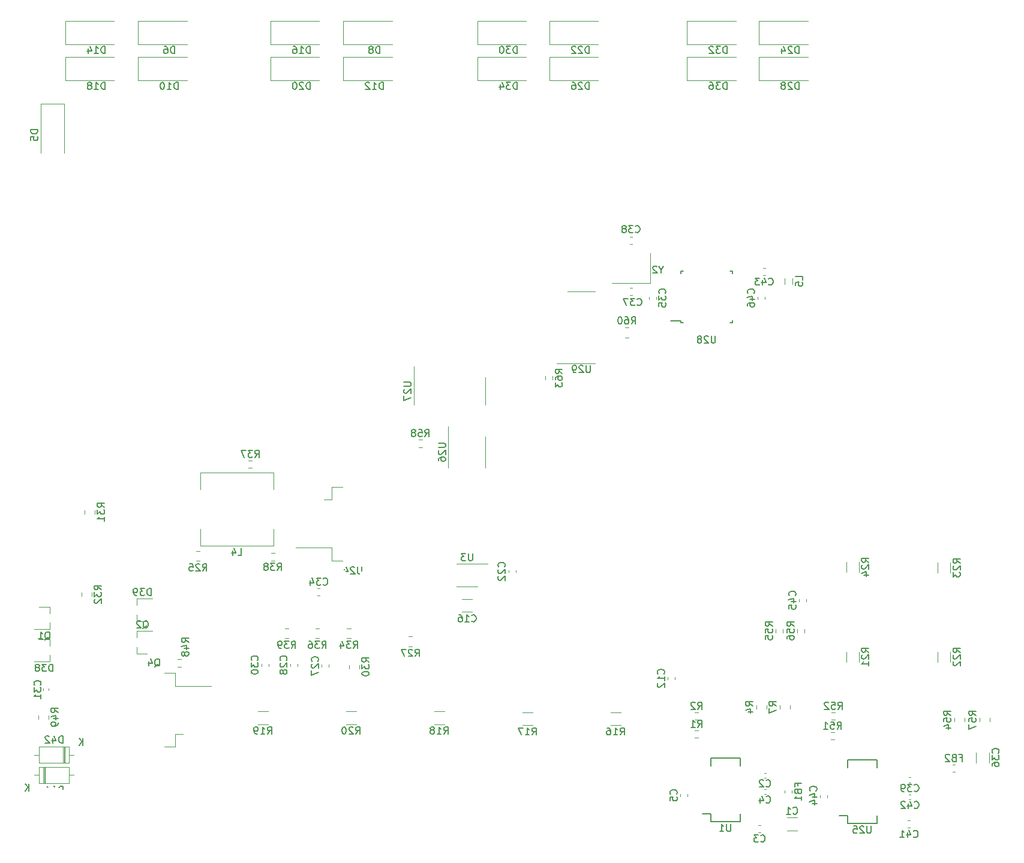
<source format=gbo>
%TF.GenerationSoftware,KiCad,Pcbnew,(5.1.10)-1*%
%TF.CreationDate,2021-11-24T08:50:27+08:00*%
%TF.ProjectId,grbl_board,6772626c-5f62-46f6-9172-642e6b696361,rev?*%
%TF.SameCoordinates,Original*%
%TF.FileFunction,Legend,Bot*%
%TF.FilePolarity,Positive*%
%FSLAX46Y46*%
G04 Gerber Fmt 4.6, Leading zero omitted, Abs format (unit mm)*
G04 Created by KiCad (PCBNEW (5.1.10)-1) date 2021-11-24 08:50:27*
%MOMM*%
%LPD*%
G01*
G04 APERTURE LIST*
%ADD10C,0.120000*%
%ADD11C,0.150000*%
%ADD12C,3.500000*%
%ADD13C,1.700000*%
%ADD14R,1.700000X1.700000*%
%ADD15C,1.524000*%
%ADD16R,1.524000X1.524000*%
%ADD17C,7.000000*%
%ADD18O,3.600000X1.800000*%
%ADD19O,1.600000X1.600000*%
%ADD20R,1.600000X1.600000*%
%ADD21R,2.100000X1.725000*%
%ADD22R,0.550000X1.600000*%
%ADD23R,1.600000X0.550000*%
%ADD24R,1.200000X0.400000*%
%ADD25R,9.400000X10.800000*%
%ADD26R,4.600000X1.100000*%
%ADD27R,0.900000X0.800000*%
%ADD28R,3.175000X4.950000*%
%ADD29O,1.700000X1.700000*%
%ADD30O,1.800000X3.600000*%
%ADD31C,6.400000*%
%ADD32C,1.710000*%
%ADD33R,3.500000X1.800000*%
%ADD34R,1.800000X3.500000*%
%ADD35C,1.600000*%
%ADD36C,2.400000*%
%ADD37R,2.400000X2.400000*%
G04 APERTURE END LIST*
D10*
%TO.C,R60*%
X159519252Y-87745500D02*
X158996748Y-87745500D01*
X159519252Y-89165500D02*
X158996748Y-89165500D01*
%TO.C,C22*%
X143575500Y-122027733D02*
X143575500Y-122320267D01*
X142555500Y-122027733D02*
X142555500Y-122320267D01*
%TO.C,Y2*%
X162529500Y-77225000D02*
X162529500Y-81525000D01*
X162529500Y-81525000D02*
X157129500Y-81525000D01*
%TO.C,U29*%
X152844500Y-82697000D02*
X154794500Y-82697000D01*
X152844500Y-82697000D02*
X150894500Y-82697000D01*
X152844500Y-92817000D02*
X154794500Y-92817000D01*
X152844500Y-92817000D02*
X149394500Y-92817000D01*
D11*
%TO.C,U28*%
X166872500Y-87064000D02*
X166872500Y-86839000D01*
X174122500Y-87064000D02*
X174122500Y-86739000D01*
X174122500Y-79814000D02*
X174122500Y-80139000D01*
X166872500Y-79814000D02*
X166872500Y-80139000D01*
X166872500Y-87064000D02*
X167197500Y-87064000D01*
X166872500Y-79814000D02*
X167197500Y-79814000D01*
X174122500Y-79814000D02*
X173797500Y-79814000D01*
X174122500Y-87064000D02*
X173797500Y-87064000D01*
X166872500Y-86839000D02*
X165447500Y-86839000D01*
D10*
%TO.C,U27*%
X139299000Y-96710500D02*
X139299000Y-98660500D01*
X139299000Y-96710500D02*
X139299000Y-94760500D01*
X129179000Y-96710500D02*
X129179000Y-98660500D01*
X129179000Y-96710500D02*
X129179000Y-93260500D01*
%TO.C,U26*%
X139262000Y-105346500D02*
X139262000Y-107546500D01*
X139262000Y-105346500D02*
X139262000Y-103146500D01*
X134042000Y-105346500D02*
X134042000Y-107546500D01*
X134042000Y-105346500D02*
X134042000Y-101746500D01*
D11*
%TO.C,U25*%
X190393500Y-156654000D02*
X190393500Y-157764000D01*
X194543500Y-157764000D02*
X194543500Y-156654000D01*
X194543500Y-148814000D02*
X194543500Y-149924000D01*
X190393500Y-148814000D02*
X190393500Y-149924000D01*
X190393500Y-157764000D02*
X194543500Y-157764000D01*
X190393500Y-148814000D02*
X194543500Y-148814000D01*
X190393500Y-156654000D02*
X189268500Y-156654000D01*
D10*
%TO.C,U24*%
X119136500Y-120643000D02*
X117636500Y-120643000D01*
X117636500Y-120643000D02*
X117636500Y-118833000D01*
X117636500Y-118833000D02*
X112511500Y-118833000D01*
X119136500Y-110243000D02*
X117636500Y-110243000D01*
X117636500Y-110243000D02*
X117636500Y-112053000D01*
X117636500Y-112053000D02*
X116536500Y-112053000D01*
%TO.C,U3*%
X136715500Y-124292000D02*
X135215500Y-124292000D01*
X136715500Y-124292000D02*
X138215500Y-124292000D01*
X136715500Y-121072000D02*
X135215500Y-121072000D01*
X136715500Y-121072000D02*
X139640500Y-121072000D01*
D11*
%TO.C,U1*%
X171089500Y-156400000D02*
X171089500Y-157510000D01*
X175239500Y-157510000D02*
X175239500Y-156400000D01*
X175239500Y-148560000D02*
X175239500Y-149670000D01*
X171089500Y-148560000D02*
X171089500Y-149670000D01*
X171089500Y-157510000D02*
X175239500Y-157510000D01*
X171089500Y-148560000D02*
X175239500Y-148560000D01*
X171089500Y-156400000D02*
X169964500Y-156400000D01*
D10*
%TO.C,R63*%
X148795000Y-95123724D02*
X148795000Y-94614276D01*
X147750000Y-95123724D02*
X147750000Y-94614276D01*
%TO.C,R58*%
X130366224Y-103617500D02*
X129856776Y-103617500D01*
X130366224Y-104662500D02*
X129856776Y-104662500D01*
%TO.C,R57*%
X209030500Y-142867748D02*
X209030500Y-143390252D01*
X210450500Y-142867748D02*
X210450500Y-143390252D01*
%TO.C,R56*%
X183310000Y-130301276D02*
X183310000Y-130810724D01*
X184355000Y-130301276D02*
X184355000Y-130810724D01*
%TO.C,R55*%
X180262000Y-130301276D02*
X180262000Y-130810724D01*
X181307000Y-130301276D02*
X181307000Y-130810724D01*
%TO.C,R54*%
X205474500Y-142867748D02*
X205474500Y-143390252D01*
X206894500Y-142867748D02*
X206894500Y-143390252D01*
%TO.C,R52*%
X188659224Y-142098500D02*
X188149776Y-142098500D01*
X188659224Y-143143500D02*
X188149776Y-143143500D01*
%TO.C,R51*%
X188555724Y-144892500D02*
X188046276Y-144892500D01*
X188555724Y-145937500D02*
X188046276Y-145937500D01*
%TO.C,R49*%
X77608500Y-143009252D02*
X77608500Y-142486748D01*
X76188500Y-143009252D02*
X76188500Y-142486748D01*
%TO.C,R48*%
X96330224Y-134605500D02*
X95820776Y-134605500D01*
X96330224Y-135650500D02*
X95820776Y-135650500D01*
%TO.C,R39*%
X110990748Y-131647000D02*
X111513252Y-131647000D01*
X110990748Y-130227000D02*
X111513252Y-130227000D01*
%TO.C,R38*%
X109028776Y-120664500D02*
X109538224Y-120664500D01*
X109028776Y-119619500D02*
X109538224Y-119619500D01*
%TO.C,R37*%
X106363224Y-106538500D02*
X105853776Y-106538500D01*
X106363224Y-107583500D02*
X105853776Y-107583500D01*
%TO.C,R36*%
X115308748Y-131647000D02*
X115831252Y-131647000D01*
X115308748Y-130227000D02*
X115831252Y-130227000D01*
%TO.C,R34*%
X119753748Y-131647000D02*
X120276252Y-131647000D01*
X119753748Y-130227000D02*
X120276252Y-130227000D01*
%TO.C,R32*%
X83704500Y-125673752D02*
X83704500Y-125151248D01*
X82284500Y-125673752D02*
X82284500Y-125151248D01*
%TO.C,R31*%
X84149000Y-114053252D02*
X84149000Y-113530748D01*
X82729000Y-114053252D02*
X82729000Y-113530748D01*
%TO.C,R30*%
X121487000Y-135897252D02*
X121487000Y-135374748D01*
X120067000Y-135897252D02*
X120067000Y-135374748D01*
%TO.C,R27*%
X128453248Y-132790000D02*
X128975752Y-132790000D01*
X128453248Y-131370000D02*
X128975752Y-131370000D01*
%TO.C,R25*%
X98472248Y-120725000D02*
X98994752Y-120725000D01*
X98472248Y-119305000D02*
X98994752Y-119305000D01*
%TO.C,R24*%
X192045000Y-122266064D02*
X192045000Y-120811936D01*
X190225000Y-122266064D02*
X190225000Y-120811936D01*
%TO.C,R23*%
X204935500Y-122393064D02*
X204935500Y-120938936D01*
X203115500Y-122393064D02*
X203115500Y-120938936D01*
%TO.C,R22*%
X204935500Y-134966064D02*
X204935500Y-133511936D01*
X203115500Y-134966064D02*
X203115500Y-133511936D01*
%TO.C,R21*%
X192045000Y-134966064D02*
X192045000Y-133511936D01*
X190225000Y-134966064D02*
X190225000Y-133511936D01*
%TO.C,R20*%
X119605436Y-143785000D02*
X121059564Y-143785000D01*
X119605436Y-141965000D02*
X121059564Y-141965000D01*
%TO.C,R19*%
X107159436Y-143785000D02*
X108613564Y-143785000D01*
X107159436Y-141965000D02*
X108613564Y-141965000D01*
%TO.C,R18*%
X132051436Y-143785000D02*
X133505564Y-143785000D01*
X132051436Y-141965000D02*
X133505564Y-141965000D01*
%TO.C,R17*%
X144497436Y-143912000D02*
X145951564Y-143912000D01*
X144497436Y-142092000D02*
X145951564Y-142092000D01*
%TO.C,R16*%
X156943436Y-143912000D02*
X158397564Y-143912000D01*
X156943436Y-142092000D02*
X158397564Y-142092000D01*
%TO.C,R7*%
X180836500Y-141089748D02*
X180836500Y-141612252D01*
X182256500Y-141089748D02*
X182256500Y-141612252D01*
%TO.C,R4*%
X177534500Y-141089748D02*
X177534500Y-141612252D01*
X178954500Y-141089748D02*
X178954500Y-141612252D01*
%TO.C,R2*%
X169355224Y-142098500D02*
X168845776Y-142098500D01*
X169355224Y-143143500D02*
X168845776Y-143143500D01*
%TO.C,R1*%
X169355224Y-144638500D02*
X168845776Y-144638500D01*
X169355224Y-145683500D02*
X168845776Y-145683500D01*
%TO.C,Q4*%
X93969500Y-136532000D02*
X95469500Y-136532000D01*
X95469500Y-136532000D02*
X95469500Y-138342000D01*
X95469500Y-138342000D02*
X100594500Y-138342000D01*
X93969500Y-146932000D02*
X95469500Y-146932000D01*
X95469500Y-146932000D02*
X95469500Y-145122000D01*
X95469500Y-145122000D02*
X96569500Y-145122000D01*
%TO.C,Q2*%
X90108500Y-133787000D02*
X90108500Y-132857000D01*
X90108500Y-130627000D02*
X90108500Y-131557000D01*
X90108500Y-130627000D02*
X92268500Y-130627000D01*
X90108500Y-133787000D02*
X91568500Y-133787000D01*
%TO.C,Q1*%
X77785500Y-127198000D02*
X77785500Y-128128000D01*
X77785500Y-130358000D02*
X77785500Y-129428000D01*
X77785500Y-130358000D02*
X75625500Y-130358000D01*
X77785500Y-127198000D02*
X76325500Y-127198000D01*
%TO.C,L5*%
X182614500Y-81626742D02*
X182614500Y-80806258D01*
X181494500Y-81626742D02*
X181494500Y-80806258D01*
%TO.C,L4*%
X99023500Y-116186000D02*
X99023500Y-118591000D01*
X99023500Y-118591000D02*
X109383500Y-118591000D01*
X109383500Y-118591000D02*
X109383500Y-116186000D01*
X99023500Y-110636000D02*
X99023500Y-108231000D01*
X99023500Y-108231000D02*
X109383500Y-108231000D01*
X109383500Y-108231000D02*
X109383500Y-110636000D01*
%TO.C,FB2*%
X205593767Y-149477000D02*
X205251233Y-149477000D01*
X205593767Y-150497000D02*
X205251233Y-150497000D01*
%TO.C,FB1*%
X182564500Y-153460267D02*
X182564500Y-153117733D01*
X181544500Y-153460267D02*
X181544500Y-153117733D01*
%TO.C,D42*%
X80542500Y-146962000D02*
X80542500Y-149202000D01*
X80542500Y-149202000D02*
X76302500Y-149202000D01*
X76302500Y-149202000D02*
X76302500Y-146962000D01*
X76302500Y-146962000D02*
X80542500Y-146962000D01*
X81192500Y-148082000D02*
X80542500Y-148082000D01*
X75652500Y-148082000D02*
X76302500Y-148082000D01*
X79822500Y-146962000D02*
X79822500Y-149202000D01*
X79702500Y-146962000D02*
X79702500Y-149202000D01*
X79942500Y-146962000D02*
X79942500Y-149202000D01*
%TO.C,D41*%
X76302500Y-152059500D02*
X76302500Y-149819500D01*
X76302500Y-149819500D02*
X80542500Y-149819500D01*
X80542500Y-149819500D02*
X80542500Y-152059500D01*
X80542500Y-152059500D02*
X76302500Y-152059500D01*
X75652500Y-150939500D02*
X76302500Y-150939500D01*
X81192500Y-150939500D02*
X80542500Y-150939500D01*
X77022500Y-152059500D02*
X77022500Y-149819500D01*
X77142500Y-152059500D02*
X77142500Y-149819500D01*
X76902500Y-152059500D02*
X76902500Y-149819500D01*
%TO.C,D39*%
X90108500Y-129215000D02*
X90108500Y-128285000D01*
X90108500Y-126055000D02*
X90108500Y-126985000D01*
X90108500Y-126055000D02*
X92268500Y-126055000D01*
X90108500Y-129215000D02*
X91568500Y-129215000D01*
%TO.C,D38*%
X77785500Y-131770000D02*
X77785500Y-132700000D01*
X77785500Y-134930000D02*
X77785500Y-134000000D01*
X77785500Y-134930000D02*
X75625500Y-134930000D01*
X77785500Y-131770000D02*
X76325500Y-131770000D01*
%TO.C,D36*%
X167748500Y-52831000D02*
X167748500Y-49531000D01*
X167748500Y-49531000D02*
X174648500Y-49531000D01*
X167748500Y-52831000D02*
X174648500Y-52831000D01*
%TO.C,D34*%
X138157500Y-52831000D02*
X138157500Y-49531000D01*
X138157500Y-49531000D02*
X145057500Y-49531000D01*
X138157500Y-52831000D02*
X145057500Y-52831000D01*
%TO.C,D32*%
X167748500Y-47751000D02*
X167748500Y-44451000D01*
X167748500Y-44451000D02*
X174648500Y-44451000D01*
X167748500Y-47751000D02*
X174648500Y-47751000D01*
%TO.C,D30*%
X138157500Y-47751000D02*
X138157500Y-44451000D01*
X138157500Y-44451000D02*
X145057500Y-44451000D01*
X138157500Y-47751000D02*
X145057500Y-47751000D01*
%TO.C,D28*%
X177908500Y-52831000D02*
X177908500Y-49531000D01*
X177908500Y-49531000D02*
X184808500Y-49531000D01*
X177908500Y-52831000D02*
X184808500Y-52831000D01*
%TO.C,D26*%
X148317500Y-52831000D02*
X148317500Y-49531000D01*
X148317500Y-49531000D02*
X155217500Y-49531000D01*
X148317500Y-52831000D02*
X155217500Y-52831000D01*
%TO.C,D24*%
X177908500Y-47751000D02*
X177908500Y-44451000D01*
X177908500Y-44451000D02*
X184808500Y-44451000D01*
X177908500Y-47751000D02*
X184808500Y-47751000D01*
%TO.C,D22*%
X148317500Y-47751000D02*
X148317500Y-44451000D01*
X148317500Y-44451000D02*
X155217500Y-44451000D01*
X148317500Y-47751000D02*
X155217500Y-47751000D01*
%TO.C,D20*%
X108947500Y-52831000D02*
X108947500Y-49531000D01*
X108947500Y-49531000D02*
X115847500Y-49531000D01*
X108947500Y-52831000D02*
X115847500Y-52831000D01*
%TO.C,D18*%
X79991500Y-52831000D02*
X79991500Y-49531000D01*
X79991500Y-49531000D02*
X86891500Y-49531000D01*
X79991500Y-52831000D02*
X86891500Y-52831000D01*
%TO.C,D16*%
X108947500Y-47751000D02*
X108947500Y-44451000D01*
X108947500Y-44451000D02*
X115847500Y-44451000D01*
X108947500Y-47751000D02*
X115847500Y-47751000D01*
%TO.C,D14*%
X79991500Y-47751000D02*
X79991500Y-44451000D01*
X79991500Y-44451000D02*
X86891500Y-44451000D01*
X79991500Y-47751000D02*
X86891500Y-47751000D01*
%TO.C,D12*%
X119234500Y-52831000D02*
X119234500Y-49531000D01*
X119234500Y-49531000D02*
X126134500Y-49531000D01*
X119234500Y-52831000D02*
X126134500Y-52831000D01*
%TO.C,D10*%
X90278500Y-52831000D02*
X90278500Y-49531000D01*
X90278500Y-49531000D02*
X97178500Y-49531000D01*
X90278500Y-52831000D02*
X97178500Y-52831000D01*
%TO.C,D8*%
X119234500Y-47751000D02*
X119234500Y-44451000D01*
X119234500Y-44451000D02*
X126134500Y-44451000D01*
X119234500Y-47751000D02*
X126134500Y-47751000D01*
%TO.C,D6*%
X90278500Y-47751000D02*
X90278500Y-44451000D01*
X90278500Y-44451000D02*
X97178500Y-44451000D01*
X90278500Y-47751000D02*
X97178500Y-47751000D01*
%TO.C,D5*%
X76518500Y-56179000D02*
X79818500Y-56179000D01*
X79818500Y-56179000D02*
X79818500Y-63079000D01*
X76518500Y-56179000D02*
X76518500Y-63079000D01*
%TO.C,C46*%
X177734500Y-83394733D02*
X177734500Y-83737267D01*
X178754500Y-83394733D02*
X178754500Y-83737267D01*
%TO.C,C43*%
X178454233Y-80393000D02*
X178796767Y-80393000D01*
X178454233Y-79373000D02*
X178796767Y-79373000D01*
%TO.C,C45*%
X183576500Y-126066733D02*
X183576500Y-126409267D01*
X184596500Y-126066733D02*
X184596500Y-126409267D01*
%TO.C,C44*%
X186497500Y-153752733D02*
X186497500Y-154095267D01*
X187517500Y-153752733D02*
X187517500Y-154095267D01*
%TO.C,C42*%
X199083665Y-154411000D02*
X199315335Y-154411000D01*
X199083665Y-153691000D02*
X199315335Y-153691000D01*
%TO.C,C35*%
X163387500Y-83737267D02*
X163387500Y-83394733D01*
X162367500Y-83737267D02*
X162367500Y-83394733D01*
%TO.C,C41*%
X198901233Y-158371000D02*
X199243767Y-158371000D01*
X198901233Y-157351000D02*
X199243767Y-157351000D01*
%TO.C,C39*%
X199083665Y-151998000D02*
X199315335Y-151998000D01*
X199083665Y-151278000D02*
X199315335Y-151278000D01*
%TO.C,C38*%
X159658233Y-75948000D02*
X160000767Y-75948000D01*
X159658233Y-74928000D02*
X160000767Y-74928000D01*
%TO.C,C37*%
X160000767Y-82167000D02*
X159658233Y-82167000D01*
X160000767Y-83187000D02*
X159658233Y-83187000D01*
%TO.C,C36*%
X210396500Y-149174252D02*
X210396500Y-147751748D01*
X208576500Y-149174252D02*
X208576500Y-147751748D01*
%TO.C,C34*%
X115931767Y-124585000D02*
X115589233Y-124585000D01*
X115931767Y-125605000D02*
X115589233Y-125605000D01*
%TO.C,C31*%
X76919500Y-138758665D02*
X76919500Y-138990335D01*
X77639500Y-138758665D02*
X77639500Y-138990335D01*
%TO.C,C30*%
X107694000Y-135210733D02*
X107694000Y-135553267D01*
X108714000Y-135210733D02*
X108714000Y-135553267D01*
%TO.C,C28*%
X111758000Y-135224733D02*
X111758000Y-135567267D01*
X112778000Y-135224733D02*
X112778000Y-135567267D01*
%TO.C,C27*%
X116203000Y-135337733D02*
X116203000Y-135680267D01*
X117223000Y-135337733D02*
X117223000Y-135680267D01*
%TO.C,C16*%
X136004248Y-127910000D02*
X137426752Y-127910000D01*
X136004248Y-126090000D02*
X137426752Y-126090000D01*
%TO.C,C12*%
X165034500Y-137115733D02*
X165034500Y-137458267D01*
X166054500Y-137115733D02*
X166054500Y-137458267D01*
%TO.C,C5*%
X166812500Y-153625733D02*
X166812500Y-153968267D01*
X167832500Y-153625733D02*
X167832500Y-153968267D01*
%TO.C,C4*%
X178636665Y-153649000D02*
X178868335Y-153649000D01*
X178636665Y-152929000D02*
X178868335Y-152929000D01*
%TO.C,C3*%
X177819233Y-159006000D02*
X178161767Y-159006000D01*
X177819233Y-157986000D02*
X178161767Y-157986000D01*
%TO.C,C2*%
X178636665Y-151363000D02*
X178868335Y-151363000D01*
X178636665Y-150643000D02*
X178868335Y-150643000D01*
%TO.C,C1*%
X183273752Y-156951000D02*
X181851248Y-156951000D01*
X183273752Y-158771000D02*
X181851248Y-158771000D01*
%TO.C,R60*%
D11*
X159900857Y-87257880D02*
X160234190Y-86781690D01*
X160472285Y-87257880D02*
X160472285Y-86257880D01*
X160091333Y-86257880D01*
X159996095Y-86305500D01*
X159948476Y-86353119D01*
X159900857Y-86448357D01*
X159900857Y-86591214D01*
X159948476Y-86686452D01*
X159996095Y-86734071D01*
X160091333Y-86781690D01*
X160472285Y-86781690D01*
X159043714Y-86257880D02*
X159234190Y-86257880D01*
X159329428Y-86305500D01*
X159377047Y-86353119D01*
X159472285Y-86495976D01*
X159519904Y-86686452D01*
X159519904Y-87067404D01*
X159472285Y-87162642D01*
X159424666Y-87210261D01*
X159329428Y-87257880D01*
X159138952Y-87257880D01*
X159043714Y-87210261D01*
X158996095Y-87162642D01*
X158948476Y-87067404D01*
X158948476Y-86829309D01*
X158996095Y-86734071D01*
X159043714Y-86686452D01*
X159138952Y-86638833D01*
X159329428Y-86638833D01*
X159424666Y-86686452D01*
X159472285Y-86734071D01*
X159519904Y-86829309D01*
X158329428Y-86257880D02*
X158234190Y-86257880D01*
X158138952Y-86305500D01*
X158091333Y-86353119D01*
X158043714Y-86448357D01*
X157996095Y-86638833D01*
X157996095Y-86876928D01*
X158043714Y-87067404D01*
X158091333Y-87162642D01*
X158138952Y-87210261D01*
X158234190Y-87257880D01*
X158329428Y-87257880D01*
X158424666Y-87210261D01*
X158472285Y-87162642D01*
X158519904Y-87067404D01*
X158567523Y-86876928D01*
X158567523Y-86638833D01*
X158519904Y-86448357D01*
X158472285Y-86353119D01*
X158424666Y-86305500D01*
X158329428Y-86257880D01*
%TO.C,C22*%
X141992642Y-121531142D02*
X142040261Y-121483523D01*
X142087880Y-121340666D01*
X142087880Y-121245428D01*
X142040261Y-121102571D01*
X141945023Y-121007333D01*
X141849785Y-120959714D01*
X141659309Y-120912095D01*
X141516452Y-120912095D01*
X141325976Y-120959714D01*
X141230738Y-121007333D01*
X141135500Y-121102571D01*
X141087880Y-121245428D01*
X141087880Y-121340666D01*
X141135500Y-121483523D01*
X141183119Y-121531142D01*
X141183119Y-121912095D02*
X141135500Y-121959714D01*
X141087880Y-122054952D01*
X141087880Y-122293047D01*
X141135500Y-122388285D01*
X141183119Y-122435904D01*
X141278357Y-122483523D01*
X141373595Y-122483523D01*
X141516452Y-122435904D01*
X142087880Y-121864476D01*
X142087880Y-122483523D01*
X141183119Y-122864476D02*
X141135500Y-122912095D01*
X141087880Y-123007333D01*
X141087880Y-123245428D01*
X141135500Y-123340666D01*
X141183119Y-123388285D01*
X141278357Y-123435904D01*
X141373595Y-123435904D01*
X141516452Y-123388285D01*
X142087880Y-122816857D01*
X142087880Y-123435904D01*
%TO.C,Y2*%
X164115690Y-79605190D02*
X164115690Y-80081380D01*
X164449023Y-79081380D02*
X164115690Y-79605190D01*
X163782357Y-79081380D01*
X163496642Y-79176619D02*
X163449023Y-79129000D01*
X163353785Y-79081380D01*
X163115690Y-79081380D01*
X163020452Y-79129000D01*
X162972833Y-79176619D01*
X162925214Y-79271857D01*
X162925214Y-79367095D01*
X162972833Y-79509952D01*
X163544261Y-80081380D01*
X162925214Y-80081380D01*
%TO.C,U29*%
X154082595Y-93109380D02*
X154082595Y-93918904D01*
X154034976Y-94014142D01*
X153987357Y-94061761D01*
X153892119Y-94109380D01*
X153701642Y-94109380D01*
X153606404Y-94061761D01*
X153558785Y-94014142D01*
X153511166Y-93918904D01*
X153511166Y-93109380D01*
X153082595Y-93204619D02*
X153034976Y-93157000D01*
X152939738Y-93109380D01*
X152701642Y-93109380D01*
X152606404Y-93157000D01*
X152558785Y-93204619D01*
X152511166Y-93299857D01*
X152511166Y-93395095D01*
X152558785Y-93537952D01*
X153130214Y-94109380D01*
X152511166Y-94109380D01*
X152034976Y-94109380D02*
X151844500Y-94109380D01*
X151749261Y-94061761D01*
X151701642Y-94014142D01*
X151606404Y-93871285D01*
X151558785Y-93680809D01*
X151558785Y-93299857D01*
X151606404Y-93204619D01*
X151654023Y-93157000D01*
X151749261Y-93109380D01*
X151939738Y-93109380D01*
X152034976Y-93157000D01*
X152082595Y-93204619D01*
X152130214Y-93299857D01*
X152130214Y-93537952D01*
X152082595Y-93633190D01*
X152034976Y-93680809D01*
X151939738Y-93728428D01*
X151749261Y-93728428D01*
X151654023Y-93680809D01*
X151606404Y-93633190D01*
X151558785Y-93537952D01*
%TO.C,U28*%
X171735595Y-88941380D02*
X171735595Y-89750904D01*
X171687976Y-89846142D01*
X171640357Y-89893761D01*
X171545119Y-89941380D01*
X171354642Y-89941380D01*
X171259404Y-89893761D01*
X171211785Y-89846142D01*
X171164166Y-89750904D01*
X171164166Y-88941380D01*
X170735595Y-89036619D02*
X170687976Y-88989000D01*
X170592738Y-88941380D01*
X170354642Y-88941380D01*
X170259404Y-88989000D01*
X170211785Y-89036619D01*
X170164166Y-89131857D01*
X170164166Y-89227095D01*
X170211785Y-89369952D01*
X170783214Y-89941380D01*
X170164166Y-89941380D01*
X169592738Y-89369952D02*
X169687976Y-89322333D01*
X169735595Y-89274714D01*
X169783214Y-89179476D01*
X169783214Y-89131857D01*
X169735595Y-89036619D01*
X169687976Y-88989000D01*
X169592738Y-88941380D01*
X169402261Y-88941380D01*
X169307023Y-88989000D01*
X169259404Y-89036619D01*
X169211785Y-89131857D01*
X169211785Y-89179476D01*
X169259404Y-89274714D01*
X169307023Y-89322333D01*
X169402261Y-89369952D01*
X169592738Y-89369952D01*
X169687976Y-89417571D01*
X169735595Y-89465190D01*
X169783214Y-89560428D01*
X169783214Y-89750904D01*
X169735595Y-89846142D01*
X169687976Y-89893761D01*
X169592738Y-89941380D01*
X169402261Y-89941380D01*
X169307023Y-89893761D01*
X169259404Y-89846142D01*
X169211785Y-89750904D01*
X169211785Y-89560428D01*
X169259404Y-89465190D01*
X169307023Y-89417571D01*
X169402261Y-89369952D01*
%TO.C,U27*%
X127791380Y-95472404D02*
X128600904Y-95472404D01*
X128696142Y-95520023D01*
X128743761Y-95567642D01*
X128791380Y-95662880D01*
X128791380Y-95853357D01*
X128743761Y-95948595D01*
X128696142Y-95996214D01*
X128600904Y-96043833D01*
X127791380Y-96043833D01*
X127886619Y-96472404D02*
X127839000Y-96520023D01*
X127791380Y-96615261D01*
X127791380Y-96853357D01*
X127839000Y-96948595D01*
X127886619Y-96996214D01*
X127981857Y-97043833D01*
X128077095Y-97043833D01*
X128219952Y-96996214D01*
X128791380Y-96424785D01*
X128791380Y-97043833D01*
X127791380Y-97377166D02*
X127791380Y-98043833D01*
X128791380Y-97615261D01*
%TO.C,U26*%
X132654380Y-104108404D02*
X133463904Y-104108404D01*
X133559142Y-104156023D01*
X133606761Y-104203642D01*
X133654380Y-104298880D01*
X133654380Y-104489357D01*
X133606761Y-104584595D01*
X133559142Y-104632214D01*
X133463904Y-104679833D01*
X132654380Y-104679833D01*
X132749619Y-105108404D02*
X132702000Y-105156023D01*
X132654380Y-105251261D01*
X132654380Y-105489357D01*
X132702000Y-105584595D01*
X132749619Y-105632214D01*
X132844857Y-105679833D01*
X132940095Y-105679833D01*
X133082952Y-105632214D01*
X133654380Y-105060785D01*
X133654380Y-105679833D01*
X132654380Y-106536976D02*
X132654380Y-106346500D01*
X132702000Y-106251261D01*
X132749619Y-106203642D01*
X132892476Y-106108404D01*
X133082952Y-106060785D01*
X133463904Y-106060785D01*
X133559142Y-106108404D01*
X133606761Y-106156023D01*
X133654380Y-106251261D01*
X133654380Y-106441738D01*
X133606761Y-106536976D01*
X133559142Y-106584595D01*
X133463904Y-106632214D01*
X133225809Y-106632214D01*
X133130571Y-106584595D01*
X133082952Y-106536976D01*
X133035333Y-106441738D01*
X133035333Y-106251261D01*
X133082952Y-106156023D01*
X133130571Y-106108404D01*
X133225809Y-106060785D01*
%TO.C,U25*%
X193706595Y-158141380D02*
X193706595Y-158950904D01*
X193658976Y-159046142D01*
X193611357Y-159093761D01*
X193516119Y-159141380D01*
X193325642Y-159141380D01*
X193230404Y-159093761D01*
X193182785Y-159046142D01*
X193135166Y-158950904D01*
X193135166Y-158141380D01*
X192706595Y-158236619D02*
X192658976Y-158189000D01*
X192563738Y-158141380D01*
X192325642Y-158141380D01*
X192230404Y-158189000D01*
X192182785Y-158236619D01*
X192135166Y-158331857D01*
X192135166Y-158427095D01*
X192182785Y-158569952D01*
X192754214Y-159141380D01*
X192135166Y-159141380D01*
X191230404Y-158141380D02*
X191706595Y-158141380D01*
X191754214Y-158617571D01*
X191706595Y-158569952D01*
X191611357Y-158522333D01*
X191373261Y-158522333D01*
X191278023Y-158569952D01*
X191230404Y-158617571D01*
X191182785Y-158712809D01*
X191182785Y-158950904D01*
X191230404Y-159046142D01*
X191278023Y-159093761D01*
X191373261Y-159141380D01*
X191611357Y-159141380D01*
X191706595Y-159093761D01*
X191754214Y-159046142D01*
%TO.C,U24*%
X121824595Y-121545380D02*
X121824595Y-122354904D01*
X121776976Y-122450142D01*
X121729357Y-122497761D01*
X121634119Y-122545380D01*
X121443642Y-122545380D01*
X121348404Y-122497761D01*
X121300785Y-122450142D01*
X121253166Y-122354904D01*
X121253166Y-121545380D01*
X120824595Y-121640619D02*
X120776976Y-121593000D01*
X120681738Y-121545380D01*
X120443642Y-121545380D01*
X120348404Y-121593000D01*
X120300785Y-121640619D01*
X120253166Y-121735857D01*
X120253166Y-121831095D01*
X120300785Y-121973952D01*
X120872214Y-122545380D01*
X120253166Y-122545380D01*
X119396023Y-121878714D02*
X119396023Y-122545380D01*
X119634119Y-121497761D02*
X119872214Y-122212047D01*
X119253166Y-122212047D01*
%TO.C,U3*%
X137477404Y-119684380D02*
X137477404Y-120493904D01*
X137429785Y-120589142D01*
X137382166Y-120636761D01*
X137286928Y-120684380D01*
X137096452Y-120684380D01*
X137001214Y-120636761D01*
X136953595Y-120589142D01*
X136905976Y-120493904D01*
X136905976Y-119684380D01*
X136525023Y-119684380D02*
X135905976Y-119684380D01*
X136239309Y-120065333D01*
X136096452Y-120065333D01*
X136001214Y-120112952D01*
X135953595Y-120160571D01*
X135905976Y-120255809D01*
X135905976Y-120493904D01*
X135953595Y-120589142D01*
X136001214Y-120636761D01*
X136096452Y-120684380D01*
X136382166Y-120684380D01*
X136477404Y-120636761D01*
X136525023Y-120589142D01*
%TO.C,U1*%
X173926404Y-157887380D02*
X173926404Y-158696904D01*
X173878785Y-158792142D01*
X173831166Y-158839761D01*
X173735928Y-158887380D01*
X173545452Y-158887380D01*
X173450214Y-158839761D01*
X173402595Y-158792142D01*
X173354976Y-158696904D01*
X173354976Y-157887380D01*
X172354976Y-158887380D02*
X172926404Y-158887380D01*
X172640690Y-158887380D02*
X172640690Y-157887380D01*
X172735928Y-158030238D01*
X172831166Y-158125476D01*
X172926404Y-158173095D01*
%TO.C,R63*%
X150154880Y-94226142D02*
X149678690Y-93892809D01*
X150154880Y-93654714D02*
X149154880Y-93654714D01*
X149154880Y-94035666D01*
X149202500Y-94130904D01*
X149250119Y-94178523D01*
X149345357Y-94226142D01*
X149488214Y-94226142D01*
X149583452Y-94178523D01*
X149631071Y-94130904D01*
X149678690Y-94035666D01*
X149678690Y-93654714D01*
X149154880Y-95083285D02*
X149154880Y-94892809D01*
X149202500Y-94797571D01*
X149250119Y-94749952D01*
X149392976Y-94654714D01*
X149583452Y-94607095D01*
X149964404Y-94607095D01*
X150059642Y-94654714D01*
X150107261Y-94702333D01*
X150154880Y-94797571D01*
X150154880Y-94988047D01*
X150107261Y-95083285D01*
X150059642Y-95130904D01*
X149964404Y-95178523D01*
X149726309Y-95178523D01*
X149631071Y-95130904D01*
X149583452Y-95083285D01*
X149535833Y-94988047D01*
X149535833Y-94797571D01*
X149583452Y-94702333D01*
X149631071Y-94654714D01*
X149726309Y-94607095D01*
X149154880Y-95511857D02*
X149154880Y-96130904D01*
X149535833Y-95797571D01*
X149535833Y-95940428D01*
X149583452Y-96035666D01*
X149631071Y-96083285D01*
X149726309Y-96130904D01*
X149964404Y-96130904D01*
X150059642Y-96083285D01*
X150107261Y-96035666D01*
X150154880Y-95940428D01*
X150154880Y-95654714D01*
X150107261Y-95559476D01*
X150059642Y-95511857D01*
%TO.C,R58*%
X130754357Y-103162380D02*
X131087690Y-102686190D01*
X131325785Y-103162380D02*
X131325785Y-102162380D01*
X130944833Y-102162380D01*
X130849595Y-102210000D01*
X130801976Y-102257619D01*
X130754357Y-102352857D01*
X130754357Y-102495714D01*
X130801976Y-102590952D01*
X130849595Y-102638571D01*
X130944833Y-102686190D01*
X131325785Y-102686190D01*
X129849595Y-102162380D02*
X130325785Y-102162380D01*
X130373404Y-102638571D01*
X130325785Y-102590952D01*
X130230547Y-102543333D01*
X129992452Y-102543333D01*
X129897214Y-102590952D01*
X129849595Y-102638571D01*
X129801976Y-102733809D01*
X129801976Y-102971904D01*
X129849595Y-103067142D01*
X129897214Y-103114761D01*
X129992452Y-103162380D01*
X130230547Y-103162380D01*
X130325785Y-103114761D01*
X130373404Y-103067142D01*
X129230547Y-102590952D02*
X129325785Y-102543333D01*
X129373404Y-102495714D01*
X129421023Y-102400476D01*
X129421023Y-102352857D01*
X129373404Y-102257619D01*
X129325785Y-102210000D01*
X129230547Y-102162380D01*
X129040071Y-102162380D01*
X128944833Y-102210000D01*
X128897214Y-102257619D01*
X128849595Y-102352857D01*
X128849595Y-102400476D01*
X128897214Y-102495714D01*
X128944833Y-102543333D01*
X129040071Y-102590952D01*
X129230547Y-102590952D01*
X129325785Y-102638571D01*
X129373404Y-102686190D01*
X129421023Y-102781428D01*
X129421023Y-102971904D01*
X129373404Y-103067142D01*
X129325785Y-103114761D01*
X129230547Y-103162380D01*
X129040071Y-103162380D01*
X128944833Y-103114761D01*
X128897214Y-103067142D01*
X128849595Y-102971904D01*
X128849595Y-102781428D01*
X128897214Y-102686190D01*
X128944833Y-102638571D01*
X129040071Y-102590952D01*
%TO.C,R57*%
X208542880Y-142486142D02*
X208066690Y-142152809D01*
X208542880Y-141914714D02*
X207542880Y-141914714D01*
X207542880Y-142295666D01*
X207590500Y-142390904D01*
X207638119Y-142438523D01*
X207733357Y-142486142D01*
X207876214Y-142486142D01*
X207971452Y-142438523D01*
X208019071Y-142390904D01*
X208066690Y-142295666D01*
X208066690Y-141914714D01*
X207542880Y-143390904D02*
X207542880Y-142914714D01*
X208019071Y-142867095D01*
X207971452Y-142914714D01*
X207923833Y-143009952D01*
X207923833Y-143248047D01*
X207971452Y-143343285D01*
X208019071Y-143390904D01*
X208114309Y-143438523D01*
X208352404Y-143438523D01*
X208447642Y-143390904D01*
X208495261Y-143343285D01*
X208542880Y-143248047D01*
X208542880Y-143009952D01*
X208495261Y-142914714D01*
X208447642Y-142867095D01*
X207542880Y-143771857D02*
X207542880Y-144438523D01*
X208542880Y-144009952D01*
%TO.C,R56*%
X182854880Y-129913142D02*
X182378690Y-129579809D01*
X182854880Y-129341714D02*
X181854880Y-129341714D01*
X181854880Y-129722666D01*
X181902500Y-129817904D01*
X181950119Y-129865523D01*
X182045357Y-129913142D01*
X182188214Y-129913142D01*
X182283452Y-129865523D01*
X182331071Y-129817904D01*
X182378690Y-129722666D01*
X182378690Y-129341714D01*
X181854880Y-130817904D02*
X181854880Y-130341714D01*
X182331071Y-130294095D01*
X182283452Y-130341714D01*
X182235833Y-130436952D01*
X182235833Y-130675047D01*
X182283452Y-130770285D01*
X182331071Y-130817904D01*
X182426309Y-130865523D01*
X182664404Y-130865523D01*
X182759642Y-130817904D01*
X182807261Y-130770285D01*
X182854880Y-130675047D01*
X182854880Y-130436952D01*
X182807261Y-130341714D01*
X182759642Y-130294095D01*
X181854880Y-131722666D02*
X181854880Y-131532190D01*
X181902500Y-131436952D01*
X181950119Y-131389333D01*
X182092976Y-131294095D01*
X182283452Y-131246476D01*
X182664404Y-131246476D01*
X182759642Y-131294095D01*
X182807261Y-131341714D01*
X182854880Y-131436952D01*
X182854880Y-131627428D01*
X182807261Y-131722666D01*
X182759642Y-131770285D01*
X182664404Y-131817904D01*
X182426309Y-131817904D01*
X182331071Y-131770285D01*
X182283452Y-131722666D01*
X182235833Y-131627428D01*
X182235833Y-131436952D01*
X182283452Y-131341714D01*
X182331071Y-131294095D01*
X182426309Y-131246476D01*
%TO.C,R55*%
X179806880Y-129913142D02*
X179330690Y-129579809D01*
X179806880Y-129341714D02*
X178806880Y-129341714D01*
X178806880Y-129722666D01*
X178854500Y-129817904D01*
X178902119Y-129865523D01*
X178997357Y-129913142D01*
X179140214Y-129913142D01*
X179235452Y-129865523D01*
X179283071Y-129817904D01*
X179330690Y-129722666D01*
X179330690Y-129341714D01*
X178806880Y-130817904D02*
X178806880Y-130341714D01*
X179283071Y-130294095D01*
X179235452Y-130341714D01*
X179187833Y-130436952D01*
X179187833Y-130675047D01*
X179235452Y-130770285D01*
X179283071Y-130817904D01*
X179378309Y-130865523D01*
X179616404Y-130865523D01*
X179711642Y-130817904D01*
X179759261Y-130770285D01*
X179806880Y-130675047D01*
X179806880Y-130436952D01*
X179759261Y-130341714D01*
X179711642Y-130294095D01*
X178806880Y-131770285D02*
X178806880Y-131294095D01*
X179283071Y-131246476D01*
X179235452Y-131294095D01*
X179187833Y-131389333D01*
X179187833Y-131627428D01*
X179235452Y-131722666D01*
X179283071Y-131770285D01*
X179378309Y-131817904D01*
X179616404Y-131817904D01*
X179711642Y-131770285D01*
X179759261Y-131722666D01*
X179806880Y-131627428D01*
X179806880Y-131389333D01*
X179759261Y-131294095D01*
X179711642Y-131246476D01*
%TO.C,R54*%
X204986880Y-142486142D02*
X204510690Y-142152809D01*
X204986880Y-141914714D02*
X203986880Y-141914714D01*
X203986880Y-142295666D01*
X204034500Y-142390904D01*
X204082119Y-142438523D01*
X204177357Y-142486142D01*
X204320214Y-142486142D01*
X204415452Y-142438523D01*
X204463071Y-142390904D01*
X204510690Y-142295666D01*
X204510690Y-141914714D01*
X203986880Y-143390904D02*
X203986880Y-142914714D01*
X204463071Y-142867095D01*
X204415452Y-142914714D01*
X204367833Y-143009952D01*
X204367833Y-143248047D01*
X204415452Y-143343285D01*
X204463071Y-143390904D01*
X204558309Y-143438523D01*
X204796404Y-143438523D01*
X204891642Y-143390904D01*
X204939261Y-143343285D01*
X204986880Y-143248047D01*
X204986880Y-143009952D01*
X204939261Y-142914714D01*
X204891642Y-142867095D01*
X204320214Y-144295666D02*
X204986880Y-144295666D01*
X203939261Y-144057571D02*
X204653547Y-143819476D01*
X204653547Y-144438523D01*
%TO.C,R52*%
X189047357Y-141643380D02*
X189380690Y-141167190D01*
X189618785Y-141643380D02*
X189618785Y-140643380D01*
X189237833Y-140643380D01*
X189142595Y-140691000D01*
X189094976Y-140738619D01*
X189047357Y-140833857D01*
X189047357Y-140976714D01*
X189094976Y-141071952D01*
X189142595Y-141119571D01*
X189237833Y-141167190D01*
X189618785Y-141167190D01*
X188142595Y-140643380D02*
X188618785Y-140643380D01*
X188666404Y-141119571D01*
X188618785Y-141071952D01*
X188523547Y-141024333D01*
X188285452Y-141024333D01*
X188190214Y-141071952D01*
X188142595Y-141119571D01*
X188094976Y-141214809D01*
X188094976Y-141452904D01*
X188142595Y-141548142D01*
X188190214Y-141595761D01*
X188285452Y-141643380D01*
X188523547Y-141643380D01*
X188618785Y-141595761D01*
X188666404Y-141548142D01*
X187714023Y-140738619D02*
X187666404Y-140691000D01*
X187571166Y-140643380D01*
X187333071Y-140643380D01*
X187237833Y-140691000D01*
X187190214Y-140738619D01*
X187142595Y-140833857D01*
X187142595Y-140929095D01*
X187190214Y-141071952D01*
X187761642Y-141643380D01*
X187142595Y-141643380D01*
%TO.C,R51*%
X188943857Y-144437380D02*
X189277190Y-143961190D01*
X189515285Y-144437380D02*
X189515285Y-143437380D01*
X189134333Y-143437380D01*
X189039095Y-143485000D01*
X188991476Y-143532619D01*
X188943857Y-143627857D01*
X188943857Y-143770714D01*
X188991476Y-143865952D01*
X189039095Y-143913571D01*
X189134333Y-143961190D01*
X189515285Y-143961190D01*
X188039095Y-143437380D02*
X188515285Y-143437380D01*
X188562904Y-143913571D01*
X188515285Y-143865952D01*
X188420047Y-143818333D01*
X188181952Y-143818333D01*
X188086714Y-143865952D01*
X188039095Y-143913571D01*
X187991476Y-144008809D01*
X187991476Y-144246904D01*
X188039095Y-144342142D01*
X188086714Y-144389761D01*
X188181952Y-144437380D01*
X188420047Y-144437380D01*
X188515285Y-144389761D01*
X188562904Y-144342142D01*
X187039095Y-144437380D02*
X187610523Y-144437380D01*
X187324809Y-144437380D02*
X187324809Y-143437380D01*
X187420047Y-143580238D01*
X187515285Y-143675476D01*
X187610523Y-143723095D01*
%TO.C,R49*%
X79000880Y-142105142D02*
X78524690Y-141771809D01*
X79000880Y-141533714D02*
X78000880Y-141533714D01*
X78000880Y-141914666D01*
X78048500Y-142009904D01*
X78096119Y-142057523D01*
X78191357Y-142105142D01*
X78334214Y-142105142D01*
X78429452Y-142057523D01*
X78477071Y-142009904D01*
X78524690Y-141914666D01*
X78524690Y-141533714D01*
X78334214Y-142962285D02*
X79000880Y-142962285D01*
X77953261Y-142724190D02*
X78667547Y-142486095D01*
X78667547Y-143105142D01*
X79000880Y-143533714D02*
X79000880Y-143724190D01*
X78953261Y-143819428D01*
X78905642Y-143867047D01*
X78762785Y-143962285D01*
X78572309Y-144009904D01*
X78191357Y-144009904D01*
X78096119Y-143962285D01*
X78048500Y-143914666D01*
X78000880Y-143819428D01*
X78000880Y-143628952D01*
X78048500Y-143533714D01*
X78096119Y-143486095D01*
X78191357Y-143438476D01*
X78429452Y-143438476D01*
X78524690Y-143486095D01*
X78572309Y-143533714D01*
X78619928Y-143628952D01*
X78619928Y-143819428D01*
X78572309Y-143914666D01*
X78524690Y-143962285D01*
X78429452Y-144009904D01*
%TO.C,R48*%
X97416880Y-132199142D02*
X96940690Y-131865809D01*
X97416880Y-131627714D02*
X96416880Y-131627714D01*
X96416880Y-132008666D01*
X96464500Y-132103904D01*
X96512119Y-132151523D01*
X96607357Y-132199142D01*
X96750214Y-132199142D01*
X96845452Y-132151523D01*
X96893071Y-132103904D01*
X96940690Y-132008666D01*
X96940690Y-131627714D01*
X96750214Y-133056285D02*
X97416880Y-133056285D01*
X96369261Y-132818190D02*
X97083547Y-132580095D01*
X97083547Y-133199142D01*
X96845452Y-133722952D02*
X96797833Y-133627714D01*
X96750214Y-133580095D01*
X96654976Y-133532476D01*
X96607357Y-133532476D01*
X96512119Y-133580095D01*
X96464500Y-133627714D01*
X96416880Y-133722952D01*
X96416880Y-133913428D01*
X96464500Y-134008666D01*
X96512119Y-134056285D01*
X96607357Y-134103904D01*
X96654976Y-134103904D01*
X96750214Y-134056285D01*
X96797833Y-134008666D01*
X96845452Y-133913428D01*
X96845452Y-133722952D01*
X96893071Y-133627714D01*
X96940690Y-133580095D01*
X97035928Y-133532476D01*
X97226404Y-133532476D01*
X97321642Y-133580095D01*
X97369261Y-133627714D01*
X97416880Y-133722952D01*
X97416880Y-133913428D01*
X97369261Y-134008666D01*
X97321642Y-134056285D01*
X97226404Y-134103904D01*
X97035928Y-134103904D01*
X96940690Y-134056285D01*
X96893071Y-134008666D01*
X96845452Y-133913428D01*
%TO.C,R39*%
X111894857Y-133039380D02*
X112228190Y-132563190D01*
X112466285Y-133039380D02*
X112466285Y-132039380D01*
X112085333Y-132039380D01*
X111990095Y-132087000D01*
X111942476Y-132134619D01*
X111894857Y-132229857D01*
X111894857Y-132372714D01*
X111942476Y-132467952D01*
X111990095Y-132515571D01*
X112085333Y-132563190D01*
X112466285Y-132563190D01*
X111561523Y-132039380D02*
X110942476Y-132039380D01*
X111275809Y-132420333D01*
X111132952Y-132420333D01*
X111037714Y-132467952D01*
X110990095Y-132515571D01*
X110942476Y-132610809D01*
X110942476Y-132848904D01*
X110990095Y-132944142D01*
X111037714Y-132991761D01*
X111132952Y-133039380D01*
X111418666Y-133039380D01*
X111513904Y-132991761D01*
X111561523Y-132944142D01*
X110466285Y-133039380D02*
X110275809Y-133039380D01*
X110180571Y-132991761D01*
X110132952Y-132944142D01*
X110037714Y-132801285D01*
X109990095Y-132610809D01*
X109990095Y-132229857D01*
X110037714Y-132134619D01*
X110085333Y-132087000D01*
X110180571Y-132039380D01*
X110371047Y-132039380D01*
X110466285Y-132087000D01*
X110513904Y-132134619D01*
X110561523Y-132229857D01*
X110561523Y-132467952D01*
X110513904Y-132563190D01*
X110466285Y-132610809D01*
X110371047Y-132658428D01*
X110180571Y-132658428D01*
X110085333Y-132610809D01*
X110037714Y-132563190D01*
X109990095Y-132467952D01*
%TO.C,R38*%
X109926357Y-122024380D02*
X110259690Y-121548190D01*
X110497785Y-122024380D02*
X110497785Y-121024380D01*
X110116833Y-121024380D01*
X110021595Y-121072000D01*
X109973976Y-121119619D01*
X109926357Y-121214857D01*
X109926357Y-121357714D01*
X109973976Y-121452952D01*
X110021595Y-121500571D01*
X110116833Y-121548190D01*
X110497785Y-121548190D01*
X109593023Y-121024380D02*
X108973976Y-121024380D01*
X109307309Y-121405333D01*
X109164452Y-121405333D01*
X109069214Y-121452952D01*
X109021595Y-121500571D01*
X108973976Y-121595809D01*
X108973976Y-121833904D01*
X109021595Y-121929142D01*
X109069214Y-121976761D01*
X109164452Y-122024380D01*
X109450166Y-122024380D01*
X109545404Y-121976761D01*
X109593023Y-121929142D01*
X108402547Y-121452952D02*
X108497785Y-121405333D01*
X108545404Y-121357714D01*
X108593023Y-121262476D01*
X108593023Y-121214857D01*
X108545404Y-121119619D01*
X108497785Y-121072000D01*
X108402547Y-121024380D01*
X108212071Y-121024380D01*
X108116833Y-121072000D01*
X108069214Y-121119619D01*
X108021595Y-121214857D01*
X108021595Y-121262476D01*
X108069214Y-121357714D01*
X108116833Y-121405333D01*
X108212071Y-121452952D01*
X108402547Y-121452952D01*
X108497785Y-121500571D01*
X108545404Y-121548190D01*
X108593023Y-121643428D01*
X108593023Y-121833904D01*
X108545404Y-121929142D01*
X108497785Y-121976761D01*
X108402547Y-122024380D01*
X108212071Y-122024380D01*
X108116833Y-121976761D01*
X108069214Y-121929142D01*
X108021595Y-121833904D01*
X108021595Y-121643428D01*
X108069214Y-121548190D01*
X108116833Y-121500571D01*
X108212071Y-121452952D01*
%TO.C,R37*%
X106751357Y-106083380D02*
X107084690Y-105607190D01*
X107322785Y-106083380D02*
X107322785Y-105083380D01*
X106941833Y-105083380D01*
X106846595Y-105131000D01*
X106798976Y-105178619D01*
X106751357Y-105273857D01*
X106751357Y-105416714D01*
X106798976Y-105511952D01*
X106846595Y-105559571D01*
X106941833Y-105607190D01*
X107322785Y-105607190D01*
X106418023Y-105083380D02*
X105798976Y-105083380D01*
X106132309Y-105464333D01*
X105989452Y-105464333D01*
X105894214Y-105511952D01*
X105846595Y-105559571D01*
X105798976Y-105654809D01*
X105798976Y-105892904D01*
X105846595Y-105988142D01*
X105894214Y-106035761D01*
X105989452Y-106083380D01*
X106275166Y-106083380D01*
X106370404Y-106035761D01*
X106418023Y-105988142D01*
X105465642Y-105083380D02*
X104798976Y-105083380D01*
X105227547Y-106083380D01*
%TO.C,R36*%
X116212857Y-133039380D02*
X116546190Y-132563190D01*
X116784285Y-133039380D02*
X116784285Y-132039380D01*
X116403333Y-132039380D01*
X116308095Y-132087000D01*
X116260476Y-132134619D01*
X116212857Y-132229857D01*
X116212857Y-132372714D01*
X116260476Y-132467952D01*
X116308095Y-132515571D01*
X116403333Y-132563190D01*
X116784285Y-132563190D01*
X115879523Y-132039380D02*
X115260476Y-132039380D01*
X115593809Y-132420333D01*
X115450952Y-132420333D01*
X115355714Y-132467952D01*
X115308095Y-132515571D01*
X115260476Y-132610809D01*
X115260476Y-132848904D01*
X115308095Y-132944142D01*
X115355714Y-132991761D01*
X115450952Y-133039380D01*
X115736666Y-133039380D01*
X115831904Y-132991761D01*
X115879523Y-132944142D01*
X114403333Y-132039380D02*
X114593809Y-132039380D01*
X114689047Y-132087000D01*
X114736666Y-132134619D01*
X114831904Y-132277476D01*
X114879523Y-132467952D01*
X114879523Y-132848904D01*
X114831904Y-132944142D01*
X114784285Y-132991761D01*
X114689047Y-133039380D01*
X114498571Y-133039380D01*
X114403333Y-132991761D01*
X114355714Y-132944142D01*
X114308095Y-132848904D01*
X114308095Y-132610809D01*
X114355714Y-132515571D01*
X114403333Y-132467952D01*
X114498571Y-132420333D01*
X114689047Y-132420333D01*
X114784285Y-132467952D01*
X114831904Y-132515571D01*
X114879523Y-132610809D01*
%TO.C,R34*%
X120657857Y-133039380D02*
X120991190Y-132563190D01*
X121229285Y-133039380D02*
X121229285Y-132039380D01*
X120848333Y-132039380D01*
X120753095Y-132087000D01*
X120705476Y-132134619D01*
X120657857Y-132229857D01*
X120657857Y-132372714D01*
X120705476Y-132467952D01*
X120753095Y-132515571D01*
X120848333Y-132563190D01*
X121229285Y-132563190D01*
X120324523Y-132039380D02*
X119705476Y-132039380D01*
X120038809Y-132420333D01*
X119895952Y-132420333D01*
X119800714Y-132467952D01*
X119753095Y-132515571D01*
X119705476Y-132610809D01*
X119705476Y-132848904D01*
X119753095Y-132944142D01*
X119800714Y-132991761D01*
X119895952Y-133039380D01*
X120181666Y-133039380D01*
X120276904Y-132991761D01*
X120324523Y-132944142D01*
X118848333Y-132372714D02*
X118848333Y-133039380D01*
X119086428Y-131991761D02*
X119324523Y-132706047D01*
X118705476Y-132706047D01*
%TO.C,R32*%
X85096880Y-124769642D02*
X84620690Y-124436309D01*
X85096880Y-124198214D02*
X84096880Y-124198214D01*
X84096880Y-124579166D01*
X84144500Y-124674404D01*
X84192119Y-124722023D01*
X84287357Y-124769642D01*
X84430214Y-124769642D01*
X84525452Y-124722023D01*
X84573071Y-124674404D01*
X84620690Y-124579166D01*
X84620690Y-124198214D01*
X84096880Y-125102976D02*
X84096880Y-125722023D01*
X84477833Y-125388690D01*
X84477833Y-125531547D01*
X84525452Y-125626785D01*
X84573071Y-125674404D01*
X84668309Y-125722023D01*
X84906404Y-125722023D01*
X85001642Y-125674404D01*
X85049261Y-125626785D01*
X85096880Y-125531547D01*
X85096880Y-125245833D01*
X85049261Y-125150595D01*
X85001642Y-125102976D01*
X84192119Y-126102976D02*
X84144500Y-126150595D01*
X84096880Y-126245833D01*
X84096880Y-126483928D01*
X84144500Y-126579166D01*
X84192119Y-126626785D01*
X84287357Y-126674404D01*
X84382595Y-126674404D01*
X84525452Y-126626785D01*
X85096880Y-126055357D01*
X85096880Y-126674404D01*
%TO.C,R31*%
X85541380Y-113149142D02*
X85065190Y-112815809D01*
X85541380Y-112577714D02*
X84541380Y-112577714D01*
X84541380Y-112958666D01*
X84589000Y-113053904D01*
X84636619Y-113101523D01*
X84731857Y-113149142D01*
X84874714Y-113149142D01*
X84969952Y-113101523D01*
X85017571Y-113053904D01*
X85065190Y-112958666D01*
X85065190Y-112577714D01*
X84541380Y-113482476D02*
X84541380Y-114101523D01*
X84922333Y-113768190D01*
X84922333Y-113911047D01*
X84969952Y-114006285D01*
X85017571Y-114053904D01*
X85112809Y-114101523D01*
X85350904Y-114101523D01*
X85446142Y-114053904D01*
X85493761Y-114006285D01*
X85541380Y-113911047D01*
X85541380Y-113625333D01*
X85493761Y-113530095D01*
X85446142Y-113482476D01*
X85541380Y-115053904D02*
X85541380Y-114482476D01*
X85541380Y-114768190D02*
X84541380Y-114768190D01*
X84684238Y-114672952D01*
X84779476Y-114577714D01*
X84827095Y-114482476D01*
%TO.C,R30*%
X122879380Y-134993142D02*
X122403190Y-134659809D01*
X122879380Y-134421714D02*
X121879380Y-134421714D01*
X121879380Y-134802666D01*
X121927000Y-134897904D01*
X121974619Y-134945523D01*
X122069857Y-134993142D01*
X122212714Y-134993142D01*
X122307952Y-134945523D01*
X122355571Y-134897904D01*
X122403190Y-134802666D01*
X122403190Y-134421714D01*
X121879380Y-135326476D02*
X121879380Y-135945523D01*
X122260333Y-135612190D01*
X122260333Y-135755047D01*
X122307952Y-135850285D01*
X122355571Y-135897904D01*
X122450809Y-135945523D01*
X122688904Y-135945523D01*
X122784142Y-135897904D01*
X122831761Y-135850285D01*
X122879380Y-135755047D01*
X122879380Y-135469333D01*
X122831761Y-135374095D01*
X122784142Y-135326476D01*
X121879380Y-136564571D02*
X121879380Y-136659809D01*
X121927000Y-136755047D01*
X121974619Y-136802666D01*
X122069857Y-136850285D01*
X122260333Y-136897904D01*
X122498428Y-136897904D01*
X122688904Y-136850285D01*
X122784142Y-136802666D01*
X122831761Y-136755047D01*
X122879380Y-136659809D01*
X122879380Y-136564571D01*
X122831761Y-136469333D01*
X122784142Y-136421714D01*
X122688904Y-136374095D01*
X122498428Y-136326476D01*
X122260333Y-136326476D01*
X122069857Y-136374095D01*
X121974619Y-136421714D01*
X121927000Y-136469333D01*
X121879380Y-136564571D01*
%TO.C,R27*%
X129357357Y-134182380D02*
X129690690Y-133706190D01*
X129928785Y-134182380D02*
X129928785Y-133182380D01*
X129547833Y-133182380D01*
X129452595Y-133230000D01*
X129404976Y-133277619D01*
X129357357Y-133372857D01*
X129357357Y-133515714D01*
X129404976Y-133610952D01*
X129452595Y-133658571D01*
X129547833Y-133706190D01*
X129928785Y-133706190D01*
X128976404Y-133277619D02*
X128928785Y-133230000D01*
X128833547Y-133182380D01*
X128595452Y-133182380D01*
X128500214Y-133230000D01*
X128452595Y-133277619D01*
X128404976Y-133372857D01*
X128404976Y-133468095D01*
X128452595Y-133610952D01*
X129024023Y-134182380D01*
X128404976Y-134182380D01*
X128071642Y-133182380D02*
X127404976Y-133182380D01*
X127833547Y-134182380D01*
%TO.C,R25*%
X99376357Y-122117380D02*
X99709690Y-121641190D01*
X99947785Y-122117380D02*
X99947785Y-121117380D01*
X99566833Y-121117380D01*
X99471595Y-121165000D01*
X99423976Y-121212619D01*
X99376357Y-121307857D01*
X99376357Y-121450714D01*
X99423976Y-121545952D01*
X99471595Y-121593571D01*
X99566833Y-121641190D01*
X99947785Y-121641190D01*
X98995404Y-121212619D02*
X98947785Y-121165000D01*
X98852547Y-121117380D01*
X98614452Y-121117380D01*
X98519214Y-121165000D01*
X98471595Y-121212619D01*
X98423976Y-121307857D01*
X98423976Y-121403095D01*
X98471595Y-121545952D01*
X99043023Y-122117380D01*
X98423976Y-122117380D01*
X97519214Y-121117380D02*
X97995404Y-121117380D01*
X98043023Y-121593571D01*
X97995404Y-121545952D01*
X97900166Y-121498333D01*
X97662071Y-121498333D01*
X97566833Y-121545952D01*
X97519214Y-121593571D01*
X97471595Y-121688809D01*
X97471595Y-121926904D01*
X97519214Y-122022142D01*
X97566833Y-122069761D01*
X97662071Y-122117380D01*
X97900166Y-122117380D01*
X97995404Y-122069761D01*
X98043023Y-122022142D01*
%TO.C,R24*%
X193407380Y-120896142D02*
X192931190Y-120562809D01*
X193407380Y-120324714D02*
X192407380Y-120324714D01*
X192407380Y-120705666D01*
X192455000Y-120800904D01*
X192502619Y-120848523D01*
X192597857Y-120896142D01*
X192740714Y-120896142D01*
X192835952Y-120848523D01*
X192883571Y-120800904D01*
X192931190Y-120705666D01*
X192931190Y-120324714D01*
X192502619Y-121277095D02*
X192455000Y-121324714D01*
X192407380Y-121419952D01*
X192407380Y-121658047D01*
X192455000Y-121753285D01*
X192502619Y-121800904D01*
X192597857Y-121848523D01*
X192693095Y-121848523D01*
X192835952Y-121800904D01*
X193407380Y-121229476D01*
X193407380Y-121848523D01*
X192740714Y-122705666D02*
X193407380Y-122705666D01*
X192359761Y-122467571D02*
X193074047Y-122229476D01*
X193074047Y-122848523D01*
%TO.C,R23*%
X206297880Y-121023142D02*
X205821690Y-120689809D01*
X206297880Y-120451714D02*
X205297880Y-120451714D01*
X205297880Y-120832666D01*
X205345500Y-120927904D01*
X205393119Y-120975523D01*
X205488357Y-121023142D01*
X205631214Y-121023142D01*
X205726452Y-120975523D01*
X205774071Y-120927904D01*
X205821690Y-120832666D01*
X205821690Y-120451714D01*
X205393119Y-121404095D02*
X205345500Y-121451714D01*
X205297880Y-121546952D01*
X205297880Y-121785047D01*
X205345500Y-121880285D01*
X205393119Y-121927904D01*
X205488357Y-121975523D01*
X205583595Y-121975523D01*
X205726452Y-121927904D01*
X206297880Y-121356476D01*
X206297880Y-121975523D01*
X205297880Y-122308857D02*
X205297880Y-122927904D01*
X205678833Y-122594571D01*
X205678833Y-122737428D01*
X205726452Y-122832666D01*
X205774071Y-122880285D01*
X205869309Y-122927904D01*
X206107404Y-122927904D01*
X206202642Y-122880285D01*
X206250261Y-122832666D01*
X206297880Y-122737428D01*
X206297880Y-122451714D01*
X206250261Y-122356476D01*
X206202642Y-122308857D01*
%TO.C,R22*%
X206297880Y-133596142D02*
X205821690Y-133262809D01*
X206297880Y-133024714D02*
X205297880Y-133024714D01*
X205297880Y-133405666D01*
X205345500Y-133500904D01*
X205393119Y-133548523D01*
X205488357Y-133596142D01*
X205631214Y-133596142D01*
X205726452Y-133548523D01*
X205774071Y-133500904D01*
X205821690Y-133405666D01*
X205821690Y-133024714D01*
X205393119Y-133977095D02*
X205345500Y-134024714D01*
X205297880Y-134119952D01*
X205297880Y-134358047D01*
X205345500Y-134453285D01*
X205393119Y-134500904D01*
X205488357Y-134548523D01*
X205583595Y-134548523D01*
X205726452Y-134500904D01*
X206297880Y-133929476D01*
X206297880Y-134548523D01*
X205393119Y-134929476D02*
X205345500Y-134977095D01*
X205297880Y-135072333D01*
X205297880Y-135310428D01*
X205345500Y-135405666D01*
X205393119Y-135453285D01*
X205488357Y-135500904D01*
X205583595Y-135500904D01*
X205726452Y-135453285D01*
X206297880Y-134881857D01*
X206297880Y-135500904D01*
%TO.C,R21*%
X193407380Y-133596142D02*
X192931190Y-133262809D01*
X193407380Y-133024714D02*
X192407380Y-133024714D01*
X192407380Y-133405666D01*
X192455000Y-133500904D01*
X192502619Y-133548523D01*
X192597857Y-133596142D01*
X192740714Y-133596142D01*
X192835952Y-133548523D01*
X192883571Y-133500904D01*
X192931190Y-133405666D01*
X192931190Y-133024714D01*
X192502619Y-133977095D02*
X192455000Y-134024714D01*
X192407380Y-134119952D01*
X192407380Y-134358047D01*
X192455000Y-134453285D01*
X192502619Y-134500904D01*
X192597857Y-134548523D01*
X192693095Y-134548523D01*
X192835952Y-134500904D01*
X193407380Y-133929476D01*
X193407380Y-134548523D01*
X193407380Y-135500904D02*
X193407380Y-134929476D01*
X193407380Y-135215190D02*
X192407380Y-135215190D01*
X192550238Y-135119952D01*
X192645476Y-135024714D01*
X192693095Y-134929476D01*
%TO.C,R20*%
X120975357Y-145147380D02*
X121308690Y-144671190D01*
X121546785Y-145147380D02*
X121546785Y-144147380D01*
X121165833Y-144147380D01*
X121070595Y-144195000D01*
X121022976Y-144242619D01*
X120975357Y-144337857D01*
X120975357Y-144480714D01*
X121022976Y-144575952D01*
X121070595Y-144623571D01*
X121165833Y-144671190D01*
X121546785Y-144671190D01*
X120594404Y-144242619D02*
X120546785Y-144195000D01*
X120451547Y-144147380D01*
X120213452Y-144147380D01*
X120118214Y-144195000D01*
X120070595Y-144242619D01*
X120022976Y-144337857D01*
X120022976Y-144433095D01*
X120070595Y-144575952D01*
X120642023Y-145147380D01*
X120022976Y-145147380D01*
X119403928Y-144147380D02*
X119308690Y-144147380D01*
X119213452Y-144195000D01*
X119165833Y-144242619D01*
X119118214Y-144337857D01*
X119070595Y-144528333D01*
X119070595Y-144766428D01*
X119118214Y-144956904D01*
X119165833Y-145052142D01*
X119213452Y-145099761D01*
X119308690Y-145147380D01*
X119403928Y-145147380D01*
X119499166Y-145099761D01*
X119546785Y-145052142D01*
X119594404Y-144956904D01*
X119642023Y-144766428D01*
X119642023Y-144528333D01*
X119594404Y-144337857D01*
X119546785Y-144242619D01*
X119499166Y-144195000D01*
X119403928Y-144147380D01*
%TO.C,R19*%
X108529357Y-145147380D02*
X108862690Y-144671190D01*
X109100785Y-145147380D02*
X109100785Y-144147380D01*
X108719833Y-144147380D01*
X108624595Y-144195000D01*
X108576976Y-144242619D01*
X108529357Y-144337857D01*
X108529357Y-144480714D01*
X108576976Y-144575952D01*
X108624595Y-144623571D01*
X108719833Y-144671190D01*
X109100785Y-144671190D01*
X107576976Y-145147380D02*
X108148404Y-145147380D01*
X107862690Y-145147380D02*
X107862690Y-144147380D01*
X107957928Y-144290238D01*
X108053166Y-144385476D01*
X108148404Y-144433095D01*
X107100785Y-145147380D02*
X106910309Y-145147380D01*
X106815071Y-145099761D01*
X106767452Y-145052142D01*
X106672214Y-144909285D01*
X106624595Y-144718809D01*
X106624595Y-144337857D01*
X106672214Y-144242619D01*
X106719833Y-144195000D01*
X106815071Y-144147380D01*
X107005547Y-144147380D01*
X107100785Y-144195000D01*
X107148404Y-144242619D01*
X107196023Y-144337857D01*
X107196023Y-144575952D01*
X107148404Y-144671190D01*
X107100785Y-144718809D01*
X107005547Y-144766428D01*
X106815071Y-144766428D01*
X106719833Y-144718809D01*
X106672214Y-144671190D01*
X106624595Y-144575952D01*
%TO.C,R18*%
X133421357Y-145147380D02*
X133754690Y-144671190D01*
X133992785Y-145147380D02*
X133992785Y-144147380D01*
X133611833Y-144147380D01*
X133516595Y-144195000D01*
X133468976Y-144242619D01*
X133421357Y-144337857D01*
X133421357Y-144480714D01*
X133468976Y-144575952D01*
X133516595Y-144623571D01*
X133611833Y-144671190D01*
X133992785Y-144671190D01*
X132468976Y-145147380D02*
X133040404Y-145147380D01*
X132754690Y-145147380D02*
X132754690Y-144147380D01*
X132849928Y-144290238D01*
X132945166Y-144385476D01*
X133040404Y-144433095D01*
X131897547Y-144575952D02*
X131992785Y-144528333D01*
X132040404Y-144480714D01*
X132088023Y-144385476D01*
X132088023Y-144337857D01*
X132040404Y-144242619D01*
X131992785Y-144195000D01*
X131897547Y-144147380D01*
X131707071Y-144147380D01*
X131611833Y-144195000D01*
X131564214Y-144242619D01*
X131516595Y-144337857D01*
X131516595Y-144385476D01*
X131564214Y-144480714D01*
X131611833Y-144528333D01*
X131707071Y-144575952D01*
X131897547Y-144575952D01*
X131992785Y-144623571D01*
X132040404Y-144671190D01*
X132088023Y-144766428D01*
X132088023Y-144956904D01*
X132040404Y-145052142D01*
X131992785Y-145099761D01*
X131897547Y-145147380D01*
X131707071Y-145147380D01*
X131611833Y-145099761D01*
X131564214Y-145052142D01*
X131516595Y-144956904D01*
X131516595Y-144766428D01*
X131564214Y-144671190D01*
X131611833Y-144623571D01*
X131707071Y-144575952D01*
%TO.C,R17*%
X145867357Y-145274380D02*
X146200690Y-144798190D01*
X146438785Y-145274380D02*
X146438785Y-144274380D01*
X146057833Y-144274380D01*
X145962595Y-144322000D01*
X145914976Y-144369619D01*
X145867357Y-144464857D01*
X145867357Y-144607714D01*
X145914976Y-144702952D01*
X145962595Y-144750571D01*
X146057833Y-144798190D01*
X146438785Y-144798190D01*
X144914976Y-145274380D02*
X145486404Y-145274380D01*
X145200690Y-145274380D02*
X145200690Y-144274380D01*
X145295928Y-144417238D01*
X145391166Y-144512476D01*
X145486404Y-144560095D01*
X144581642Y-144274380D02*
X143914976Y-144274380D01*
X144343547Y-145274380D01*
%TO.C,R16*%
X158313357Y-145274380D02*
X158646690Y-144798190D01*
X158884785Y-145274380D02*
X158884785Y-144274380D01*
X158503833Y-144274380D01*
X158408595Y-144322000D01*
X158360976Y-144369619D01*
X158313357Y-144464857D01*
X158313357Y-144607714D01*
X158360976Y-144702952D01*
X158408595Y-144750571D01*
X158503833Y-144798190D01*
X158884785Y-144798190D01*
X157360976Y-145274380D02*
X157932404Y-145274380D01*
X157646690Y-145274380D02*
X157646690Y-144274380D01*
X157741928Y-144417238D01*
X157837166Y-144512476D01*
X157932404Y-144560095D01*
X156503833Y-144274380D02*
X156694309Y-144274380D01*
X156789547Y-144322000D01*
X156837166Y-144369619D01*
X156932404Y-144512476D01*
X156980023Y-144702952D01*
X156980023Y-145083904D01*
X156932404Y-145179142D01*
X156884785Y-145226761D01*
X156789547Y-145274380D01*
X156599071Y-145274380D01*
X156503833Y-145226761D01*
X156456214Y-145179142D01*
X156408595Y-145083904D01*
X156408595Y-144845809D01*
X156456214Y-144750571D01*
X156503833Y-144702952D01*
X156599071Y-144655333D01*
X156789547Y-144655333D01*
X156884785Y-144702952D01*
X156932404Y-144750571D01*
X156980023Y-144845809D01*
%TO.C,R7*%
X180348880Y-141184333D02*
X179872690Y-140851000D01*
X180348880Y-140612904D02*
X179348880Y-140612904D01*
X179348880Y-140993857D01*
X179396500Y-141089095D01*
X179444119Y-141136714D01*
X179539357Y-141184333D01*
X179682214Y-141184333D01*
X179777452Y-141136714D01*
X179825071Y-141089095D01*
X179872690Y-140993857D01*
X179872690Y-140612904D01*
X179348880Y-141517666D02*
X179348880Y-142184333D01*
X180348880Y-141755761D01*
%TO.C,R4*%
X177046880Y-141184333D02*
X176570690Y-140851000D01*
X177046880Y-140612904D02*
X176046880Y-140612904D01*
X176046880Y-140993857D01*
X176094500Y-141089095D01*
X176142119Y-141136714D01*
X176237357Y-141184333D01*
X176380214Y-141184333D01*
X176475452Y-141136714D01*
X176523071Y-141089095D01*
X176570690Y-140993857D01*
X176570690Y-140612904D01*
X176380214Y-142041476D02*
X177046880Y-142041476D01*
X175999261Y-141803380D02*
X176713547Y-141565285D01*
X176713547Y-142184333D01*
%TO.C,R2*%
X169267166Y-141643380D02*
X169600500Y-141167190D01*
X169838595Y-141643380D02*
X169838595Y-140643380D01*
X169457642Y-140643380D01*
X169362404Y-140691000D01*
X169314785Y-140738619D01*
X169267166Y-140833857D01*
X169267166Y-140976714D01*
X169314785Y-141071952D01*
X169362404Y-141119571D01*
X169457642Y-141167190D01*
X169838595Y-141167190D01*
X168886214Y-140738619D02*
X168838595Y-140691000D01*
X168743357Y-140643380D01*
X168505261Y-140643380D01*
X168410023Y-140691000D01*
X168362404Y-140738619D01*
X168314785Y-140833857D01*
X168314785Y-140929095D01*
X168362404Y-141071952D01*
X168933833Y-141643380D01*
X168314785Y-141643380D01*
%TO.C,R1*%
X169267166Y-144183380D02*
X169600500Y-143707190D01*
X169838595Y-144183380D02*
X169838595Y-143183380D01*
X169457642Y-143183380D01*
X169362404Y-143231000D01*
X169314785Y-143278619D01*
X169267166Y-143373857D01*
X169267166Y-143516714D01*
X169314785Y-143611952D01*
X169362404Y-143659571D01*
X169457642Y-143707190D01*
X169838595Y-143707190D01*
X168314785Y-144183380D02*
X168886214Y-144183380D01*
X168600500Y-144183380D02*
X168600500Y-143183380D01*
X168695738Y-143326238D01*
X168790976Y-143421476D01*
X168886214Y-143469095D01*
%TO.C,Q4*%
X92614738Y-135629619D02*
X92709976Y-135582000D01*
X92805214Y-135486761D01*
X92948071Y-135343904D01*
X93043309Y-135296285D01*
X93138547Y-135296285D01*
X93090928Y-135534380D02*
X93186166Y-135486761D01*
X93281404Y-135391523D01*
X93329023Y-135201047D01*
X93329023Y-134867714D01*
X93281404Y-134677238D01*
X93186166Y-134582000D01*
X93090928Y-134534380D01*
X92900452Y-134534380D01*
X92805214Y-134582000D01*
X92709976Y-134677238D01*
X92662357Y-134867714D01*
X92662357Y-135201047D01*
X92709976Y-135391523D01*
X92805214Y-135486761D01*
X92900452Y-135534380D01*
X93090928Y-135534380D01*
X91805214Y-134867714D02*
X91805214Y-135534380D01*
X92043309Y-134486761D02*
X92281404Y-135201047D01*
X91662357Y-135201047D01*
%TO.C,Q2*%
X90963738Y-130254619D02*
X91058976Y-130207000D01*
X91154214Y-130111761D01*
X91297071Y-129968904D01*
X91392309Y-129921285D01*
X91487547Y-129921285D01*
X91439928Y-130159380D02*
X91535166Y-130111761D01*
X91630404Y-130016523D01*
X91678023Y-129826047D01*
X91678023Y-129492714D01*
X91630404Y-129302238D01*
X91535166Y-129207000D01*
X91439928Y-129159380D01*
X91249452Y-129159380D01*
X91154214Y-129207000D01*
X91058976Y-129302238D01*
X91011357Y-129492714D01*
X91011357Y-129826047D01*
X91058976Y-130016523D01*
X91154214Y-130111761D01*
X91249452Y-130159380D01*
X91439928Y-130159380D01*
X90630404Y-129254619D02*
X90582785Y-129207000D01*
X90487547Y-129159380D01*
X90249452Y-129159380D01*
X90154214Y-129207000D01*
X90106595Y-129254619D01*
X90058976Y-129349857D01*
X90058976Y-129445095D01*
X90106595Y-129587952D01*
X90678023Y-130159380D01*
X90058976Y-130159380D01*
%TO.C,Q1*%
X77120738Y-131825619D02*
X77215976Y-131778000D01*
X77311214Y-131682761D01*
X77454071Y-131539904D01*
X77549309Y-131492285D01*
X77644547Y-131492285D01*
X77596928Y-131730380D02*
X77692166Y-131682761D01*
X77787404Y-131587523D01*
X77835023Y-131397047D01*
X77835023Y-131063714D01*
X77787404Y-130873238D01*
X77692166Y-130778000D01*
X77596928Y-130730380D01*
X77406452Y-130730380D01*
X77311214Y-130778000D01*
X77215976Y-130873238D01*
X77168357Y-131063714D01*
X77168357Y-131397047D01*
X77215976Y-131587523D01*
X77311214Y-131682761D01*
X77406452Y-131730380D01*
X77596928Y-131730380D01*
X76215976Y-131730380D02*
X76787404Y-131730380D01*
X76501690Y-131730380D02*
X76501690Y-130730380D01*
X76596928Y-130873238D01*
X76692166Y-130968476D01*
X76787404Y-131016095D01*
%TO.C,L5*%
X184056880Y-81049833D02*
X184056880Y-80573642D01*
X183056880Y-80573642D01*
X183056880Y-81859357D02*
X183056880Y-81383166D01*
X183533071Y-81335547D01*
X183485452Y-81383166D01*
X183437833Y-81478404D01*
X183437833Y-81716500D01*
X183485452Y-81811738D01*
X183533071Y-81859357D01*
X183628309Y-81906976D01*
X183866404Y-81906976D01*
X183961642Y-81859357D01*
X184009261Y-81811738D01*
X184056880Y-81716500D01*
X184056880Y-81478404D01*
X184009261Y-81383166D01*
X183961642Y-81335547D01*
%TO.C,L4*%
X104370166Y-119943380D02*
X104846357Y-119943380D01*
X104846357Y-118943380D01*
X103608261Y-119276714D02*
X103608261Y-119943380D01*
X103846357Y-118895761D02*
X104084452Y-119610047D01*
X103465404Y-119610047D01*
%TO.C,FB2*%
X206255833Y-148485571D02*
X206589166Y-148485571D01*
X206589166Y-149009380D02*
X206589166Y-148009380D01*
X206112976Y-148009380D01*
X205398690Y-148485571D02*
X205255833Y-148533190D01*
X205208214Y-148580809D01*
X205160595Y-148676047D01*
X205160595Y-148818904D01*
X205208214Y-148914142D01*
X205255833Y-148961761D01*
X205351071Y-149009380D01*
X205732023Y-149009380D01*
X205732023Y-148009380D01*
X205398690Y-148009380D01*
X205303452Y-148057000D01*
X205255833Y-148104619D01*
X205208214Y-148199857D01*
X205208214Y-148295095D01*
X205255833Y-148390333D01*
X205303452Y-148437952D01*
X205398690Y-148485571D01*
X205732023Y-148485571D01*
X204779642Y-148104619D02*
X204732023Y-148057000D01*
X204636785Y-148009380D01*
X204398690Y-148009380D01*
X204303452Y-148057000D01*
X204255833Y-148104619D01*
X204208214Y-148199857D01*
X204208214Y-148295095D01*
X204255833Y-148437952D01*
X204827261Y-149009380D01*
X204208214Y-149009380D01*
%TO.C,FB1*%
X183413071Y-152455666D02*
X183413071Y-152122333D01*
X183936880Y-152122333D02*
X182936880Y-152122333D01*
X182936880Y-152598523D01*
X183413071Y-153312809D02*
X183460690Y-153455666D01*
X183508309Y-153503285D01*
X183603547Y-153550904D01*
X183746404Y-153550904D01*
X183841642Y-153503285D01*
X183889261Y-153455666D01*
X183936880Y-153360428D01*
X183936880Y-152979476D01*
X182936880Y-152979476D01*
X182936880Y-153312809D01*
X182984500Y-153408047D01*
X183032119Y-153455666D01*
X183127357Y-153503285D01*
X183222595Y-153503285D01*
X183317833Y-153455666D01*
X183365452Y-153408047D01*
X183413071Y-153312809D01*
X183413071Y-152979476D01*
X183936880Y-154503285D02*
X183936880Y-153931857D01*
X183936880Y-154217571D02*
X182936880Y-154217571D01*
X183079738Y-154122333D01*
X183174976Y-154027095D01*
X183222595Y-153931857D01*
%TO.C,D42*%
X79636785Y-146414380D02*
X79636785Y-145414380D01*
X79398690Y-145414380D01*
X79255833Y-145462000D01*
X79160595Y-145557238D01*
X79112976Y-145652476D01*
X79065357Y-145842952D01*
X79065357Y-145985809D01*
X79112976Y-146176285D01*
X79160595Y-146271523D01*
X79255833Y-146366761D01*
X79398690Y-146414380D01*
X79636785Y-146414380D01*
X78208214Y-145747714D02*
X78208214Y-146414380D01*
X78446309Y-145366761D02*
X78684404Y-146081047D01*
X78065357Y-146081047D01*
X77732023Y-145509619D02*
X77684404Y-145462000D01*
X77589166Y-145414380D01*
X77351071Y-145414380D01*
X77255833Y-145462000D01*
X77208214Y-145509619D01*
X77160595Y-145604857D01*
X77160595Y-145700095D01*
X77208214Y-145842952D01*
X77779642Y-146414380D01*
X77160595Y-146414380D01*
X82494404Y-146734380D02*
X82494404Y-145734380D01*
X81922976Y-146734380D02*
X82351547Y-146162952D01*
X81922976Y-145734380D02*
X82494404Y-146305809D01*
%TO.C,D41*%
X79636785Y-153511880D02*
X79636785Y-152511880D01*
X79398690Y-152511880D01*
X79255833Y-152559500D01*
X79160595Y-152654738D01*
X79112976Y-152749976D01*
X79065357Y-152940452D01*
X79065357Y-153083309D01*
X79112976Y-153273785D01*
X79160595Y-153369023D01*
X79255833Y-153464261D01*
X79398690Y-153511880D01*
X79636785Y-153511880D01*
X78208214Y-152845214D02*
X78208214Y-153511880D01*
X78446309Y-152464261D02*
X78684404Y-153178547D01*
X78065357Y-153178547D01*
X77160595Y-153511880D02*
X77732023Y-153511880D01*
X77446309Y-153511880D02*
X77446309Y-152511880D01*
X77541547Y-152654738D01*
X77636785Y-152749976D01*
X77732023Y-152797595D01*
X74874404Y-153191880D02*
X74874404Y-152191880D01*
X74302976Y-153191880D02*
X74731547Y-152620452D01*
X74302976Y-152191880D02*
X74874404Y-152763309D01*
%TO.C,D39*%
X92082785Y-125587380D02*
X92082785Y-124587380D01*
X91844690Y-124587380D01*
X91701833Y-124635000D01*
X91606595Y-124730238D01*
X91558976Y-124825476D01*
X91511357Y-125015952D01*
X91511357Y-125158809D01*
X91558976Y-125349285D01*
X91606595Y-125444523D01*
X91701833Y-125539761D01*
X91844690Y-125587380D01*
X92082785Y-125587380D01*
X91178023Y-124587380D02*
X90558976Y-124587380D01*
X90892309Y-124968333D01*
X90749452Y-124968333D01*
X90654214Y-125015952D01*
X90606595Y-125063571D01*
X90558976Y-125158809D01*
X90558976Y-125396904D01*
X90606595Y-125492142D01*
X90654214Y-125539761D01*
X90749452Y-125587380D01*
X91035166Y-125587380D01*
X91130404Y-125539761D01*
X91178023Y-125492142D01*
X90082785Y-125587380D02*
X89892309Y-125587380D01*
X89797071Y-125539761D01*
X89749452Y-125492142D01*
X89654214Y-125349285D01*
X89606595Y-125158809D01*
X89606595Y-124777857D01*
X89654214Y-124682619D01*
X89701833Y-124635000D01*
X89797071Y-124587380D01*
X89987547Y-124587380D01*
X90082785Y-124635000D01*
X90130404Y-124682619D01*
X90178023Y-124777857D01*
X90178023Y-125015952D01*
X90130404Y-125111190D01*
X90082785Y-125158809D01*
X89987547Y-125206428D01*
X89797071Y-125206428D01*
X89701833Y-125158809D01*
X89654214Y-125111190D01*
X89606595Y-125015952D01*
%TO.C,D38*%
X78239785Y-136302380D02*
X78239785Y-135302380D01*
X78001690Y-135302380D01*
X77858833Y-135350000D01*
X77763595Y-135445238D01*
X77715976Y-135540476D01*
X77668357Y-135730952D01*
X77668357Y-135873809D01*
X77715976Y-136064285D01*
X77763595Y-136159523D01*
X77858833Y-136254761D01*
X78001690Y-136302380D01*
X78239785Y-136302380D01*
X77335023Y-135302380D02*
X76715976Y-135302380D01*
X77049309Y-135683333D01*
X76906452Y-135683333D01*
X76811214Y-135730952D01*
X76763595Y-135778571D01*
X76715976Y-135873809D01*
X76715976Y-136111904D01*
X76763595Y-136207142D01*
X76811214Y-136254761D01*
X76906452Y-136302380D01*
X77192166Y-136302380D01*
X77287404Y-136254761D01*
X77335023Y-136207142D01*
X76144547Y-135730952D02*
X76239785Y-135683333D01*
X76287404Y-135635714D01*
X76335023Y-135540476D01*
X76335023Y-135492857D01*
X76287404Y-135397619D01*
X76239785Y-135350000D01*
X76144547Y-135302380D01*
X75954071Y-135302380D01*
X75858833Y-135350000D01*
X75811214Y-135397619D01*
X75763595Y-135492857D01*
X75763595Y-135540476D01*
X75811214Y-135635714D01*
X75858833Y-135683333D01*
X75954071Y-135730952D01*
X76144547Y-135730952D01*
X76239785Y-135778571D01*
X76287404Y-135826190D01*
X76335023Y-135921428D01*
X76335023Y-136111904D01*
X76287404Y-136207142D01*
X76239785Y-136254761D01*
X76144547Y-136302380D01*
X75954071Y-136302380D01*
X75858833Y-136254761D01*
X75811214Y-136207142D01*
X75763595Y-136111904D01*
X75763595Y-135921428D01*
X75811214Y-135826190D01*
X75858833Y-135778571D01*
X75954071Y-135730952D01*
%TO.C,D36*%
X173362785Y-54133380D02*
X173362785Y-53133380D01*
X173124690Y-53133380D01*
X172981833Y-53181000D01*
X172886595Y-53276238D01*
X172838976Y-53371476D01*
X172791357Y-53561952D01*
X172791357Y-53704809D01*
X172838976Y-53895285D01*
X172886595Y-53990523D01*
X172981833Y-54085761D01*
X173124690Y-54133380D01*
X173362785Y-54133380D01*
X172458023Y-53133380D02*
X171838976Y-53133380D01*
X172172309Y-53514333D01*
X172029452Y-53514333D01*
X171934214Y-53561952D01*
X171886595Y-53609571D01*
X171838976Y-53704809D01*
X171838976Y-53942904D01*
X171886595Y-54038142D01*
X171934214Y-54085761D01*
X172029452Y-54133380D01*
X172315166Y-54133380D01*
X172410404Y-54085761D01*
X172458023Y-54038142D01*
X170981833Y-53133380D02*
X171172309Y-53133380D01*
X171267547Y-53181000D01*
X171315166Y-53228619D01*
X171410404Y-53371476D01*
X171458023Y-53561952D01*
X171458023Y-53942904D01*
X171410404Y-54038142D01*
X171362785Y-54085761D01*
X171267547Y-54133380D01*
X171077071Y-54133380D01*
X170981833Y-54085761D01*
X170934214Y-54038142D01*
X170886595Y-53942904D01*
X170886595Y-53704809D01*
X170934214Y-53609571D01*
X170981833Y-53561952D01*
X171077071Y-53514333D01*
X171267547Y-53514333D01*
X171362785Y-53561952D01*
X171410404Y-53609571D01*
X171458023Y-53704809D01*
%TO.C,D34*%
X143771785Y-54133380D02*
X143771785Y-53133380D01*
X143533690Y-53133380D01*
X143390833Y-53181000D01*
X143295595Y-53276238D01*
X143247976Y-53371476D01*
X143200357Y-53561952D01*
X143200357Y-53704809D01*
X143247976Y-53895285D01*
X143295595Y-53990523D01*
X143390833Y-54085761D01*
X143533690Y-54133380D01*
X143771785Y-54133380D01*
X142867023Y-53133380D02*
X142247976Y-53133380D01*
X142581309Y-53514333D01*
X142438452Y-53514333D01*
X142343214Y-53561952D01*
X142295595Y-53609571D01*
X142247976Y-53704809D01*
X142247976Y-53942904D01*
X142295595Y-54038142D01*
X142343214Y-54085761D01*
X142438452Y-54133380D01*
X142724166Y-54133380D01*
X142819404Y-54085761D01*
X142867023Y-54038142D01*
X141390833Y-53466714D02*
X141390833Y-54133380D01*
X141628928Y-53085761D02*
X141867023Y-53800047D01*
X141247976Y-53800047D01*
%TO.C,D32*%
X173362785Y-49053380D02*
X173362785Y-48053380D01*
X173124690Y-48053380D01*
X172981833Y-48101000D01*
X172886595Y-48196238D01*
X172838976Y-48291476D01*
X172791357Y-48481952D01*
X172791357Y-48624809D01*
X172838976Y-48815285D01*
X172886595Y-48910523D01*
X172981833Y-49005761D01*
X173124690Y-49053380D01*
X173362785Y-49053380D01*
X172458023Y-48053380D02*
X171838976Y-48053380D01*
X172172309Y-48434333D01*
X172029452Y-48434333D01*
X171934214Y-48481952D01*
X171886595Y-48529571D01*
X171838976Y-48624809D01*
X171838976Y-48862904D01*
X171886595Y-48958142D01*
X171934214Y-49005761D01*
X172029452Y-49053380D01*
X172315166Y-49053380D01*
X172410404Y-49005761D01*
X172458023Y-48958142D01*
X171458023Y-48148619D02*
X171410404Y-48101000D01*
X171315166Y-48053380D01*
X171077071Y-48053380D01*
X170981833Y-48101000D01*
X170934214Y-48148619D01*
X170886595Y-48243857D01*
X170886595Y-48339095D01*
X170934214Y-48481952D01*
X171505642Y-49053380D01*
X170886595Y-49053380D01*
%TO.C,D30*%
X143771785Y-49053380D02*
X143771785Y-48053380D01*
X143533690Y-48053380D01*
X143390833Y-48101000D01*
X143295595Y-48196238D01*
X143247976Y-48291476D01*
X143200357Y-48481952D01*
X143200357Y-48624809D01*
X143247976Y-48815285D01*
X143295595Y-48910523D01*
X143390833Y-49005761D01*
X143533690Y-49053380D01*
X143771785Y-49053380D01*
X142867023Y-48053380D02*
X142247976Y-48053380D01*
X142581309Y-48434333D01*
X142438452Y-48434333D01*
X142343214Y-48481952D01*
X142295595Y-48529571D01*
X142247976Y-48624809D01*
X142247976Y-48862904D01*
X142295595Y-48958142D01*
X142343214Y-49005761D01*
X142438452Y-49053380D01*
X142724166Y-49053380D01*
X142819404Y-49005761D01*
X142867023Y-48958142D01*
X141628928Y-48053380D02*
X141533690Y-48053380D01*
X141438452Y-48101000D01*
X141390833Y-48148619D01*
X141343214Y-48243857D01*
X141295595Y-48434333D01*
X141295595Y-48672428D01*
X141343214Y-48862904D01*
X141390833Y-48958142D01*
X141438452Y-49005761D01*
X141533690Y-49053380D01*
X141628928Y-49053380D01*
X141724166Y-49005761D01*
X141771785Y-48958142D01*
X141819404Y-48862904D01*
X141867023Y-48672428D01*
X141867023Y-48434333D01*
X141819404Y-48243857D01*
X141771785Y-48148619D01*
X141724166Y-48101000D01*
X141628928Y-48053380D01*
%TO.C,D28*%
X183522785Y-54133380D02*
X183522785Y-53133380D01*
X183284690Y-53133380D01*
X183141833Y-53181000D01*
X183046595Y-53276238D01*
X182998976Y-53371476D01*
X182951357Y-53561952D01*
X182951357Y-53704809D01*
X182998976Y-53895285D01*
X183046595Y-53990523D01*
X183141833Y-54085761D01*
X183284690Y-54133380D01*
X183522785Y-54133380D01*
X182570404Y-53228619D02*
X182522785Y-53181000D01*
X182427547Y-53133380D01*
X182189452Y-53133380D01*
X182094214Y-53181000D01*
X182046595Y-53228619D01*
X181998976Y-53323857D01*
X181998976Y-53419095D01*
X182046595Y-53561952D01*
X182618023Y-54133380D01*
X181998976Y-54133380D01*
X181427547Y-53561952D02*
X181522785Y-53514333D01*
X181570404Y-53466714D01*
X181618023Y-53371476D01*
X181618023Y-53323857D01*
X181570404Y-53228619D01*
X181522785Y-53181000D01*
X181427547Y-53133380D01*
X181237071Y-53133380D01*
X181141833Y-53181000D01*
X181094214Y-53228619D01*
X181046595Y-53323857D01*
X181046595Y-53371476D01*
X181094214Y-53466714D01*
X181141833Y-53514333D01*
X181237071Y-53561952D01*
X181427547Y-53561952D01*
X181522785Y-53609571D01*
X181570404Y-53657190D01*
X181618023Y-53752428D01*
X181618023Y-53942904D01*
X181570404Y-54038142D01*
X181522785Y-54085761D01*
X181427547Y-54133380D01*
X181237071Y-54133380D01*
X181141833Y-54085761D01*
X181094214Y-54038142D01*
X181046595Y-53942904D01*
X181046595Y-53752428D01*
X181094214Y-53657190D01*
X181141833Y-53609571D01*
X181237071Y-53561952D01*
%TO.C,D26*%
X153931785Y-54133380D02*
X153931785Y-53133380D01*
X153693690Y-53133380D01*
X153550833Y-53181000D01*
X153455595Y-53276238D01*
X153407976Y-53371476D01*
X153360357Y-53561952D01*
X153360357Y-53704809D01*
X153407976Y-53895285D01*
X153455595Y-53990523D01*
X153550833Y-54085761D01*
X153693690Y-54133380D01*
X153931785Y-54133380D01*
X152979404Y-53228619D02*
X152931785Y-53181000D01*
X152836547Y-53133380D01*
X152598452Y-53133380D01*
X152503214Y-53181000D01*
X152455595Y-53228619D01*
X152407976Y-53323857D01*
X152407976Y-53419095D01*
X152455595Y-53561952D01*
X153027023Y-54133380D01*
X152407976Y-54133380D01*
X151550833Y-53133380D02*
X151741309Y-53133380D01*
X151836547Y-53181000D01*
X151884166Y-53228619D01*
X151979404Y-53371476D01*
X152027023Y-53561952D01*
X152027023Y-53942904D01*
X151979404Y-54038142D01*
X151931785Y-54085761D01*
X151836547Y-54133380D01*
X151646071Y-54133380D01*
X151550833Y-54085761D01*
X151503214Y-54038142D01*
X151455595Y-53942904D01*
X151455595Y-53704809D01*
X151503214Y-53609571D01*
X151550833Y-53561952D01*
X151646071Y-53514333D01*
X151836547Y-53514333D01*
X151931785Y-53561952D01*
X151979404Y-53609571D01*
X152027023Y-53704809D01*
%TO.C,D24*%
X183522785Y-49053380D02*
X183522785Y-48053380D01*
X183284690Y-48053380D01*
X183141833Y-48101000D01*
X183046595Y-48196238D01*
X182998976Y-48291476D01*
X182951357Y-48481952D01*
X182951357Y-48624809D01*
X182998976Y-48815285D01*
X183046595Y-48910523D01*
X183141833Y-49005761D01*
X183284690Y-49053380D01*
X183522785Y-49053380D01*
X182570404Y-48148619D02*
X182522785Y-48101000D01*
X182427547Y-48053380D01*
X182189452Y-48053380D01*
X182094214Y-48101000D01*
X182046595Y-48148619D01*
X181998976Y-48243857D01*
X181998976Y-48339095D01*
X182046595Y-48481952D01*
X182618023Y-49053380D01*
X181998976Y-49053380D01*
X181141833Y-48386714D02*
X181141833Y-49053380D01*
X181379928Y-48005761D02*
X181618023Y-48720047D01*
X180998976Y-48720047D01*
%TO.C,D22*%
X153931785Y-49053380D02*
X153931785Y-48053380D01*
X153693690Y-48053380D01*
X153550833Y-48101000D01*
X153455595Y-48196238D01*
X153407976Y-48291476D01*
X153360357Y-48481952D01*
X153360357Y-48624809D01*
X153407976Y-48815285D01*
X153455595Y-48910523D01*
X153550833Y-49005761D01*
X153693690Y-49053380D01*
X153931785Y-49053380D01*
X152979404Y-48148619D02*
X152931785Y-48101000D01*
X152836547Y-48053380D01*
X152598452Y-48053380D01*
X152503214Y-48101000D01*
X152455595Y-48148619D01*
X152407976Y-48243857D01*
X152407976Y-48339095D01*
X152455595Y-48481952D01*
X153027023Y-49053380D01*
X152407976Y-49053380D01*
X152027023Y-48148619D02*
X151979404Y-48101000D01*
X151884166Y-48053380D01*
X151646071Y-48053380D01*
X151550833Y-48101000D01*
X151503214Y-48148619D01*
X151455595Y-48243857D01*
X151455595Y-48339095D01*
X151503214Y-48481952D01*
X152074642Y-49053380D01*
X151455595Y-49053380D01*
%TO.C,D20*%
X114561785Y-54133380D02*
X114561785Y-53133380D01*
X114323690Y-53133380D01*
X114180833Y-53181000D01*
X114085595Y-53276238D01*
X114037976Y-53371476D01*
X113990357Y-53561952D01*
X113990357Y-53704809D01*
X114037976Y-53895285D01*
X114085595Y-53990523D01*
X114180833Y-54085761D01*
X114323690Y-54133380D01*
X114561785Y-54133380D01*
X113609404Y-53228619D02*
X113561785Y-53181000D01*
X113466547Y-53133380D01*
X113228452Y-53133380D01*
X113133214Y-53181000D01*
X113085595Y-53228619D01*
X113037976Y-53323857D01*
X113037976Y-53419095D01*
X113085595Y-53561952D01*
X113657023Y-54133380D01*
X113037976Y-54133380D01*
X112418928Y-53133380D02*
X112323690Y-53133380D01*
X112228452Y-53181000D01*
X112180833Y-53228619D01*
X112133214Y-53323857D01*
X112085595Y-53514333D01*
X112085595Y-53752428D01*
X112133214Y-53942904D01*
X112180833Y-54038142D01*
X112228452Y-54085761D01*
X112323690Y-54133380D01*
X112418928Y-54133380D01*
X112514166Y-54085761D01*
X112561785Y-54038142D01*
X112609404Y-53942904D01*
X112657023Y-53752428D01*
X112657023Y-53514333D01*
X112609404Y-53323857D01*
X112561785Y-53228619D01*
X112514166Y-53181000D01*
X112418928Y-53133380D01*
%TO.C,D18*%
X85605785Y-54133380D02*
X85605785Y-53133380D01*
X85367690Y-53133380D01*
X85224833Y-53181000D01*
X85129595Y-53276238D01*
X85081976Y-53371476D01*
X85034357Y-53561952D01*
X85034357Y-53704809D01*
X85081976Y-53895285D01*
X85129595Y-53990523D01*
X85224833Y-54085761D01*
X85367690Y-54133380D01*
X85605785Y-54133380D01*
X84081976Y-54133380D02*
X84653404Y-54133380D01*
X84367690Y-54133380D02*
X84367690Y-53133380D01*
X84462928Y-53276238D01*
X84558166Y-53371476D01*
X84653404Y-53419095D01*
X83510547Y-53561952D02*
X83605785Y-53514333D01*
X83653404Y-53466714D01*
X83701023Y-53371476D01*
X83701023Y-53323857D01*
X83653404Y-53228619D01*
X83605785Y-53181000D01*
X83510547Y-53133380D01*
X83320071Y-53133380D01*
X83224833Y-53181000D01*
X83177214Y-53228619D01*
X83129595Y-53323857D01*
X83129595Y-53371476D01*
X83177214Y-53466714D01*
X83224833Y-53514333D01*
X83320071Y-53561952D01*
X83510547Y-53561952D01*
X83605785Y-53609571D01*
X83653404Y-53657190D01*
X83701023Y-53752428D01*
X83701023Y-53942904D01*
X83653404Y-54038142D01*
X83605785Y-54085761D01*
X83510547Y-54133380D01*
X83320071Y-54133380D01*
X83224833Y-54085761D01*
X83177214Y-54038142D01*
X83129595Y-53942904D01*
X83129595Y-53752428D01*
X83177214Y-53657190D01*
X83224833Y-53609571D01*
X83320071Y-53561952D01*
%TO.C,D16*%
X114561785Y-49053380D02*
X114561785Y-48053380D01*
X114323690Y-48053380D01*
X114180833Y-48101000D01*
X114085595Y-48196238D01*
X114037976Y-48291476D01*
X113990357Y-48481952D01*
X113990357Y-48624809D01*
X114037976Y-48815285D01*
X114085595Y-48910523D01*
X114180833Y-49005761D01*
X114323690Y-49053380D01*
X114561785Y-49053380D01*
X113037976Y-49053380D02*
X113609404Y-49053380D01*
X113323690Y-49053380D02*
X113323690Y-48053380D01*
X113418928Y-48196238D01*
X113514166Y-48291476D01*
X113609404Y-48339095D01*
X112180833Y-48053380D02*
X112371309Y-48053380D01*
X112466547Y-48101000D01*
X112514166Y-48148619D01*
X112609404Y-48291476D01*
X112657023Y-48481952D01*
X112657023Y-48862904D01*
X112609404Y-48958142D01*
X112561785Y-49005761D01*
X112466547Y-49053380D01*
X112276071Y-49053380D01*
X112180833Y-49005761D01*
X112133214Y-48958142D01*
X112085595Y-48862904D01*
X112085595Y-48624809D01*
X112133214Y-48529571D01*
X112180833Y-48481952D01*
X112276071Y-48434333D01*
X112466547Y-48434333D01*
X112561785Y-48481952D01*
X112609404Y-48529571D01*
X112657023Y-48624809D01*
%TO.C,D14*%
X85605785Y-49053380D02*
X85605785Y-48053380D01*
X85367690Y-48053380D01*
X85224833Y-48101000D01*
X85129595Y-48196238D01*
X85081976Y-48291476D01*
X85034357Y-48481952D01*
X85034357Y-48624809D01*
X85081976Y-48815285D01*
X85129595Y-48910523D01*
X85224833Y-49005761D01*
X85367690Y-49053380D01*
X85605785Y-49053380D01*
X84081976Y-49053380D02*
X84653404Y-49053380D01*
X84367690Y-49053380D02*
X84367690Y-48053380D01*
X84462928Y-48196238D01*
X84558166Y-48291476D01*
X84653404Y-48339095D01*
X83224833Y-48386714D02*
X83224833Y-49053380D01*
X83462928Y-48005761D02*
X83701023Y-48720047D01*
X83081976Y-48720047D01*
%TO.C,D12*%
X124848785Y-54133380D02*
X124848785Y-53133380D01*
X124610690Y-53133380D01*
X124467833Y-53181000D01*
X124372595Y-53276238D01*
X124324976Y-53371476D01*
X124277357Y-53561952D01*
X124277357Y-53704809D01*
X124324976Y-53895285D01*
X124372595Y-53990523D01*
X124467833Y-54085761D01*
X124610690Y-54133380D01*
X124848785Y-54133380D01*
X123324976Y-54133380D02*
X123896404Y-54133380D01*
X123610690Y-54133380D02*
X123610690Y-53133380D01*
X123705928Y-53276238D01*
X123801166Y-53371476D01*
X123896404Y-53419095D01*
X122944023Y-53228619D02*
X122896404Y-53181000D01*
X122801166Y-53133380D01*
X122563071Y-53133380D01*
X122467833Y-53181000D01*
X122420214Y-53228619D01*
X122372595Y-53323857D01*
X122372595Y-53419095D01*
X122420214Y-53561952D01*
X122991642Y-54133380D01*
X122372595Y-54133380D01*
%TO.C,D10*%
X95892785Y-54133380D02*
X95892785Y-53133380D01*
X95654690Y-53133380D01*
X95511833Y-53181000D01*
X95416595Y-53276238D01*
X95368976Y-53371476D01*
X95321357Y-53561952D01*
X95321357Y-53704809D01*
X95368976Y-53895285D01*
X95416595Y-53990523D01*
X95511833Y-54085761D01*
X95654690Y-54133380D01*
X95892785Y-54133380D01*
X94368976Y-54133380D02*
X94940404Y-54133380D01*
X94654690Y-54133380D02*
X94654690Y-53133380D01*
X94749928Y-53276238D01*
X94845166Y-53371476D01*
X94940404Y-53419095D01*
X93749928Y-53133380D02*
X93654690Y-53133380D01*
X93559452Y-53181000D01*
X93511833Y-53228619D01*
X93464214Y-53323857D01*
X93416595Y-53514333D01*
X93416595Y-53752428D01*
X93464214Y-53942904D01*
X93511833Y-54038142D01*
X93559452Y-54085761D01*
X93654690Y-54133380D01*
X93749928Y-54133380D01*
X93845166Y-54085761D01*
X93892785Y-54038142D01*
X93940404Y-53942904D01*
X93988023Y-53752428D01*
X93988023Y-53514333D01*
X93940404Y-53323857D01*
X93892785Y-53228619D01*
X93845166Y-53181000D01*
X93749928Y-53133380D01*
%TO.C,D8*%
X124372595Y-49053380D02*
X124372595Y-48053380D01*
X124134500Y-48053380D01*
X123991642Y-48101000D01*
X123896404Y-48196238D01*
X123848785Y-48291476D01*
X123801166Y-48481952D01*
X123801166Y-48624809D01*
X123848785Y-48815285D01*
X123896404Y-48910523D01*
X123991642Y-49005761D01*
X124134500Y-49053380D01*
X124372595Y-49053380D01*
X123229738Y-48481952D02*
X123324976Y-48434333D01*
X123372595Y-48386714D01*
X123420214Y-48291476D01*
X123420214Y-48243857D01*
X123372595Y-48148619D01*
X123324976Y-48101000D01*
X123229738Y-48053380D01*
X123039261Y-48053380D01*
X122944023Y-48101000D01*
X122896404Y-48148619D01*
X122848785Y-48243857D01*
X122848785Y-48291476D01*
X122896404Y-48386714D01*
X122944023Y-48434333D01*
X123039261Y-48481952D01*
X123229738Y-48481952D01*
X123324976Y-48529571D01*
X123372595Y-48577190D01*
X123420214Y-48672428D01*
X123420214Y-48862904D01*
X123372595Y-48958142D01*
X123324976Y-49005761D01*
X123229738Y-49053380D01*
X123039261Y-49053380D01*
X122944023Y-49005761D01*
X122896404Y-48958142D01*
X122848785Y-48862904D01*
X122848785Y-48672428D01*
X122896404Y-48577190D01*
X122944023Y-48529571D01*
X123039261Y-48481952D01*
%TO.C,D6*%
X95416595Y-49053380D02*
X95416595Y-48053380D01*
X95178500Y-48053380D01*
X95035642Y-48101000D01*
X94940404Y-48196238D01*
X94892785Y-48291476D01*
X94845166Y-48481952D01*
X94845166Y-48624809D01*
X94892785Y-48815285D01*
X94940404Y-48910523D01*
X95035642Y-49005761D01*
X95178500Y-49053380D01*
X95416595Y-49053380D01*
X93988023Y-48053380D02*
X94178500Y-48053380D01*
X94273738Y-48101000D01*
X94321357Y-48148619D01*
X94416595Y-48291476D01*
X94464214Y-48481952D01*
X94464214Y-48862904D01*
X94416595Y-48958142D01*
X94368976Y-49005761D01*
X94273738Y-49053380D01*
X94083261Y-49053380D01*
X93988023Y-49005761D01*
X93940404Y-48958142D01*
X93892785Y-48862904D01*
X93892785Y-48624809D01*
X93940404Y-48529571D01*
X93988023Y-48481952D01*
X94083261Y-48434333D01*
X94273738Y-48434333D01*
X94368976Y-48481952D01*
X94416595Y-48529571D01*
X94464214Y-48624809D01*
%TO.C,D5*%
X76120880Y-59840904D02*
X75120880Y-59840904D01*
X75120880Y-60079000D01*
X75168500Y-60221857D01*
X75263738Y-60317095D01*
X75358976Y-60364714D01*
X75549452Y-60412333D01*
X75692309Y-60412333D01*
X75882785Y-60364714D01*
X75978023Y-60317095D01*
X76073261Y-60221857D01*
X76120880Y-60079000D01*
X76120880Y-59840904D01*
X75120880Y-61317095D02*
X75120880Y-60840904D01*
X75597071Y-60793285D01*
X75549452Y-60840904D01*
X75501833Y-60936142D01*
X75501833Y-61174238D01*
X75549452Y-61269476D01*
X75597071Y-61317095D01*
X75692309Y-61364714D01*
X75930404Y-61364714D01*
X76025642Y-61317095D01*
X76073261Y-61269476D01*
X76120880Y-61174238D01*
X76120880Y-60936142D01*
X76073261Y-60840904D01*
X76025642Y-60793285D01*
%TO.C,C46*%
X177171642Y-82923142D02*
X177219261Y-82875523D01*
X177266880Y-82732666D01*
X177266880Y-82637428D01*
X177219261Y-82494571D01*
X177124023Y-82399333D01*
X177028785Y-82351714D01*
X176838309Y-82304095D01*
X176695452Y-82304095D01*
X176504976Y-82351714D01*
X176409738Y-82399333D01*
X176314500Y-82494571D01*
X176266880Y-82637428D01*
X176266880Y-82732666D01*
X176314500Y-82875523D01*
X176362119Y-82923142D01*
X176600214Y-83780285D02*
X177266880Y-83780285D01*
X176219261Y-83542190D02*
X176933547Y-83304095D01*
X176933547Y-83923142D01*
X176266880Y-84732666D02*
X176266880Y-84542190D01*
X176314500Y-84446952D01*
X176362119Y-84399333D01*
X176504976Y-84304095D01*
X176695452Y-84256476D01*
X177076404Y-84256476D01*
X177171642Y-84304095D01*
X177219261Y-84351714D01*
X177266880Y-84446952D01*
X177266880Y-84637428D01*
X177219261Y-84732666D01*
X177171642Y-84780285D01*
X177076404Y-84827904D01*
X176838309Y-84827904D01*
X176743071Y-84780285D01*
X176695452Y-84732666D01*
X176647833Y-84637428D01*
X176647833Y-84446952D01*
X176695452Y-84351714D01*
X176743071Y-84304095D01*
X176838309Y-84256476D01*
%TO.C,C43*%
X179268357Y-81670142D02*
X179315976Y-81717761D01*
X179458833Y-81765380D01*
X179554071Y-81765380D01*
X179696928Y-81717761D01*
X179792166Y-81622523D01*
X179839785Y-81527285D01*
X179887404Y-81336809D01*
X179887404Y-81193952D01*
X179839785Y-81003476D01*
X179792166Y-80908238D01*
X179696928Y-80813000D01*
X179554071Y-80765380D01*
X179458833Y-80765380D01*
X179315976Y-80813000D01*
X179268357Y-80860619D01*
X178411214Y-81098714D02*
X178411214Y-81765380D01*
X178649309Y-80717761D02*
X178887404Y-81432047D01*
X178268357Y-81432047D01*
X177982642Y-80765380D02*
X177363595Y-80765380D01*
X177696928Y-81146333D01*
X177554071Y-81146333D01*
X177458833Y-81193952D01*
X177411214Y-81241571D01*
X177363595Y-81336809D01*
X177363595Y-81574904D01*
X177411214Y-81670142D01*
X177458833Y-81717761D01*
X177554071Y-81765380D01*
X177839785Y-81765380D01*
X177935023Y-81717761D01*
X177982642Y-81670142D01*
%TO.C,C45*%
X183013642Y-125595142D02*
X183061261Y-125547523D01*
X183108880Y-125404666D01*
X183108880Y-125309428D01*
X183061261Y-125166571D01*
X182966023Y-125071333D01*
X182870785Y-125023714D01*
X182680309Y-124976095D01*
X182537452Y-124976095D01*
X182346976Y-125023714D01*
X182251738Y-125071333D01*
X182156500Y-125166571D01*
X182108880Y-125309428D01*
X182108880Y-125404666D01*
X182156500Y-125547523D01*
X182204119Y-125595142D01*
X182442214Y-126452285D02*
X183108880Y-126452285D01*
X182061261Y-126214190D02*
X182775547Y-125976095D01*
X182775547Y-126595142D01*
X182108880Y-127452285D02*
X182108880Y-126976095D01*
X182585071Y-126928476D01*
X182537452Y-126976095D01*
X182489833Y-127071333D01*
X182489833Y-127309428D01*
X182537452Y-127404666D01*
X182585071Y-127452285D01*
X182680309Y-127499904D01*
X182918404Y-127499904D01*
X183013642Y-127452285D01*
X183061261Y-127404666D01*
X183108880Y-127309428D01*
X183108880Y-127071333D01*
X183061261Y-126976095D01*
X183013642Y-126928476D01*
%TO.C,C44*%
X185967642Y-153154142D02*
X186015261Y-153106523D01*
X186062880Y-152963666D01*
X186062880Y-152868428D01*
X186015261Y-152725571D01*
X185920023Y-152630333D01*
X185824785Y-152582714D01*
X185634309Y-152535095D01*
X185491452Y-152535095D01*
X185300976Y-152582714D01*
X185205738Y-152630333D01*
X185110500Y-152725571D01*
X185062880Y-152868428D01*
X185062880Y-152963666D01*
X185110500Y-153106523D01*
X185158119Y-153154142D01*
X185396214Y-154011285D02*
X186062880Y-154011285D01*
X185015261Y-153773190D02*
X185729547Y-153535095D01*
X185729547Y-154154142D01*
X185396214Y-154963666D02*
X186062880Y-154963666D01*
X185015261Y-154725571D02*
X185729547Y-154487476D01*
X185729547Y-155106523D01*
%TO.C,C42*%
X199842357Y-155568142D02*
X199889976Y-155615761D01*
X200032833Y-155663380D01*
X200128071Y-155663380D01*
X200270928Y-155615761D01*
X200366166Y-155520523D01*
X200413785Y-155425285D01*
X200461404Y-155234809D01*
X200461404Y-155091952D01*
X200413785Y-154901476D01*
X200366166Y-154806238D01*
X200270928Y-154711000D01*
X200128071Y-154663380D01*
X200032833Y-154663380D01*
X199889976Y-154711000D01*
X199842357Y-154758619D01*
X198985214Y-154996714D02*
X198985214Y-155663380D01*
X199223309Y-154615761D02*
X199461404Y-155330047D01*
X198842357Y-155330047D01*
X198509023Y-154758619D02*
X198461404Y-154711000D01*
X198366166Y-154663380D01*
X198128071Y-154663380D01*
X198032833Y-154711000D01*
X197985214Y-154758619D01*
X197937595Y-154853857D01*
X197937595Y-154949095D01*
X197985214Y-155091952D01*
X198556642Y-155663380D01*
X197937595Y-155663380D01*
%TO.C,C35*%
X164664642Y-82923142D02*
X164712261Y-82875523D01*
X164759880Y-82732666D01*
X164759880Y-82637428D01*
X164712261Y-82494571D01*
X164617023Y-82399333D01*
X164521785Y-82351714D01*
X164331309Y-82304095D01*
X164188452Y-82304095D01*
X163997976Y-82351714D01*
X163902738Y-82399333D01*
X163807500Y-82494571D01*
X163759880Y-82637428D01*
X163759880Y-82732666D01*
X163807500Y-82875523D01*
X163855119Y-82923142D01*
X163759880Y-83256476D02*
X163759880Y-83875523D01*
X164140833Y-83542190D01*
X164140833Y-83685047D01*
X164188452Y-83780285D01*
X164236071Y-83827904D01*
X164331309Y-83875523D01*
X164569404Y-83875523D01*
X164664642Y-83827904D01*
X164712261Y-83780285D01*
X164759880Y-83685047D01*
X164759880Y-83399333D01*
X164712261Y-83304095D01*
X164664642Y-83256476D01*
X163759880Y-84780285D02*
X163759880Y-84304095D01*
X164236071Y-84256476D01*
X164188452Y-84304095D01*
X164140833Y-84399333D01*
X164140833Y-84637428D01*
X164188452Y-84732666D01*
X164236071Y-84780285D01*
X164331309Y-84827904D01*
X164569404Y-84827904D01*
X164664642Y-84780285D01*
X164712261Y-84732666D01*
X164759880Y-84637428D01*
X164759880Y-84399333D01*
X164712261Y-84304095D01*
X164664642Y-84256476D01*
%TO.C,C41*%
X199715357Y-159648142D02*
X199762976Y-159695761D01*
X199905833Y-159743380D01*
X200001071Y-159743380D01*
X200143928Y-159695761D01*
X200239166Y-159600523D01*
X200286785Y-159505285D01*
X200334404Y-159314809D01*
X200334404Y-159171952D01*
X200286785Y-158981476D01*
X200239166Y-158886238D01*
X200143928Y-158791000D01*
X200001071Y-158743380D01*
X199905833Y-158743380D01*
X199762976Y-158791000D01*
X199715357Y-158838619D01*
X198858214Y-159076714D02*
X198858214Y-159743380D01*
X199096309Y-158695761D02*
X199334404Y-159410047D01*
X198715357Y-159410047D01*
X197810595Y-159743380D02*
X198382023Y-159743380D01*
X198096309Y-159743380D02*
X198096309Y-158743380D01*
X198191547Y-158886238D01*
X198286785Y-158981476D01*
X198382023Y-159029095D01*
%TO.C,C39*%
X199842357Y-153155142D02*
X199889976Y-153202761D01*
X200032833Y-153250380D01*
X200128071Y-153250380D01*
X200270928Y-153202761D01*
X200366166Y-153107523D01*
X200413785Y-153012285D01*
X200461404Y-152821809D01*
X200461404Y-152678952D01*
X200413785Y-152488476D01*
X200366166Y-152393238D01*
X200270928Y-152298000D01*
X200128071Y-152250380D01*
X200032833Y-152250380D01*
X199889976Y-152298000D01*
X199842357Y-152345619D01*
X199509023Y-152250380D02*
X198889976Y-152250380D01*
X199223309Y-152631333D01*
X199080452Y-152631333D01*
X198985214Y-152678952D01*
X198937595Y-152726571D01*
X198889976Y-152821809D01*
X198889976Y-153059904D01*
X198937595Y-153155142D01*
X198985214Y-153202761D01*
X199080452Y-153250380D01*
X199366166Y-153250380D01*
X199461404Y-153202761D01*
X199509023Y-153155142D01*
X198413785Y-153250380D02*
X198223309Y-153250380D01*
X198128071Y-153202761D01*
X198080452Y-153155142D01*
X197985214Y-153012285D01*
X197937595Y-152821809D01*
X197937595Y-152440857D01*
X197985214Y-152345619D01*
X198032833Y-152298000D01*
X198128071Y-152250380D01*
X198318547Y-152250380D01*
X198413785Y-152298000D01*
X198461404Y-152345619D01*
X198509023Y-152440857D01*
X198509023Y-152678952D01*
X198461404Y-152774190D01*
X198413785Y-152821809D01*
X198318547Y-152869428D01*
X198128071Y-152869428D01*
X198032833Y-152821809D01*
X197985214Y-152774190D01*
X197937595Y-152678952D01*
%TO.C,C38*%
X160472357Y-74271142D02*
X160519976Y-74318761D01*
X160662833Y-74366380D01*
X160758071Y-74366380D01*
X160900928Y-74318761D01*
X160996166Y-74223523D01*
X161043785Y-74128285D01*
X161091404Y-73937809D01*
X161091404Y-73794952D01*
X161043785Y-73604476D01*
X160996166Y-73509238D01*
X160900928Y-73414000D01*
X160758071Y-73366380D01*
X160662833Y-73366380D01*
X160519976Y-73414000D01*
X160472357Y-73461619D01*
X160139023Y-73366380D02*
X159519976Y-73366380D01*
X159853309Y-73747333D01*
X159710452Y-73747333D01*
X159615214Y-73794952D01*
X159567595Y-73842571D01*
X159519976Y-73937809D01*
X159519976Y-74175904D01*
X159567595Y-74271142D01*
X159615214Y-74318761D01*
X159710452Y-74366380D01*
X159996166Y-74366380D01*
X160091404Y-74318761D01*
X160139023Y-74271142D01*
X158948547Y-73794952D02*
X159043785Y-73747333D01*
X159091404Y-73699714D01*
X159139023Y-73604476D01*
X159139023Y-73556857D01*
X159091404Y-73461619D01*
X159043785Y-73414000D01*
X158948547Y-73366380D01*
X158758071Y-73366380D01*
X158662833Y-73414000D01*
X158615214Y-73461619D01*
X158567595Y-73556857D01*
X158567595Y-73604476D01*
X158615214Y-73699714D01*
X158662833Y-73747333D01*
X158758071Y-73794952D01*
X158948547Y-73794952D01*
X159043785Y-73842571D01*
X159091404Y-73890190D01*
X159139023Y-73985428D01*
X159139023Y-74175904D01*
X159091404Y-74271142D01*
X159043785Y-74318761D01*
X158948547Y-74366380D01*
X158758071Y-74366380D01*
X158662833Y-74318761D01*
X158615214Y-74271142D01*
X158567595Y-74175904D01*
X158567595Y-73985428D01*
X158615214Y-73890190D01*
X158662833Y-73842571D01*
X158758071Y-73794952D01*
%TO.C,C37*%
X160726357Y-84558142D02*
X160773976Y-84605761D01*
X160916833Y-84653380D01*
X161012071Y-84653380D01*
X161154928Y-84605761D01*
X161250166Y-84510523D01*
X161297785Y-84415285D01*
X161345404Y-84224809D01*
X161345404Y-84081952D01*
X161297785Y-83891476D01*
X161250166Y-83796238D01*
X161154928Y-83701000D01*
X161012071Y-83653380D01*
X160916833Y-83653380D01*
X160773976Y-83701000D01*
X160726357Y-83748619D01*
X160393023Y-83653380D02*
X159773976Y-83653380D01*
X160107309Y-84034333D01*
X159964452Y-84034333D01*
X159869214Y-84081952D01*
X159821595Y-84129571D01*
X159773976Y-84224809D01*
X159773976Y-84462904D01*
X159821595Y-84558142D01*
X159869214Y-84605761D01*
X159964452Y-84653380D01*
X160250166Y-84653380D01*
X160345404Y-84605761D01*
X160393023Y-84558142D01*
X159440642Y-83653380D02*
X158773976Y-83653380D01*
X159202547Y-84653380D01*
%TO.C,C36*%
X211693642Y-147820142D02*
X211741261Y-147772523D01*
X211788880Y-147629666D01*
X211788880Y-147534428D01*
X211741261Y-147391571D01*
X211646023Y-147296333D01*
X211550785Y-147248714D01*
X211360309Y-147201095D01*
X211217452Y-147201095D01*
X211026976Y-147248714D01*
X210931738Y-147296333D01*
X210836500Y-147391571D01*
X210788880Y-147534428D01*
X210788880Y-147629666D01*
X210836500Y-147772523D01*
X210884119Y-147820142D01*
X210788880Y-148153476D02*
X210788880Y-148772523D01*
X211169833Y-148439190D01*
X211169833Y-148582047D01*
X211217452Y-148677285D01*
X211265071Y-148724904D01*
X211360309Y-148772523D01*
X211598404Y-148772523D01*
X211693642Y-148724904D01*
X211741261Y-148677285D01*
X211788880Y-148582047D01*
X211788880Y-148296333D01*
X211741261Y-148201095D01*
X211693642Y-148153476D01*
X210788880Y-149629666D02*
X210788880Y-149439190D01*
X210836500Y-149343952D01*
X210884119Y-149296333D01*
X211026976Y-149201095D01*
X211217452Y-149153476D01*
X211598404Y-149153476D01*
X211693642Y-149201095D01*
X211741261Y-149248714D01*
X211788880Y-149343952D01*
X211788880Y-149534428D01*
X211741261Y-149629666D01*
X211693642Y-149677285D01*
X211598404Y-149724904D01*
X211360309Y-149724904D01*
X211265071Y-149677285D01*
X211217452Y-149629666D01*
X211169833Y-149534428D01*
X211169833Y-149343952D01*
X211217452Y-149248714D01*
X211265071Y-149201095D01*
X211360309Y-149153476D01*
%TO.C,C34*%
X116403357Y-124022142D02*
X116450976Y-124069761D01*
X116593833Y-124117380D01*
X116689071Y-124117380D01*
X116831928Y-124069761D01*
X116927166Y-123974523D01*
X116974785Y-123879285D01*
X117022404Y-123688809D01*
X117022404Y-123545952D01*
X116974785Y-123355476D01*
X116927166Y-123260238D01*
X116831928Y-123165000D01*
X116689071Y-123117380D01*
X116593833Y-123117380D01*
X116450976Y-123165000D01*
X116403357Y-123212619D01*
X116070023Y-123117380D02*
X115450976Y-123117380D01*
X115784309Y-123498333D01*
X115641452Y-123498333D01*
X115546214Y-123545952D01*
X115498595Y-123593571D01*
X115450976Y-123688809D01*
X115450976Y-123926904D01*
X115498595Y-124022142D01*
X115546214Y-124069761D01*
X115641452Y-124117380D01*
X115927166Y-124117380D01*
X116022404Y-124069761D01*
X116070023Y-124022142D01*
X114593833Y-123450714D02*
X114593833Y-124117380D01*
X114831928Y-123069761D02*
X115070023Y-123784047D01*
X114450976Y-123784047D01*
%TO.C,C31*%
X76476642Y-138231642D02*
X76524261Y-138184023D01*
X76571880Y-138041166D01*
X76571880Y-137945928D01*
X76524261Y-137803071D01*
X76429023Y-137707833D01*
X76333785Y-137660214D01*
X76143309Y-137612595D01*
X76000452Y-137612595D01*
X75809976Y-137660214D01*
X75714738Y-137707833D01*
X75619500Y-137803071D01*
X75571880Y-137945928D01*
X75571880Y-138041166D01*
X75619500Y-138184023D01*
X75667119Y-138231642D01*
X75571880Y-138564976D02*
X75571880Y-139184023D01*
X75952833Y-138850690D01*
X75952833Y-138993547D01*
X76000452Y-139088785D01*
X76048071Y-139136404D01*
X76143309Y-139184023D01*
X76381404Y-139184023D01*
X76476642Y-139136404D01*
X76524261Y-139088785D01*
X76571880Y-138993547D01*
X76571880Y-138707833D01*
X76524261Y-138612595D01*
X76476642Y-138564976D01*
X76571880Y-140136404D02*
X76571880Y-139564976D01*
X76571880Y-139850690D02*
X75571880Y-139850690D01*
X75714738Y-139755452D01*
X75809976Y-139660214D01*
X75857595Y-139564976D01*
%TO.C,C30*%
X107131142Y-134739142D02*
X107178761Y-134691523D01*
X107226380Y-134548666D01*
X107226380Y-134453428D01*
X107178761Y-134310571D01*
X107083523Y-134215333D01*
X106988285Y-134167714D01*
X106797809Y-134120095D01*
X106654952Y-134120095D01*
X106464476Y-134167714D01*
X106369238Y-134215333D01*
X106274000Y-134310571D01*
X106226380Y-134453428D01*
X106226380Y-134548666D01*
X106274000Y-134691523D01*
X106321619Y-134739142D01*
X106226380Y-135072476D02*
X106226380Y-135691523D01*
X106607333Y-135358190D01*
X106607333Y-135501047D01*
X106654952Y-135596285D01*
X106702571Y-135643904D01*
X106797809Y-135691523D01*
X107035904Y-135691523D01*
X107131142Y-135643904D01*
X107178761Y-135596285D01*
X107226380Y-135501047D01*
X107226380Y-135215333D01*
X107178761Y-135120095D01*
X107131142Y-135072476D01*
X106226380Y-136310571D02*
X106226380Y-136405809D01*
X106274000Y-136501047D01*
X106321619Y-136548666D01*
X106416857Y-136596285D01*
X106607333Y-136643904D01*
X106845428Y-136643904D01*
X107035904Y-136596285D01*
X107131142Y-136548666D01*
X107178761Y-136501047D01*
X107226380Y-136405809D01*
X107226380Y-136310571D01*
X107178761Y-136215333D01*
X107131142Y-136167714D01*
X107035904Y-136120095D01*
X106845428Y-136072476D01*
X106607333Y-136072476D01*
X106416857Y-136120095D01*
X106321619Y-136167714D01*
X106274000Y-136215333D01*
X106226380Y-136310571D01*
%TO.C,C28*%
X111195142Y-134753142D02*
X111242761Y-134705523D01*
X111290380Y-134562666D01*
X111290380Y-134467428D01*
X111242761Y-134324571D01*
X111147523Y-134229333D01*
X111052285Y-134181714D01*
X110861809Y-134134095D01*
X110718952Y-134134095D01*
X110528476Y-134181714D01*
X110433238Y-134229333D01*
X110338000Y-134324571D01*
X110290380Y-134467428D01*
X110290380Y-134562666D01*
X110338000Y-134705523D01*
X110385619Y-134753142D01*
X110385619Y-135134095D02*
X110338000Y-135181714D01*
X110290380Y-135276952D01*
X110290380Y-135515047D01*
X110338000Y-135610285D01*
X110385619Y-135657904D01*
X110480857Y-135705523D01*
X110576095Y-135705523D01*
X110718952Y-135657904D01*
X111290380Y-135086476D01*
X111290380Y-135705523D01*
X110718952Y-136276952D02*
X110671333Y-136181714D01*
X110623714Y-136134095D01*
X110528476Y-136086476D01*
X110480857Y-136086476D01*
X110385619Y-136134095D01*
X110338000Y-136181714D01*
X110290380Y-136276952D01*
X110290380Y-136467428D01*
X110338000Y-136562666D01*
X110385619Y-136610285D01*
X110480857Y-136657904D01*
X110528476Y-136657904D01*
X110623714Y-136610285D01*
X110671333Y-136562666D01*
X110718952Y-136467428D01*
X110718952Y-136276952D01*
X110766571Y-136181714D01*
X110814190Y-136134095D01*
X110909428Y-136086476D01*
X111099904Y-136086476D01*
X111195142Y-136134095D01*
X111242761Y-136181714D01*
X111290380Y-136276952D01*
X111290380Y-136467428D01*
X111242761Y-136562666D01*
X111195142Y-136610285D01*
X111099904Y-136657904D01*
X110909428Y-136657904D01*
X110814190Y-136610285D01*
X110766571Y-136562666D01*
X110718952Y-136467428D01*
%TO.C,C27*%
X115640142Y-134866142D02*
X115687761Y-134818523D01*
X115735380Y-134675666D01*
X115735380Y-134580428D01*
X115687761Y-134437571D01*
X115592523Y-134342333D01*
X115497285Y-134294714D01*
X115306809Y-134247095D01*
X115163952Y-134247095D01*
X114973476Y-134294714D01*
X114878238Y-134342333D01*
X114783000Y-134437571D01*
X114735380Y-134580428D01*
X114735380Y-134675666D01*
X114783000Y-134818523D01*
X114830619Y-134866142D01*
X114830619Y-135247095D02*
X114783000Y-135294714D01*
X114735380Y-135389952D01*
X114735380Y-135628047D01*
X114783000Y-135723285D01*
X114830619Y-135770904D01*
X114925857Y-135818523D01*
X115021095Y-135818523D01*
X115163952Y-135770904D01*
X115735380Y-135199476D01*
X115735380Y-135818523D01*
X114735380Y-136151857D02*
X114735380Y-136818523D01*
X115735380Y-136389952D01*
%TO.C,C16*%
X137358357Y-129207142D02*
X137405976Y-129254761D01*
X137548833Y-129302380D01*
X137644071Y-129302380D01*
X137786928Y-129254761D01*
X137882166Y-129159523D01*
X137929785Y-129064285D01*
X137977404Y-128873809D01*
X137977404Y-128730952D01*
X137929785Y-128540476D01*
X137882166Y-128445238D01*
X137786928Y-128350000D01*
X137644071Y-128302380D01*
X137548833Y-128302380D01*
X137405976Y-128350000D01*
X137358357Y-128397619D01*
X136405976Y-129302380D02*
X136977404Y-129302380D01*
X136691690Y-129302380D02*
X136691690Y-128302380D01*
X136786928Y-128445238D01*
X136882166Y-128540476D01*
X136977404Y-128588095D01*
X135548833Y-128302380D02*
X135739309Y-128302380D01*
X135834547Y-128350000D01*
X135882166Y-128397619D01*
X135977404Y-128540476D01*
X136025023Y-128730952D01*
X136025023Y-129111904D01*
X135977404Y-129207142D01*
X135929785Y-129254761D01*
X135834547Y-129302380D01*
X135644071Y-129302380D01*
X135548833Y-129254761D01*
X135501214Y-129207142D01*
X135453595Y-129111904D01*
X135453595Y-128873809D01*
X135501214Y-128778571D01*
X135548833Y-128730952D01*
X135644071Y-128683333D01*
X135834547Y-128683333D01*
X135929785Y-128730952D01*
X135977404Y-128778571D01*
X136025023Y-128873809D01*
%TO.C,C12*%
X164471642Y-136644142D02*
X164519261Y-136596523D01*
X164566880Y-136453666D01*
X164566880Y-136358428D01*
X164519261Y-136215571D01*
X164424023Y-136120333D01*
X164328785Y-136072714D01*
X164138309Y-136025095D01*
X163995452Y-136025095D01*
X163804976Y-136072714D01*
X163709738Y-136120333D01*
X163614500Y-136215571D01*
X163566880Y-136358428D01*
X163566880Y-136453666D01*
X163614500Y-136596523D01*
X163662119Y-136644142D01*
X164566880Y-137596523D02*
X164566880Y-137025095D01*
X164566880Y-137310809D02*
X163566880Y-137310809D01*
X163709738Y-137215571D01*
X163804976Y-137120333D01*
X163852595Y-137025095D01*
X163662119Y-137977476D02*
X163614500Y-138025095D01*
X163566880Y-138120333D01*
X163566880Y-138358428D01*
X163614500Y-138453666D01*
X163662119Y-138501285D01*
X163757357Y-138548904D01*
X163852595Y-138548904D01*
X163995452Y-138501285D01*
X164566880Y-137929857D01*
X164566880Y-138548904D01*
%TO.C,C5*%
X166249642Y-153630333D02*
X166297261Y-153582714D01*
X166344880Y-153439857D01*
X166344880Y-153344619D01*
X166297261Y-153201761D01*
X166202023Y-153106523D01*
X166106785Y-153058904D01*
X165916309Y-153011285D01*
X165773452Y-153011285D01*
X165582976Y-153058904D01*
X165487738Y-153106523D01*
X165392500Y-153201761D01*
X165344880Y-153344619D01*
X165344880Y-153439857D01*
X165392500Y-153582714D01*
X165440119Y-153630333D01*
X165344880Y-154535095D02*
X165344880Y-154058904D01*
X165821071Y-154011285D01*
X165773452Y-154058904D01*
X165725833Y-154154142D01*
X165725833Y-154392238D01*
X165773452Y-154487476D01*
X165821071Y-154535095D01*
X165916309Y-154582714D01*
X166154404Y-154582714D01*
X166249642Y-154535095D01*
X166297261Y-154487476D01*
X166344880Y-154392238D01*
X166344880Y-154154142D01*
X166297261Y-154058904D01*
X166249642Y-154011285D01*
%TO.C,C4*%
X178919166Y-154806142D02*
X178966785Y-154853761D01*
X179109642Y-154901380D01*
X179204880Y-154901380D01*
X179347738Y-154853761D01*
X179442976Y-154758523D01*
X179490595Y-154663285D01*
X179538214Y-154472809D01*
X179538214Y-154329952D01*
X179490595Y-154139476D01*
X179442976Y-154044238D01*
X179347738Y-153949000D01*
X179204880Y-153901380D01*
X179109642Y-153901380D01*
X178966785Y-153949000D01*
X178919166Y-153996619D01*
X178062023Y-154234714D02*
X178062023Y-154901380D01*
X178300119Y-153853761D02*
X178538214Y-154568047D01*
X177919166Y-154568047D01*
%TO.C,C3*%
X178157166Y-160283142D02*
X178204785Y-160330761D01*
X178347642Y-160378380D01*
X178442880Y-160378380D01*
X178585738Y-160330761D01*
X178680976Y-160235523D01*
X178728595Y-160140285D01*
X178776214Y-159949809D01*
X178776214Y-159806952D01*
X178728595Y-159616476D01*
X178680976Y-159521238D01*
X178585738Y-159426000D01*
X178442880Y-159378380D01*
X178347642Y-159378380D01*
X178204785Y-159426000D01*
X178157166Y-159473619D01*
X177823833Y-159378380D02*
X177204785Y-159378380D01*
X177538119Y-159759333D01*
X177395261Y-159759333D01*
X177300023Y-159806952D01*
X177252404Y-159854571D01*
X177204785Y-159949809D01*
X177204785Y-160187904D01*
X177252404Y-160283142D01*
X177300023Y-160330761D01*
X177395261Y-160378380D01*
X177680976Y-160378380D01*
X177776214Y-160330761D01*
X177823833Y-160283142D01*
%TO.C,C2*%
X178919166Y-152520142D02*
X178966785Y-152567761D01*
X179109642Y-152615380D01*
X179204880Y-152615380D01*
X179347738Y-152567761D01*
X179442976Y-152472523D01*
X179490595Y-152377285D01*
X179538214Y-152186809D01*
X179538214Y-152043952D01*
X179490595Y-151853476D01*
X179442976Y-151758238D01*
X179347738Y-151663000D01*
X179204880Y-151615380D01*
X179109642Y-151615380D01*
X178966785Y-151663000D01*
X178919166Y-151710619D01*
X178538214Y-151710619D02*
X178490595Y-151663000D01*
X178395357Y-151615380D01*
X178157261Y-151615380D01*
X178062023Y-151663000D01*
X178014404Y-151710619D01*
X177966785Y-151805857D01*
X177966785Y-151901095D01*
X178014404Y-152043952D01*
X178585833Y-152615380D01*
X177966785Y-152615380D01*
%TO.C,C1*%
X182729166Y-156368142D02*
X182776785Y-156415761D01*
X182919642Y-156463380D01*
X183014880Y-156463380D01*
X183157738Y-156415761D01*
X183252976Y-156320523D01*
X183300595Y-156225285D01*
X183348214Y-156034809D01*
X183348214Y-155891952D01*
X183300595Y-155701476D01*
X183252976Y-155606238D01*
X183157738Y-155511000D01*
X183014880Y-155463380D01*
X182919642Y-155463380D01*
X182776785Y-155511000D01*
X182729166Y-155558619D01*
X181776785Y-156463380D02*
X182348214Y-156463380D01*
X182062500Y-156463380D02*
X182062500Y-155463380D01*
X182157738Y-155606238D01*
X182252976Y-155701476D01*
X182348214Y-155749095D01*
%TD*%
%LPC*%
%TO.C,R60*%
G36*
G01*
X158808000Y-88005499D02*
X158808000Y-88905501D01*
G75*
G02*
X158558001Y-89155500I-249999J0D01*
G01*
X157907999Y-89155500D01*
G75*
G02*
X157658000Y-88905501I0J249999D01*
G01*
X157658000Y-88005499D01*
G75*
G02*
X157907999Y-87755500I249999J0D01*
G01*
X158558001Y-87755500D01*
G75*
G02*
X158808000Y-88005499I0J-249999D01*
G01*
G37*
G36*
G01*
X160858000Y-88005499D02*
X160858000Y-88905501D01*
G75*
G02*
X160608001Y-89155500I-249999J0D01*
G01*
X159957999Y-89155500D01*
G75*
G02*
X159708000Y-88905501I0J249999D01*
G01*
X159708000Y-88005499D01*
G75*
G02*
X159957999Y-87755500I249999J0D01*
G01*
X160608001Y-87755500D01*
G75*
G02*
X160858000Y-88005499I0J-249999D01*
G01*
G37*
%TD*%
%TO.C,C22*%
G36*
G01*
X142828000Y-122499000D02*
X143303000Y-122499000D01*
G75*
G02*
X143540500Y-122736500I0J-237500D01*
G01*
X143540500Y-123336500D01*
G75*
G02*
X143303000Y-123574000I-237500J0D01*
G01*
X142828000Y-123574000D01*
G75*
G02*
X142590500Y-123336500I0J237500D01*
G01*
X142590500Y-122736500D01*
G75*
G02*
X142828000Y-122499000I237500J0D01*
G01*
G37*
G36*
G01*
X142828000Y-120774000D02*
X143303000Y-120774000D01*
G75*
G02*
X143540500Y-121011500I0J-237500D01*
G01*
X143540500Y-121611500D01*
G75*
G02*
X143303000Y-121849000I-237500J0D01*
G01*
X142828000Y-121849000D01*
G75*
G02*
X142590500Y-121611500I0J237500D01*
G01*
X142590500Y-121011500D01*
G75*
G02*
X142828000Y-120774000I237500J0D01*
G01*
G37*
%TD*%
D12*
%TO.C,J17*%
X186722500Y-148601000D03*
X198762500Y-148601000D03*
D13*
X193992500Y-145891000D03*
X191492500Y-145891000D03*
X191492500Y-143891000D03*
D14*
X193992500Y-143891000D03*
%TD*%
D12*
%TO.C,J3*%
X167418500Y-148601000D03*
X179458500Y-148601000D03*
D13*
X174688500Y-145891000D03*
X172188500Y-145891000D03*
X172188500Y-143891000D03*
D14*
X174688500Y-143891000D03*
%TD*%
D15*
%TO.C,U7*%
X156527500Y-65786000D03*
X158178500Y-64516000D03*
X158178500Y-67056000D03*
D16*
X140398500Y-69596000D03*
D15*
X142938500Y-69596000D03*
X145478500Y-69596000D03*
X148018500Y-69596000D03*
X150558500Y-69596000D03*
X153098500Y-69596000D03*
X155638500Y-69596000D03*
X158178500Y-69596000D03*
X158178500Y-56896000D03*
X155638500Y-56896000D03*
X153098500Y-56896000D03*
X150558500Y-56896000D03*
X148018500Y-56896000D03*
X145478500Y-56896000D03*
X142938500Y-56896000D03*
X140398500Y-56896000D03*
%TD*%
%TO.C,U5*%
X98361500Y-65786000D03*
X100012500Y-64516000D03*
X100012500Y-67056000D03*
D16*
X82232500Y-69596000D03*
D15*
X84772500Y-69596000D03*
X87312500Y-69596000D03*
X89852500Y-69596000D03*
X92392500Y-69596000D03*
X94932500Y-69596000D03*
X97472500Y-69596000D03*
X100012500Y-69596000D03*
X100012500Y-56896000D03*
X97472500Y-56896000D03*
X94932500Y-56896000D03*
X92392500Y-56896000D03*
X89852500Y-56896000D03*
X87312500Y-56896000D03*
X84772500Y-56896000D03*
X82232500Y-56896000D03*
%TD*%
D17*
%TO.C,HS1*%
X97176500Y-37781000D03*
X97176500Y-89981000D03*
X187176500Y-37781000D03*
X187176500Y-89981000D03*
X142176500Y-37781000D03*
X142176500Y-89981000D03*
%TD*%
D18*
%TO.C,J5*%
X81978500Y-91313000D03*
X81978500Y-87503000D03*
X81978500Y-83693000D03*
G36*
G01*
X80428500Y-78983000D02*
X83528500Y-78983000D01*
G75*
G02*
X83778500Y-79233000I0J-250000D01*
G01*
X83778500Y-80533000D01*
G75*
G02*
X83528500Y-80783000I-250000J0D01*
G01*
X80428500Y-80783000D01*
G75*
G02*
X80178500Y-80533000I0J250000D01*
G01*
X80178500Y-79233000D01*
G75*
G02*
X80428500Y-78983000I250000J0D01*
G01*
G37*
%TD*%
D19*
%TO.C,U15*%
X200215500Y-138303000D03*
X207835500Y-130683000D03*
X200215500Y-135763000D03*
X207835500Y-133223000D03*
X200215500Y-133223000D03*
X207835500Y-135763000D03*
X200215500Y-130683000D03*
D20*
X207835500Y-138303000D03*
%TD*%
D15*
%TO.C,U8*%
X185991500Y-65786000D03*
X187642500Y-64516000D03*
X187642500Y-67056000D03*
D16*
X169862500Y-69596000D03*
D15*
X172402500Y-69596000D03*
X174942500Y-69596000D03*
X177482500Y-69596000D03*
X180022500Y-69596000D03*
X182562500Y-69596000D03*
X185102500Y-69596000D03*
X187642500Y-69596000D03*
X187642500Y-56896000D03*
X185102500Y-56896000D03*
X182562500Y-56896000D03*
X180022500Y-56896000D03*
X177482500Y-56896000D03*
X174942500Y-56896000D03*
X172402500Y-56896000D03*
X169862500Y-56896000D03*
%TD*%
%TO.C,U6*%
X127317500Y-65786000D03*
X128968500Y-64516000D03*
X128968500Y-67056000D03*
D16*
X111188500Y-69596000D03*
D15*
X113728500Y-69596000D03*
X116268500Y-69596000D03*
X118808500Y-69596000D03*
X121348500Y-69596000D03*
X123888500Y-69596000D03*
X126428500Y-69596000D03*
X128968500Y-69596000D03*
X128968500Y-56896000D03*
X126428500Y-56896000D03*
X123888500Y-56896000D03*
X121348500Y-56896000D03*
X118808500Y-56896000D03*
X116268500Y-56896000D03*
X113728500Y-56896000D03*
X111188500Y-56896000D03*
%TD*%
D21*
%TO.C,Y2*%
X161279500Y-78287500D03*
X158379500Y-78287500D03*
X158379500Y-80462500D03*
X161279500Y-80462500D03*
%TD*%
%TO.C,U29*%
G36*
G01*
X154344500Y-92352000D02*
X154344500Y-92052000D01*
G75*
G02*
X154494500Y-91902000I150000J0D01*
G01*
X156144500Y-91902000D01*
G75*
G02*
X156294500Y-92052000I0J-150000D01*
G01*
X156294500Y-92352000D01*
G75*
G02*
X156144500Y-92502000I-150000J0D01*
G01*
X154494500Y-92502000D01*
G75*
G02*
X154344500Y-92352000I0J150000D01*
G01*
G37*
G36*
G01*
X154344500Y-91082000D02*
X154344500Y-90782000D01*
G75*
G02*
X154494500Y-90632000I150000J0D01*
G01*
X156144500Y-90632000D01*
G75*
G02*
X156294500Y-90782000I0J-150000D01*
G01*
X156294500Y-91082000D01*
G75*
G02*
X156144500Y-91232000I-150000J0D01*
G01*
X154494500Y-91232000D01*
G75*
G02*
X154344500Y-91082000I0J150000D01*
G01*
G37*
G36*
G01*
X154344500Y-89812000D02*
X154344500Y-89512000D01*
G75*
G02*
X154494500Y-89362000I150000J0D01*
G01*
X156144500Y-89362000D01*
G75*
G02*
X156294500Y-89512000I0J-150000D01*
G01*
X156294500Y-89812000D01*
G75*
G02*
X156144500Y-89962000I-150000J0D01*
G01*
X154494500Y-89962000D01*
G75*
G02*
X154344500Y-89812000I0J150000D01*
G01*
G37*
G36*
G01*
X154344500Y-88542000D02*
X154344500Y-88242000D01*
G75*
G02*
X154494500Y-88092000I150000J0D01*
G01*
X156144500Y-88092000D01*
G75*
G02*
X156294500Y-88242000I0J-150000D01*
G01*
X156294500Y-88542000D01*
G75*
G02*
X156144500Y-88692000I-150000J0D01*
G01*
X154494500Y-88692000D01*
G75*
G02*
X154344500Y-88542000I0J150000D01*
G01*
G37*
G36*
G01*
X154344500Y-87272000D02*
X154344500Y-86972000D01*
G75*
G02*
X154494500Y-86822000I150000J0D01*
G01*
X156144500Y-86822000D01*
G75*
G02*
X156294500Y-86972000I0J-150000D01*
G01*
X156294500Y-87272000D01*
G75*
G02*
X156144500Y-87422000I-150000J0D01*
G01*
X154494500Y-87422000D01*
G75*
G02*
X154344500Y-87272000I0J150000D01*
G01*
G37*
G36*
G01*
X154344500Y-86002000D02*
X154344500Y-85702000D01*
G75*
G02*
X154494500Y-85552000I150000J0D01*
G01*
X156144500Y-85552000D01*
G75*
G02*
X156294500Y-85702000I0J-150000D01*
G01*
X156294500Y-86002000D01*
G75*
G02*
X156144500Y-86152000I-150000J0D01*
G01*
X154494500Y-86152000D01*
G75*
G02*
X154344500Y-86002000I0J150000D01*
G01*
G37*
G36*
G01*
X154344500Y-84732000D02*
X154344500Y-84432000D01*
G75*
G02*
X154494500Y-84282000I150000J0D01*
G01*
X156144500Y-84282000D01*
G75*
G02*
X156294500Y-84432000I0J-150000D01*
G01*
X156294500Y-84732000D01*
G75*
G02*
X156144500Y-84882000I-150000J0D01*
G01*
X154494500Y-84882000D01*
G75*
G02*
X154344500Y-84732000I0J150000D01*
G01*
G37*
G36*
G01*
X154344500Y-83462000D02*
X154344500Y-83162000D01*
G75*
G02*
X154494500Y-83012000I150000J0D01*
G01*
X156144500Y-83012000D01*
G75*
G02*
X156294500Y-83162000I0J-150000D01*
G01*
X156294500Y-83462000D01*
G75*
G02*
X156144500Y-83612000I-150000J0D01*
G01*
X154494500Y-83612000D01*
G75*
G02*
X154344500Y-83462000I0J150000D01*
G01*
G37*
G36*
G01*
X149394500Y-83462000D02*
X149394500Y-83162000D01*
G75*
G02*
X149544500Y-83012000I150000J0D01*
G01*
X151194500Y-83012000D01*
G75*
G02*
X151344500Y-83162000I0J-150000D01*
G01*
X151344500Y-83462000D01*
G75*
G02*
X151194500Y-83612000I-150000J0D01*
G01*
X149544500Y-83612000D01*
G75*
G02*
X149394500Y-83462000I0J150000D01*
G01*
G37*
G36*
G01*
X149394500Y-84732000D02*
X149394500Y-84432000D01*
G75*
G02*
X149544500Y-84282000I150000J0D01*
G01*
X151194500Y-84282000D01*
G75*
G02*
X151344500Y-84432000I0J-150000D01*
G01*
X151344500Y-84732000D01*
G75*
G02*
X151194500Y-84882000I-150000J0D01*
G01*
X149544500Y-84882000D01*
G75*
G02*
X149394500Y-84732000I0J150000D01*
G01*
G37*
G36*
G01*
X149394500Y-86002000D02*
X149394500Y-85702000D01*
G75*
G02*
X149544500Y-85552000I150000J0D01*
G01*
X151194500Y-85552000D01*
G75*
G02*
X151344500Y-85702000I0J-150000D01*
G01*
X151344500Y-86002000D01*
G75*
G02*
X151194500Y-86152000I-150000J0D01*
G01*
X149544500Y-86152000D01*
G75*
G02*
X149394500Y-86002000I0J150000D01*
G01*
G37*
G36*
G01*
X149394500Y-87272000D02*
X149394500Y-86972000D01*
G75*
G02*
X149544500Y-86822000I150000J0D01*
G01*
X151194500Y-86822000D01*
G75*
G02*
X151344500Y-86972000I0J-150000D01*
G01*
X151344500Y-87272000D01*
G75*
G02*
X151194500Y-87422000I-150000J0D01*
G01*
X149544500Y-87422000D01*
G75*
G02*
X149394500Y-87272000I0J150000D01*
G01*
G37*
G36*
G01*
X149394500Y-88542000D02*
X149394500Y-88242000D01*
G75*
G02*
X149544500Y-88092000I150000J0D01*
G01*
X151194500Y-88092000D01*
G75*
G02*
X151344500Y-88242000I0J-150000D01*
G01*
X151344500Y-88542000D01*
G75*
G02*
X151194500Y-88692000I-150000J0D01*
G01*
X149544500Y-88692000D01*
G75*
G02*
X149394500Y-88542000I0J150000D01*
G01*
G37*
G36*
G01*
X149394500Y-89812000D02*
X149394500Y-89512000D01*
G75*
G02*
X149544500Y-89362000I150000J0D01*
G01*
X151194500Y-89362000D01*
G75*
G02*
X151344500Y-89512000I0J-150000D01*
G01*
X151344500Y-89812000D01*
G75*
G02*
X151194500Y-89962000I-150000J0D01*
G01*
X149544500Y-89962000D01*
G75*
G02*
X149394500Y-89812000I0J150000D01*
G01*
G37*
G36*
G01*
X149394500Y-91082000D02*
X149394500Y-90782000D01*
G75*
G02*
X149544500Y-90632000I150000J0D01*
G01*
X151194500Y-90632000D01*
G75*
G02*
X151344500Y-90782000I0J-150000D01*
G01*
X151344500Y-91082000D01*
G75*
G02*
X151194500Y-91232000I-150000J0D01*
G01*
X149544500Y-91232000D01*
G75*
G02*
X149394500Y-91082000I0J150000D01*
G01*
G37*
G36*
G01*
X149394500Y-92352000D02*
X149394500Y-92052000D01*
G75*
G02*
X149544500Y-91902000I150000J0D01*
G01*
X151194500Y-91902000D01*
G75*
G02*
X151344500Y-92052000I0J-150000D01*
G01*
X151344500Y-92352000D01*
G75*
G02*
X151194500Y-92502000I-150000J0D01*
G01*
X149544500Y-92502000D01*
G75*
G02*
X149394500Y-92352000I0J150000D01*
G01*
G37*
%TD*%
D22*
%TO.C,U28*%
X167697500Y-87689000D03*
X168497500Y-87689000D03*
X169297500Y-87689000D03*
X170097500Y-87689000D03*
X170897500Y-87689000D03*
X171697500Y-87689000D03*
X172497500Y-87689000D03*
X173297500Y-87689000D03*
D23*
X174747500Y-86239000D03*
X174747500Y-85439000D03*
X174747500Y-84639000D03*
X174747500Y-83839000D03*
X174747500Y-83039000D03*
X174747500Y-82239000D03*
X174747500Y-81439000D03*
X174747500Y-80639000D03*
D22*
X173297500Y-79189000D03*
X172497500Y-79189000D03*
X171697500Y-79189000D03*
X170897500Y-79189000D03*
X170097500Y-79189000D03*
X169297500Y-79189000D03*
X168497500Y-79189000D03*
X167697500Y-79189000D03*
D23*
X166247500Y-80639000D03*
X166247500Y-81439000D03*
X166247500Y-82239000D03*
X166247500Y-83039000D03*
X166247500Y-83839000D03*
X166247500Y-84639000D03*
X166247500Y-85439000D03*
X166247500Y-86239000D03*
%TD*%
%TO.C,U27*%
G36*
G01*
X129644000Y-98210500D02*
X129944000Y-98210500D01*
G75*
G02*
X130094000Y-98360500I0J-150000D01*
G01*
X130094000Y-100010500D01*
G75*
G02*
X129944000Y-100160500I-150000J0D01*
G01*
X129644000Y-100160500D01*
G75*
G02*
X129494000Y-100010500I0J150000D01*
G01*
X129494000Y-98360500D01*
G75*
G02*
X129644000Y-98210500I150000J0D01*
G01*
G37*
G36*
G01*
X130914000Y-98210500D02*
X131214000Y-98210500D01*
G75*
G02*
X131364000Y-98360500I0J-150000D01*
G01*
X131364000Y-100010500D01*
G75*
G02*
X131214000Y-100160500I-150000J0D01*
G01*
X130914000Y-100160500D01*
G75*
G02*
X130764000Y-100010500I0J150000D01*
G01*
X130764000Y-98360500D01*
G75*
G02*
X130914000Y-98210500I150000J0D01*
G01*
G37*
G36*
G01*
X132184000Y-98210500D02*
X132484000Y-98210500D01*
G75*
G02*
X132634000Y-98360500I0J-150000D01*
G01*
X132634000Y-100010500D01*
G75*
G02*
X132484000Y-100160500I-150000J0D01*
G01*
X132184000Y-100160500D01*
G75*
G02*
X132034000Y-100010500I0J150000D01*
G01*
X132034000Y-98360500D01*
G75*
G02*
X132184000Y-98210500I150000J0D01*
G01*
G37*
G36*
G01*
X133454000Y-98210500D02*
X133754000Y-98210500D01*
G75*
G02*
X133904000Y-98360500I0J-150000D01*
G01*
X133904000Y-100010500D01*
G75*
G02*
X133754000Y-100160500I-150000J0D01*
G01*
X133454000Y-100160500D01*
G75*
G02*
X133304000Y-100010500I0J150000D01*
G01*
X133304000Y-98360500D01*
G75*
G02*
X133454000Y-98210500I150000J0D01*
G01*
G37*
G36*
G01*
X134724000Y-98210500D02*
X135024000Y-98210500D01*
G75*
G02*
X135174000Y-98360500I0J-150000D01*
G01*
X135174000Y-100010500D01*
G75*
G02*
X135024000Y-100160500I-150000J0D01*
G01*
X134724000Y-100160500D01*
G75*
G02*
X134574000Y-100010500I0J150000D01*
G01*
X134574000Y-98360500D01*
G75*
G02*
X134724000Y-98210500I150000J0D01*
G01*
G37*
G36*
G01*
X135994000Y-98210500D02*
X136294000Y-98210500D01*
G75*
G02*
X136444000Y-98360500I0J-150000D01*
G01*
X136444000Y-100010500D01*
G75*
G02*
X136294000Y-100160500I-150000J0D01*
G01*
X135994000Y-100160500D01*
G75*
G02*
X135844000Y-100010500I0J150000D01*
G01*
X135844000Y-98360500D01*
G75*
G02*
X135994000Y-98210500I150000J0D01*
G01*
G37*
G36*
G01*
X137264000Y-98210500D02*
X137564000Y-98210500D01*
G75*
G02*
X137714000Y-98360500I0J-150000D01*
G01*
X137714000Y-100010500D01*
G75*
G02*
X137564000Y-100160500I-150000J0D01*
G01*
X137264000Y-100160500D01*
G75*
G02*
X137114000Y-100010500I0J150000D01*
G01*
X137114000Y-98360500D01*
G75*
G02*
X137264000Y-98210500I150000J0D01*
G01*
G37*
G36*
G01*
X138534000Y-98210500D02*
X138834000Y-98210500D01*
G75*
G02*
X138984000Y-98360500I0J-150000D01*
G01*
X138984000Y-100010500D01*
G75*
G02*
X138834000Y-100160500I-150000J0D01*
G01*
X138534000Y-100160500D01*
G75*
G02*
X138384000Y-100010500I0J150000D01*
G01*
X138384000Y-98360500D01*
G75*
G02*
X138534000Y-98210500I150000J0D01*
G01*
G37*
G36*
G01*
X138534000Y-93260500D02*
X138834000Y-93260500D01*
G75*
G02*
X138984000Y-93410500I0J-150000D01*
G01*
X138984000Y-95060500D01*
G75*
G02*
X138834000Y-95210500I-150000J0D01*
G01*
X138534000Y-95210500D01*
G75*
G02*
X138384000Y-95060500I0J150000D01*
G01*
X138384000Y-93410500D01*
G75*
G02*
X138534000Y-93260500I150000J0D01*
G01*
G37*
G36*
G01*
X137264000Y-93260500D02*
X137564000Y-93260500D01*
G75*
G02*
X137714000Y-93410500I0J-150000D01*
G01*
X137714000Y-95060500D01*
G75*
G02*
X137564000Y-95210500I-150000J0D01*
G01*
X137264000Y-95210500D01*
G75*
G02*
X137114000Y-95060500I0J150000D01*
G01*
X137114000Y-93410500D01*
G75*
G02*
X137264000Y-93260500I150000J0D01*
G01*
G37*
G36*
G01*
X135994000Y-93260500D02*
X136294000Y-93260500D01*
G75*
G02*
X136444000Y-93410500I0J-150000D01*
G01*
X136444000Y-95060500D01*
G75*
G02*
X136294000Y-95210500I-150000J0D01*
G01*
X135994000Y-95210500D01*
G75*
G02*
X135844000Y-95060500I0J150000D01*
G01*
X135844000Y-93410500D01*
G75*
G02*
X135994000Y-93260500I150000J0D01*
G01*
G37*
G36*
G01*
X134724000Y-93260500D02*
X135024000Y-93260500D01*
G75*
G02*
X135174000Y-93410500I0J-150000D01*
G01*
X135174000Y-95060500D01*
G75*
G02*
X135024000Y-95210500I-150000J0D01*
G01*
X134724000Y-95210500D01*
G75*
G02*
X134574000Y-95060500I0J150000D01*
G01*
X134574000Y-93410500D01*
G75*
G02*
X134724000Y-93260500I150000J0D01*
G01*
G37*
G36*
G01*
X133454000Y-93260500D02*
X133754000Y-93260500D01*
G75*
G02*
X133904000Y-93410500I0J-150000D01*
G01*
X133904000Y-95060500D01*
G75*
G02*
X133754000Y-95210500I-150000J0D01*
G01*
X133454000Y-95210500D01*
G75*
G02*
X133304000Y-95060500I0J150000D01*
G01*
X133304000Y-93410500D01*
G75*
G02*
X133454000Y-93260500I150000J0D01*
G01*
G37*
G36*
G01*
X132184000Y-93260500D02*
X132484000Y-93260500D01*
G75*
G02*
X132634000Y-93410500I0J-150000D01*
G01*
X132634000Y-95060500D01*
G75*
G02*
X132484000Y-95210500I-150000J0D01*
G01*
X132184000Y-95210500D01*
G75*
G02*
X132034000Y-95060500I0J150000D01*
G01*
X132034000Y-93410500D01*
G75*
G02*
X132184000Y-93260500I150000J0D01*
G01*
G37*
G36*
G01*
X130914000Y-93260500D02*
X131214000Y-93260500D01*
G75*
G02*
X131364000Y-93410500I0J-150000D01*
G01*
X131364000Y-95060500D01*
G75*
G02*
X131214000Y-95210500I-150000J0D01*
G01*
X130914000Y-95210500D01*
G75*
G02*
X130764000Y-95060500I0J150000D01*
G01*
X130764000Y-93410500D01*
G75*
G02*
X130914000Y-93260500I150000J0D01*
G01*
G37*
G36*
G01*
X129644000Y-93260500D02*
X129944000Y-93260500D01*
G75*
G02*
X130094000Y-93410500I0J-150000D01*
G01*
X130094000Y-95060500D01*
G75*
G02*
X129944000Y-95210500I-150000J0D01*
G01*
X129644000Y-95210500D01*
G75*
G02*
X129494000Y-95060500I0J150000D01*
G01*
X129494000Y-93410500D01*
G75*
G02*
X129644000Y-93260500I150000J0D01*
G01*
G37*
%TD*%
%TO.C,U26*%
G36*
G01*
X134602000Y-107471500D02*
X134802000Y-107471500D01*
G75*
G02*
X134902000Y-107571500I0J-100000D01*
G01*
X134902000Y-108846500D01*
G75*
G02*
X134802000Y-108946500I-100000J0D01*
G01*
X134602000Y-108946500D01*
G75*
G02*
X134502000Y-108846500I0J100000D01*
G01*
X134502000Y-107571500D01*
G75*
G02*
X134602000Y-107471500I100000J0D01*
G01*
G37*
G36*
G01*
X135252000Y-107471500D02*
X135452000Y-107471500D01*
G75*
G02*
X135552000Y-107571500I0J-100000D01*
G01*
X135552000Y-108846500D01*
G75*
G02*
X135452000Y-108946500I-100000J0D01*
G01*
X135252000Y-108946500D01*
G75*
G02*
X135152000Y-108846500I0J100000D01*
G01*
X135152000Y-107571500D01*
G75*
G02*
X135252000Y-107471500I100000J0D01*
G01*
G37*
G36*
G01*
X135902000Y-107471500D02*
X136102000Y-107471500D01*
G75*
G02*
X136202000Y-107571500I0J-100000D01*
G01*
X136202000Y-108846500D01*
G75*
G02*
X136102000Y-108946500I-100000J0D01*
G01*
X135902000Y-108946500D01*
G75*
G02*
X135802000Y-108846500I0J100000D01*
G01*
X135802000Y-107571500D01*
G75*
G02*
X135902000Y-107471500I100000J0D01*
G01*
G37*
G36*
G01*
X136552000Y-107471500D02*
X136752000Y-107471500D01*
G75*
G02*
X136852000Y-107571500I0J-100000D01*
G01*
X136852000Y-108846500D01*
G75*
G02*
X136752000Y-108946500I-100000J0D01*
G01*
X136552000Y-108946500D01*
G75*
G02*
X136452000Y-108846500I0J100000D01*
G01*
X136452000Y-107571500D01*
G75*
G02*
X136552000Y-107471500I100000J0D01*
G01*
G37*
G36*
G01*
X137202000Y-107471500D02*
X137402000Y-107471500D01*
G75*
G02*
X137502000Y-107571500I0J-100000D01*
G01*
X137502000Y-108846500D01*
G75*
G02*
X137402000Y-108946500I-100000J0D01*
G01*
X137202000Y-108946500D01*
G75*
G02*
X137102000Y-108846500I0J100000D01*
G01*
X137102000Y-107571500D01*
G75*
G02*
X137202000Y-107471500I100000J0D01*
G01*
G37*
G36*
G01*
X137852000Y-107471500D02*
X138052000Y-107471500D01*
G75*
G02*
X138152000Y-107571500I0J-100000D01*
G01*
X138152000Y-108846500D01*
G75*
G02*
X138052000Y-108946500I-100000J0D01*
G01*
X137852000Y-108946500D01*
G75*
G02*
X137752000Y-108846500I0J100000D01*
G01*
X137752000Y-107571500D01*
G75*
G02*
X137852000Y-107471500I100000J0D01*
G01*
G37*
G36*
G01*
X138502000Y-107471500D02*
X138702000Y-107471500D01*
G75*
G02*
X138802000Y-107571500I0J-100000D01*
G01*
X138802000Y-108846500D01*
G75*
G02*
X138702000Y-108946500I-100000J0D01*
G01*
X138502000Y-108946500D01*
G75*
G02*
X138402000Y-108846500I0J100000D01*
G01*
X138402000Y-107571500D01*
G75*
G02*
X138502000Y-107471500I100000J0D01*
G01*
G37*
G36*
G01*
X138502000Y-101746500D02*
X138702000Y-101746500D01*
G75*
G02*
X138802000Y-101846500I0J-100000D01*
G01*
X138802000Y-103121500D01*
G75*
G02*
X138702000Y-103221500I-100000J0D01*
G01*
X138502000Y-103221500D01*
G75*
G02*
X138402000Y-103121500I0J100000D01*
G01*
X138402000Y-101846500D01*
G75*
G02*
X138502000Y-101746500I100000J0D01*
G01*
G37*
G36*
G01*
X137852000Y-101746500D02*
X138052000Y-101746500D01*
G75*
G02*
X138152000Y-101846500I0J-100000D01*
G01*
X138152000Y-103121500D01*
G75*
G02*
X138052000Y-103221500I-100000J0D01*
G01*
X137852000Y-103221500D01*
G75*
G02*
X137752000Y-103121500I0J100000D01*
G01*
X137752000Y-101846500D01*
G75*
G02*
X137852000Y-101746500I100000J0D01*
G01*
G37*
G36*
G01*
X137202000Y-101746500D02*
X137402000Y-101746500D01*
G75*
G02*
X137502000Y-101846500I0J-100000D01*
G01*
X137502000Y-103121500D01*
G75*
G02*
X137402000Y-103221500I-100000J0D01*
G01*
X137202000Y-103221500D01*
G75*
G02*
X137102000Y-103121500I0J100000D01*
G01*
X137102000Y-101846500D01*
G75*
G02*
X137202000Y-101746500I100000J0D01*
G01*
G37*
G36*
G01*
X136552000Y-101746500D02*
X136752000Y-101746500D01*
G75*
G02*
X136852000Y-101846500I0J-100000D01*
G01*
X136852000Y-103121500D01*
G75*
G02*
X136752000Y-103221500I-100000J0D01*
G01*
X136552000Y-103221500D01*
G75*
G02*
X136452000Y-103121500I0J100000D01*
G01*
X136452000Y-101846500D01*
G75*
G02*
X136552000Y-101746500I100000J0D01*
G01*
G37*
G36*
G01*
X135902000Y-101746500D02*
X136102000Y-101746500D01*
G75*
G02*
X136202000Y-101846500I0J-100000D01*
G01*
X136202000Y-103121500D01*
G75*
G02*
X136102000Y-103221500I-100000J0D01*
G01*
X135902000Y-103221500D01*
G75*
G02*
X135802000Y-103121500I0J100000D01*
G01*
X135802000Y-101846500D01*
G75*
G02*
X135902000Y-101746500I100000J0D01*
G01*
G37*
G36*
G01*
X135252000Y-101746500D02*
X135452000Y-101746500D01*
G75*
G02*
X135552000Y-101846500I0J-100000D01*
G01*
X135552000Y-103121500D01*
G75*
G02*
X135452000Y-103221500I-100000J0D01*
G01*
X135252000Y-103221500D01*
G75*
G02*
X135152000Y-103121500I0J100000D01*
G01*
X135152000Y-101846500D01*
G75*
G02*
X135252000Y-101746500I100000J0D01*
G01*
G37*
G36*
G01*
X134602000Y-101746500D02*
X134802000Y-101746500D01*
G75*
G02*
X134902000Y-101846500I0J-100000D01*
G01*
X134902000Y-103121500D01*
G75*
G02*
X134802000Y-103221500I-100000J0D01*
G01*
X134602000Y-103221500D01*
G75*
G02*
X134502000Y-103121500I0J100000D01*
G01*
X134502000Y-101846500D01*
G75*
G02*
X134602000Y-101746500I100000J0D01*
G01*
G37*
%TD*%
D24*
%TO.C,U25*%
X195068500Y-156146500D03*
X195068500Y-155511500D03*
X195068500Y-154876500D03*
X195068500Y-154241500D03*
X195068500Y-153606500D03*
X195068500Y-152971500D03*
X195068500Y-152336500D03*
X195068500Y-151701500D03*
X195068500Y-151066500D03*
X195068500Y-150431500D03*
X189868500Y-150431500D03*
X189868500Y-151066500D03*
X189868500Y-151701500D03*
X189868500Y-152336500D03*
X189868500Y-152971500D03*
X189868500Y-153606500D03*
X189868500Y-154241500D03*
X189868500Y-154876500D03*
X189868500Y-155511500D03*
X189868500Y-156146500D03*
%TD*%
D25*
%TO.C,U24*%
X123961500Y-115443000D03*
D26*
X114811500Y-112903000D03*
X114811500Y-117983000D03*
%TD*%
D19*
%TO.C,U20*%
X125031500Y-128016000D03*
X132651500Y-135636000D03*
X127571500Y-128016000D03*
X130111500Y-135636000D03*
X130111500Y-128016000D03*
X127571500Y-135636000D03*
X132651500Y-128016000D03*
D20*
X125031500Y-135636000D03*
%TD*%
D19*
%TO.C,U19*%
X87058500Y-132715000D03*
X94678500Y-125095000D03*
X87058500Y-130175000D03*
X94678500Y-127635000D03*
X87058500Y-127635000D03*
X94678500Y-130175000D03*
X87058500Y-125095000D03*
D20*
X94678500Y-132715000D03*
%TD*%
D19*
%TO.C,U18*%
X87058500Y-120523000D03*
X94678500Y-112903000D03*
X87058500Y-117983000D03*
X94678500Y-115443000D03*
X87058500Y-115443000D03*
X94678500Y-117983000D03*
X87058500Y-112903000D03*
D20*
X94678500Y-120523000D03*
%TD*%
D19*
%TO.C,U17*%
X187325000Y-125603000D03*
X194945000Y-117983000D03*
X187325000Y-123063000D03*
X194945000Y-120523000D03*
X187325000Y-120523000D03*
X194945000Y-123063000D03*
X187325000Y-117983000D03*
D20*
X194945000Y-125603000D03*
%TD*%
D19*
%TO.C,U16*%
X200215500Y-125730000D03*
X207835500Y-118110000D03*
X200215500Y-123190000D03*
X207835500Y-120650000D03*
X200215500Y-120650000D03*
X207835500Y-123190000D03*
X200215500Y-118110000D03*
D20*
X207835500Y-125730000D03*
%TD*%
D19*
%TO.C,U14*%
X187325000Y-138303000D03*
X194945000Y-130683000D03*
X187325000Y-135763000D03*
X194945000Y-133223000D03*
X187325000Y-133223000D03*
X194945000Y-135763000D03*
X187325000Y-130683000D03*
D20*
X194945000Y-138303000D03*
%TD*%
D19*
%TO.C,U13*%
X116268500Y-139192000D03*
X123888500Y-146812000D03*
X118808500Y-139192000D03*
X121348500Y-146812000D03*
X121348500Y-139192000D03*
X118808500Y-146812000D03*
X123888500Y-139192000D03*
D20*
X116268500Y-146812000D03*
%TD*%
D19*
%TO.C,U12*%
X103822500Y-139192000D03*
X111442500Y-146812000D03*
X106362500Y-139192000D03*
X108902500Y-146812000D03*
X108902500Y-139192000D03*
X106362500Y-146812000D03*
X111442500Y-139192000D03*
D20*
X103822500Y-146812000D03*
%TD*%
D19*
%TO.C,U11*%
X128714500Y-139192000D03*
X136334500Y-146812000D03*
X131254500Y-139192000D03*
X133794500Y-146812000D03*
X133794500Y-139192000D03*
X131254500Y-146812000D03*
X136334500Y-139192000D03*
D20*
X128714500Y-146812000D03*
%TD*%
D19*
%TO.C,U10*%
X141160500Y-139192000D03*
X148780500Y-146812000D03*
X143700500Y-139192000D03*
X146240500Y-146812000D03*
X146240500Y-139192000D03*
X143700500Y-146812000D03*
X148780500Y-139192000D03*
D20*
X141160500Y-146812000D03*
%TD*%
D19*
%TO.C,U9*%
X153606500Y-139192000D03*
X161226500Y-146812000D03*
X156146500Y-139192000D03*
X158686500Y-146812000D03*
X158686500Y-139192000D03*
X156146500Y-146812000D03*
X161226500Y-139192000D03*
D20*
X153606500Y-146812000D03*
%TD*%
%TO.C,U3*%
G36*
G01*
X135415500Y-121607000D02*
X135415500Y-121807000D01*
G75*
G02*
X135315500Y-121907000I-100000J0D01*
G01*
X133890500Y-121907000D01*
G75*
G02*
X133790500Y-121807000I0J100000D01*
G01*
X133790500Y-121607000D01*
G75*
G02*
X133890500Y-121507000I100000J0D01*
G01*
X135315500Y-121507000D01*
G75*
G02*
X135415500Y-121607000I0J-100000D01*
G01*
G37*
G36*
G01*
X135415500Y-122257000D02*
X135415500Y-122457000D01*
G75*
G02*
X135315500Y-122557000I-100000J0D01*
G01*
X133890500Y-122557000D01*
G75*
G02*
X133790500Y-122457000I0J100000D01*
G01*
X133790500Y-122257000D01*
G75*
G02*
X133890500Y-122157000I100000J0D01*
G01*
X135315500Y-122157000D01*
G75*
G02*
X135415500Y-122257000I0J-100000D01*
G01*
G37*
G36*
G01*
X135415500Y-122907000D02*
X135415500Y-123107000D01*
G75*
G02*
X135315500Y-123207000I-100000J0D01*
G01*
X133890500Y-123207000D01*
G75*
G02*
X133790500Y-123107000I0J100000D01*
G01*
X133790500Y-122907000D01*
G75*
G02*
X133890500Y-122807000I100000J0D01*
G01*
X135315500Y-122807000D01*
G75*
G02*
X135415500Y-122907000I0J-100000D01*
G01*
G37*
G36*
G01*
X135415500Y-123557000D02*
X135415500Y-123757000D01*
G75*
G02*
X135315500Y-123857000I-100000J0D01*
G01*
X133890500Y-123857000D01*
G75*
G02*
X133790500Y-123757000I0J100000D01*
G01*
X133790500Y-123557000D01*
G75*
G02*
X133890500Y-123457000I100000J0D01*
G01*
X135315500Y-123457000D01*
G75*
G02*
X135415500Y-123557000I0J-100000D01*
G01*
G37*
G36*
G01*
X139640500Y-123557000D02*
X139640500Y-123757000D01*
G75*
G02*
X139540500Y-123857000I-100000J0D01*
G01*
X138115500Y-123857000D01*
G75*
G02*
X138015500Y-123757000I0J100000D01*
G01*
X138015500Y-123557000D01*
G75*
G02*
X138115500Y-123457000I100000J0D01*
G01*
X139540500Y-123457000D01*
G75*
G02*
X139640500Y-123557000I0J-100000D01*
G01*
G37*
G36*
G01*
X139640500Y-122907000D02*
X139640500Y-123107000D01*
G75*
G02*
X139540500Y-123207000I-100000J0D01*
G01*
X138115500Y-123207000D01*
G75*
G02*
X138015500Y-123107000I0J100000D01*
G01*
X138015500Y-122907000D01*
G75*
G02*
X138115500Y-122807000I100000J0D01*
G01*
X139540500Y-122807000D01*
G75*
G02*
X139640500Y-122907000I0J-100000D01*
G01*
G37*
G36*
G01*
X139640500Y-122257000D02*
X139640500Y-122457000D01*
G75*
G02*
X139540500Y-122557000I-100000J0D01*
G01*
X138115500Y-122557000D01*
G75*
G02*
X138015500Y-122457000I0J100000D01*
G01*
X138015500Y-122257000D01*
G75*
G02*
X138115500Y-122157000I100000J0D01*
G01*
X139540500Y-122157000D01*
G75*
G02*
X139640500Y-122257000I0J-100000D01*
G01*
G37*
G36*
G01*
X139640500Y-121607000D02*
X139640500Y-121807000D01*
G75*
G02*
X139540500Y-121907000I-100000J0D01*
G01*
X138115500Y-121907000D01*
G75*
G02*
X138015500Y-121807000I0J100000D01*
G01*
X138015500Y-121607000D01*
G75*
G02*
X138115500Y-121507000I100000J0D01*
G01*
X139540500Y-121507000D01*
G75*
G02*
X139640500Y-121607000I0J-100000D01*
G01*
G37*
%TD*%
D24*
%TO.C,U1*%
X175764500Y-155892500D03*
X175764500Y-155257500D03*
X175764500Y-154622500D03*
X175764500Y-153987500D03*
X175764500Y-153352500D03*
X175764500Y-152717500D03*
X175764500Y-152082500D03*
X175764500Y-151447500D03*
X175764500Y-150812500D03*
X175764500Y-150177500D03*
X170564500Y-150177500D03*
X170564500Y-150812500D03*
X170564500Y-151447500D03*
X170564500Y-152082500D03*
X170564500Y-152717500D03*
X170564500Y-153352500D03*
X170564500Y-153987500D03*
X170564500Y-154622500D03*
X170564500Y-155257500D03*
X170564500Y-155892500D03*
%TD*%
%TO.C,R63*%
G36*
G01*
X148510000Y-94444000D02*
X148035000Y-94444000D01*
G75*
G02*
X147797500Y-94206500I0J237500D01*
G01*
X147797500Y-93706500D01*
G75*
G02*
X148035000Y-93469000I237500J0D01*
G01*
X148510000Y-93469000D01*
G75*
G02*
X148747500Y-93706500I0J-237500D01*
G01*
X148747500Y-94206500D01*
G75*
G02*
X148510000Y-94444000I-237500J0D01*
G01*
G37*
G36*
G01*
X148510000Y-96269000D02*
X148035000Y-96269000D01*
G75*
G02*
X147797500Y-96031500I0J237500D01*
G01*
X147797500Y-95531500D01*
G75*
G02*
X148035000Y-95294000I237500J0D01*
G01*
X148510000Y-95294000D01*
G75*
G02*
X148747500Y-95531500I0J-237500D01*
G01*
X148747500Y-96031500D01*
G75*
G02*
X148510000Y-96269000I-237500J0D01*
G01*
G37*
%TD*%
%TO.C,R58*%
G36*
G01*
X129686500Y-103902500D02*
X129686500Y-104377500D01*
G75*
G02*
X129449000Y-104615000I-237500J0D01*
G01*
X128949000Y-104615000D01*
G75*
G02*
X128711500Y-104377500I0J237500D01*
G01*
X128711500Y-103902500D01*
G75*
G02*
X128949000Y-103665000I237500J0D01*
G01*
X129449000Y-103665000D01*
G75*
G02*
X129686500Y-103902500I0J-237500D01*
G01*
G37*
G36*
G01*
X131511500Y-103902500D02*
X131511500Y-104377500D01*
G75*
G02*
X131274000Y-104615000I-237500J0D01*
G01*
X130774000Y-104615000D01*
G75*
G02*
X130536500Y-104377500I0J237500D01*
G01*
X130536500Y-103902500D01*
G75*
G02*
X130774000Y-103665000I237500J0D01*
G01*
X131274000Y-103665000D01*
G75*
G02*
X131511500Y-103902500I0J-237500D01*
G01*
G37*
%TD*%
%TO.C,R57*%
G36*
G01*
X209290499Y-143579000D02*
X210190501Y-143579000D01*
G75*
G02*
X210440500Y-143828999I0J-249999D01*
G01*
X210440500Y-144479001D01*
G75*
G02*
X210190501Y-144729000I-249999J0D01*
G01*
X209290499Y-144729000D01*
G75*
G02*
X209040500Y-144479001I0J249999D01*
G01*
X209040500Y-143828999D01*
G75*
G02*
X209290499Y-143579000I249999J0D01*
G01*
G37*
G36*
G01*
X209290499Y-141529000D02*
X210190501Y-141529000D01*
G75*
G02*
X210440500Y-141778999I0J-249999D01*
G01*
X210440500Y-142429001D01*
G75*
G02*
X210190501Y-142679000I-249999J0D01*
G01*
X209290499Y-142679000D01*
G75*
G02*
X209040500Y-142429001I0J249999D01*
G01*
X209040500Y-141778999D01*
G75*
G02*
X209290499Y-141529000I249999J0D01*
G01*
G37*
%TD*%
%TO.C,R56*%
G36*
G01*
X183595000Y-130981000D02*
X184070000Y-130981000D01*
G75*
G02*
X184307500Y-131218500I0J-237500D01*
G01*
X184307500Y-131718500D01*
G75*
G02*
X184070000Y-131956000I-237500J0D01*
G01*
X183595000Y-131956000D01*
G75*
G02*
X183357500Y-131718500I0J237500D01*
G01*
X183357500Y-131218500D01*
G75*
G02*
X183595000Y-130981000I237500J0D01*
G01*
G37*
G36*
G01*
X183595000Y-129156000D02*
X184070000Y-129156000D01*
G75*
G02*
X184307500Y-129393500I0J-237500D01*
G01*
X184307500Y-129893500D01*
G75*
G02*
X184070000Y-130131000I-237500J0D01*
G01*
X183595000Y-130131000D01*
G75*
G02*
X183357500Y-129893500I0J237500D01*
G01*
X183357500Y-129393500D01*
G75*
G02*
X183595000Y-129156000I237500J0D01*
G01*
G37*
%TD*%
%TO.C,R55*%
G36*
G01*
X180547000Y-130981000D02*
X181022000Y-130981000D01*
G75*
G02*
X181259500Y-131218500I0J-237500D01*
G01*
X181259500Y-131718500D01*
G75*
G02*
X181022000Y-131956000I-237500J0D01*
G01*
X180547000Y-131956000D01*
G75*
G02*
X180309500Y-131718500I0J237500D01*
G01*
X180309500Y-131218500D01*
G75*
G02*
X180547000Y-130981000I237500J0D01*
G01*
G37*
G36*
G01*
X180547000Y-129156000D02*
X181022000Y-129156000D01*
G75*
G02*
X181259500Y-129393500I0J-237500D01*
G01*
X181259500Y-129893500D01*
G75*
G02*
X181022000Y-130131000I-237500J0D01*
G01*
X180547000Y-130131000D01*
G75*
G02*
X180309500Y-129893500I0J237500D01*
G01*
X180309500Y-129393500D01*
G75*
G02*
X180547000Y-129156000I237500J0D01*
G01*
G37*
%TD*%
%TO.C,R54*%
G36*
G01*
X205734499Y-143579000D02*
X206634501Y-143579000D01*
G75*
G02*
X206884500Y-143828999I0J-249999D01*
G01*
X206884500Y-144479001D01*
G75*
G02*
X206634501Y-144729000I-249999J0D01*
G01*
X205734499Y-144729000D01*
G75*
G02*
X205484500Y-144479001I0J249999D01*
G01*
X205484500Y-143828999D01*
G75*
G02*
X205734499Y-143579000I249999J0D01*
G01*
G37*
G36*
G01*
X205734499Y-141529000D02*
X206634501Y-141529000D01*
G75*
G02*
X206884500Y-141778999I0J-249999D01*
G01*
X206884500Y-142429001D01*
G75*
G02*
X206634501Y-142679000I-249999J0D01*
G01*
X205734499Y-142679000D01*
G75*
G02*
X205484500Y-142429001I0J249999D01*
G01*
X205484500Y-141778999D01*
G75*
G02*
X205734499Y-141529000I249999J0D01*
G01*
G37*
%TD*%
%TO.C,R52*%
G36*
G01*
X187979500Y-142383500D02*
X187979500Y-142858500D01*
G75*
G02*
X187742000Y-143096000I-237500J0D01*
G01*
X187242000Y-143096000D01*
G75*
G02*
X187004500Y-142858500I0J237500D01*
G01*
X187004500Y-142383500D01*
G75*
G02*
X187242000Y-142146000I237500J0D01*
G01*
X187742000Y-142146000D01*
G75*
G02*
X187979500Y-142383500I0J-237500D01*
G01*
G37*
G36*
G01*
X189804500Y-142383500D02*
X189804500Y-142858500D01*
G75*
G02*
X189567000Y-143096000I-237500J0D01*
G01*
X189067000Y-143096000D01*
G75*
G02*
X188829500Y-142858500I0J237500D01*
G01*
X188829500Y-142383500D01*
G75*
G02*
X189067000Y-142146000I237500J0D01*
G01*
X189567000Y-142146000D01*
G75*
G02*
X189804500Y-142383500I0J-237500D01*
G01*
G37*
%TD*%
%TO.C,R51*%
G36*
G01*
X187876000Y-145177500D02*
X187876000Y-145652500D01*
G75*
G02*
X187638500Y-145890000I-237500J0D01*
G01*
X187138500Y-145890000D01*
G75*
G02*
X186901000Y-145652500I0J237500D01*
G01*
X186901000Y-145177500D01*
G75*
G02*
X187138500Y-144940000I237500J0D01*
G01*
X187638500Y-144940000D01*
G75*
G02*
X187876000Y-145177500I0J-237500D01*
G01*
G37*
G36*
G01*
X189701000Y-145177500D02*
X189701000Y-145652500D01*
G75*
G02*
X189463500Y-145890000I-237500J0D01*
G01*
X188963500Y-145890000D01*
G75*
G02*
X188726000Y-145652500I0J237500D01*
G01*
X188726000Y-145177500D01*
G75*
G02*
X188963500Y-144940000I237500J0D01*
G01*
X189463500Y-144940000D01*
G75*
G02*
X189701000Y-145177500I0J-237500D01*
G01*
G37*
%TD*%
%TO.C,R49*%
G36*
G01*
X77348501Y-142298000D02*
X76448499Y-142298000D01*
G75*
G02*
X76198500Y-142048001I0J249999D01*
G01*
X76198500Y-141397999D01*
G75*
G02*
X76448499Y-141148000I249999J0D01*
G01*
X77348501Y-141148000D01*
G75*
G02*
X77598500Y-141397999I0J-249999D01*
G01*
X77598500Y-142048001D01*
G75*
G02*
X77348501Y-142298000I-249999J0D01*
G01*
G37*
G36*
G01*
X77348501Y-144348000D02*
X76448499Y-144348000D01*
G75*
G02*
X76198500Y-144098001I0J249999D01*
G01*
X76198500Y-143447999D01*
G75*
G02*
X76448499Y-143198000I249999J0D01*
G01*
X77348501Y-143198000D01*
G75*
G02*
X77598500Y-143447999I0J-249999D01*
G01*
X77598500Y-144098001D01*
G75*
G02*
X77348501Y-144348000I-249999J0D01*
G01*
G37*
%TD*%
%TO.C,R48*%
G36*
G01*
X95650500Y-134890500D02*
X95650500Y-135365500D01*
G75*
G02*
X95413000Y-135603000I-237500J0D01*
G01*
X94913000Y-135603000D01*
G75*
G02*
X94675500Y-135365500I0J237500D01*
G01*
X94675500Y-134890500D01*
G75*
G02*
X94913000Y-134653000I237500J0D01*
G01*
X95413000Y-134653000D01*
G75*
G02*
X95650500Y-134890500I0J-237500D01*
G01*
G37*
G36*
G01*
X97475500Y-134890500D02*
X97475500Y-135365500D01*
G75*
G02*
X97238000Y-135603000I-237500J0D01*
G01*
X96738000Y-135603000D01*
G75*
G02*
X96500500Y-135365500I0J237500D01*
G01*
X96500500Y-134890500D01*
G75*
G02*
X96738000Y-134653000I237500J0D01*
G01*
X97238000Y-134653000D01*
G75*
G02*
X97475500Y-134890500I0J-237500D01*
G01*
G37*
%TD*%
%TO.C,R39*%
G36*
G01*
X111702000Y-131387001D02*
X111702000Y-130486999D01*
G75*
G02*
X111951999Y-130237000I249999J0D01*
G01*
X112602001Y-130237000D01*
G75*
G02*
X112852000Y-130486999I0J-249999D01*
G01*
X112852000Y-131387001D01*
G75*
G02*
X112602001Y-131637000I-249999J0D01*
G01*
X111951999Y-131637000D01*
G75*
G02*
X111702000Y-131387001I0J249999D01*
G01*
G37*
G36*
G01*
X109652000Y-131387001D02*
X109652000Y-130486999D01*
G75*
G02*
X109901999Y-130237000I249999J0D01*
G01*
X110552001Y-130237000D01*
G75*
G02*
X110802000Y-130486999I0J-249999D01*
G01*
X110802000Y-131387001D01*
G75*
G02*
X110552001Y-131637000I-249999J0D01*
G01*
X109901999Y-131637000D01*
G75*
G02*
X109652000Y-131387001I0J249999D01*
G01*
G37*
%TD*%
%TO.C,R38*%
G36*
G01*
X109708500Y-120379500D02*
X109708500Y-119904500D01*
G75*
G02*
X109946000Y-119667000I237500J0D01*
G01*
X110446000Y-119667000D01*
G75*
G02*
X110683500Y-119904500I0J-237500D01*
G01*
X110683500Y-120379500D01*
G75*
G02*
X110446000Y-120617000I-237500J0D01*
G01*
X109946000Y-120617000D01*
G75*
G02*
X109708500Y-120379500I0J237500D01*
G01*
G37*
G36*
G01*
X107883500Y-120379500D02*
X107883500Y-119904500D01*
G75*
G02*
X108121000Y-119667000I237500J0D01*
G01*
X108621000Y-119667000D01*
G75*
G02*
X108858500Y-119904500I0J-237500D01*
G01*
X108858500Y-120379500D01*
G75*
G02*
X108621000Y-120617000I-237500J0D01*
G01*
X108121000Y-120617000D01*
G75*
G02*
X107883500Y-120379500I0J237500D01*
G01*
G37*
%TD*%
%TO.C,R37*%
G36*
G01*
X105683500Y-106823500D02*
X105683500Y-107298500D01*
G75*
G02*
X105446000Y-107536000I-237500J0D01*
G01*
X104946000Y-107536000D01*
G75*
G02*
X104708500Y-107298500I0J237500D01*
G01*
X104708500Y-106823500D01*
G75*
G02*
X104946000Y-106586000I237500J0D01*
G01*
X105446000Y-106586000D01*
G75*
G02*
X105683500Y-106823500I0J-237500D01*
G01*
G37*
G36*
G01*
X107508500Y-106823500D02*
X107508500Y-107298500D01*
G75*
G02*
X107271000Y-107536000I-237500J0D01*
G01*
X106771000Y-107536000D01*
G75*
G02*
X106533500Y-107298500I0J237500D01*
G01*
X106533500Y-106823500D01*
G75*
G02*
X106771000Y-106586000I237500J0D01*
G01*
X107271000Y-106586000D01*
G75*
G02*
X107508500Y-106823500I0J-237500D01*
G01*
G37*
%TD*%
%TO.C,R36*%
G36*
G01*
X116020000Y-131387001D02*
X116020000Y-130486999D01*
G75*
G02*
X116269999Y-130237000I249999J0D01*
G01*
X116920001Y-130237000D01*
G75*
G02*
X117170000Y-130486999I0J-249999D01*
G01*
X117170000Y-131387001D01*
G75*
G02*
X116920001Y-131637000I-249999J0D01*
G01*
X116269999Y-131637000D01*
G75*
G02*
X116020000Y-131387001I0J249999D01*
G01*
G37*
G36*
G01*
X113970000Y-131387001D02*
X113970000Y-130486999D01*
G75*
G02*
X114219999Y-130237000I249999J0D01*
G01*
X114870001Y-130237000D01*
G75*
G02*
X115120000Y-130486999I0J-249999D01*
G01*
X115120000Y-131387001D01*
G75*
G02*
X114870001Y-131637000I-249999J0D01*
G01*
X114219999Y-131637000D01*
G75*
G02*
X113970000Y-131387001I0J249999D01*
G01*
G37*
%TD*%
%TO.C,R34*%
G36*
G01*
X120465000Y-131387001D02*
X120465000Y-130486999D01*
G75*
G02*
X120714999Y-130237000I249999J0D01*
G01*
X121365001Y-130237000D01*
G75*
G02*
X121615000Y-130486999I0J-249999D01*
G01*
X121615000Y-131387001D01*
G75*
G02*
X121365001Y-131637000I-249999J0D01*
G01*
X120714999Y-131637000D01*
G75*
G02*
X120465000Y-131387001I0J249999D01*
G01*
G37*
G36*
G01*
X118415000Y-131387001D02*
X118415000Y-130486999D01*
G75*
G02*
X118664999Y-130237000I249999J0D01*
G01*
X119315001Y-130237000D01*
G75*
G02*
X119565000Y-130486999I0J-249999D01*
G01*
X119565000Y-131387001D01*
G75*
G02*
X119315001Y-131637000I-249999J0D01*
G01*
X118664999Y-131637000D01*
G75*
G02*
X118415000Y-131387001I0J249999D01*
G01*
G37*
%TD*%
%TO.C,R32*%
G36*
G01*
X83444501Y-124962500D02*
X82544499Y-124962500D01*
G75*
G02*
X82294500Y-124712501I0J249999D01*
G01*
X82294500Y-124062499D01*
G75*
G02*
X82544499Y-123812500I249999J0D01*
G01*
X83444501Y-123812500D01*
G75*
G02*
X83694500Y-124062499I0J-249999D01*
G01*
X83694500Y-124712501D01*
G75*
G02*
X83444501Y-124962500I-249999J0D01*
G01*
G37*
G36*
G01*
X83444501Y-127012500D02*
X82544499Y-127012500D01*
G75*
G02*
X82294500Y-126762501I0J249999D01*
G01*
X82294500Y-126112499D01*
G75*
G02*
X82544499Y-125862500I249999J0D01*
G01*
X83444501Y-125862500D01*
G75*
G02*
X83694500Y-126112499I0J-249999D01*
G01*
X83694500Y-126762501D01*
G75*
G02*
X83444501Y-127012500I-249999J0D01*
G01*
G37*
%TD*%
%TO.C,R31*%
G36*
G01*
X83889001Y-113342000D02*
X82988999Y-113342000D01*
G75*
G02*
X82739000Y-113092001I0J249999D01*
G01*
X82739000Y-112441999D01*
G75*
G02*
X82988999Y-112192000I249999J0D01*
G01*
X83889001Y-112192000D01*
G75*
G02*
X84139000Y-112441999I0J-249999D01*
G01*
X84139000Y-113092001D01*
G75*
G02*
X83889001Y-113342000I-249999J0D01*
G01*
G37*
G36*
G01*
X83889001Y-115392000D02*
X82988999Y-115392000D01*
G75*
G02*
X82739000Y-115142001I0J249999D01*
G01*
X82739000Y-114491999D01*
G75*
G02*
X82988999Y-114242000I249999J0D01*
G01*
X83889001Y-114242000D01*
G75*
G02*
X84139000Y-114491999I0J-249999D01*
G01*
X84139000Y-115142001D01*
G75*
G02*
X83889001Y-115392000I-249999J0D01*
G01*
G37*
%TD*%
%TO.C,R30*%
G36*
G01*
X121227001Y-135186000D02*
X120326999Y-135186000D01*
G75*
G02*
X120077000Y-134936001I0J249999D01*
G01*
X120077000Y-134285999D01*
G75*
G02*
X120326999Y-134036000I249999J0D01*
G01*
X121227001Y-134036000D01*
G75*
G02*
X121477000Y-134285999I0J-249999D01*
G01*
X121477000Y-134936001D01*
G75*
G02*
X121227001Y-135186000I-249999J0D01*
G01*
G37*
G36*
G01*
X121227001Y-137236000D02*
X120326999Y-137236000D01*
G75*
G02*
X120077000Y-136986001I0J249999D01*
G01*
X120077000Y-136335999D01*
G75*
G02*
X120326999Y-136086000I249999J0D01*
G01*
X121227001Y-136086000D01*
G75*
G02*
X121477000Y-136335999I0J-249999D01*
G01*
X121477000Y-136986001D01*
G75*
G02*
X121227001Y-137236000I-249999J0D01*
G01*
G37*
%TD*%
%TO.C,R27*%
G36*
G01*
X129164500Y-132530001D02*
X129164500Y-131629999D01*
G75*
G02*
X129414499Y-131380000I249999J0D01*
G01*
X130064501Y-131380000D01*
G75*
G02*
X130314500Y-131629999I0J-249999D01*
G01*
X130314500Y-132530001D01*
G75*
G02*
X130064501Y-132780000I-249999J0D01*
G01*
X129414499Y-132780000D01*
G75*
G02*
X129164500Y-132530001I0J249999D01*
G01*
G37*
G36*
G01*
X127114500Y-132530001D02*
X127114500Y-131629999D01*
G75*
G02*
X127364499Y-131380000I249999J0D01*
G01*
X128014501Y-131380000D01*
G75*
G02*
X128264500Y-131629999I0J-249999D01*
G01*
X128264500Y-132530001D01*
G75*
G02*
X128014501Y-132780000I-249999J0D01*
G01*
X127364499Y-132780000D01*
G75*
G02*
X127114500Y-132530001I0J249999D01*
G01*
G37*
%TD*%
%TO.C,R25*%
G36*
G01*
X99183500Y-120465001D02*
X99183500Y-119564999D01*
G75*
G02*
X99433499Y-119315000I249999J0D01*
G01*
X100083501Y-119315000D01*
G75*
G02*
X100333500Y-119564999I0J-249999D01*
G01*
X100333500Y-120465001D01*
G75*
G02*
X100083501Y-120715000I-249999J0D01*
G01*
X99433499Y-120715000D01*
G75*
G02*
X99183500Y-120465001I0J249999D01*
G01*
G37*
G36*
G01*
X97133500Y-120465001D02*
X97133500Y-119564999D01*
G75*
G02*
X97383499Y-119315000I249999J0D01*
G01*
X98033501Y-119315000D01*
G75*
G02*
X98283500Y-119564999I0J-249999D01*
G01*
X98283500Y-120465001D01*
G75*
G02*
X98033501Y-120715000I-249999J0D01*
G01*
X97383499Y-120715000D01*
G75*
G02*
X97133500Y-120465001I0J249999D01*
G01*
G37*
%TD*%
%TO.C,R24*%
G36*
G01*
X191760001Y-120639000D02*
X190509999Y-120639000D01*
G75*
G02*
X190260000Y-120389001I0J249999D01*
G01*
X190260000Y-119588999D01*
G75*
G02*
X190509999Y-119339000I249999J0D01*
G01*
X191760001Y-119339000D01*
G75*
G02*
X192010000Y-119588999I0J-249999D01*
G01*
X192010000Y-120389001D01*
G75*
G02*
X191760001Y-120639000I-249999J0D01*
G01*
G37*
G36*
G01*
X191760001Y-123739000D02*
X190509999Y-123739000D01*
G75*
G02*
X190260000Y-123489001I0J249999D01*
G01*
X190260000Y-122688999D01*
G75*
G02*
X190509999Y-122439000I249999J0D01*
G01*
X191760001Y-122439000D01*
G75*
G02*
X192010000Y-122688999I0J-249999D01*
G01*
X192010000Y-123489001D01*
G75*
G02*
X191760001Y-123739000I-249999J0D01*
G01*
G37*
%TD*%
%TO.C,R23*%
G36*
G01*
X204650501Y-120766000D02*
X203400499Y-120766000D01*
G75*
G02*
X203150500Y-120516001I0J249999D01*
G01*
X203150500Y-119715999D01*
G75*
G02*
X203400499Y-119466000I249999J0D01*
G01*
X204650501Y-119466000D01*
G75*
G02*
X204900500Y-119715999I0J-249999D01*
G01*
X204900500Y-120516001D01*
G75*
G02*
X204650501Y-120766000I-249999J0D01*
G01*
G37*
G36*
G01*
X204650501Y-123866000D02*
X203400499Y-123866000D01*
G75*
G02*
X203150500Y-123616001I0J249999D01*
G01*
X203150500Y-122815999D01*
G75*
G02*
X203400499Y-122566000I249999J0D01*
G01*
X204650501Y-122566000D01*
G75*
G02*
X204900500Y-122815999I0J-249999D01*
G01*
X204900500Y-123616001D01*
G75*
G02*
X204650501Y-123866000I-249999J0D01*
G01*
G37*
%TD*%
%TO.C,R22*%
G36*
G01*
X204650501Y-133339000D02*
X203400499Y-133339000D01*
G75*
G02*
X203150500Y-133089001I0J249999D01*
G01*
X203150500Y-132288999D01*
G75*
G02*
X203400499Y-132039000I249999J0D01*
G01*
X204650501Y-132039000D01*
G75*
G02*
X204900500Y-132288999I0J-249999D01*
G01*
X204900500Y-133089001D01*
G75*
G02*
X204650501Y-133339000I-249999J0D01*
G01*
G37*
G36*
G01*
X204650501Y-136439000D02*
X203400499Y-136439000D01*
G75*
G02*
X203150500Y-136189001I0J249999D01*
G01*
X203150500Y-135388999D01*
G75*
G02*
X203400499Y-135139000I249999J0D01*
G01*
X204650501Y-135139000D01*
G75*
G02*
X204900500Y-135388999I0J-249999D01*
G01*
X204900500Y-136189001D01*
G75*
G02*
X204650501Y-136439000I-249999J0D01*
G01*
G37*
%TD*%
%TO.C,R21*%
G36*
G01*
X191760001Y-133339000D02*
X190509999Y-133339000D01*
G75*
G02*
X190260000Y-133089001I0J249999D01*
G01*
X190260000Y-132288999D01*
G75*
G02*
X190509999Y-132039000I249999J0D01*
G01*
X191760001Y-132039000D01*
G75*
G02*
X192010000Y-132288999I0J-249999D01*
G01*
X192010000Y-133089001D01*
G75*
G02*
X191760001Y-133339000I-249999J0D01*
G01*
G37*
G36*
G01*
X191760001Y-136439000D02*
X190509999Y-136439000D01*
G75*
G02*
X190260000Y-136189001I0J249999D01*
G01*
X190260000Y-135388999D01*
G75*
G02*
X190509999Y-135139000I249999J0D01*
G01*
X191760001Y-135139000D01*
G75*
G02*
X192010000Y-135388999I0J-249999D01*
G01*
X192010000Y-136189001D01*
G75*
G02*
X191760001Y-136439000I-249999J0D01*
G01*
G37*
%TD*%
%TO.C,R20*%
G36*
G01*
X121232500Y-143500001D02*
X121232500Y-142249999D01*
G75*
G02*
X121482499Y-142000000I249999J0D01*
G01*
X122282501Y-142000000D01*
G75*
G02*
X122532500Y-142249999I0J-249999D01*
G01*
X122532500Y-143500001D01*
G75*
G02*
X122282501Y-143750000I-249999J0D01*
G01*
X121482499Y-143750000D01*
G75*
G02*
X121232500Y-143500001I0J249999D01*
G01*
G37*
G36*
G01*
X118132500Y-143500001D02*
X118132500Y-142249999D01*
G75*
G02*
X118382499Y-142000000I249999J0D01*
G01*
X119182501Y-142000000D01*
G75*
G02*
X119432500Y-142249999I0J-249999D01*
G01*
X119432500Y-143500001D01*
G75*
G02*
X119182501Y-143750000I-249999J0D01*
G01*
X118382499Y-143750000D01*
G75*
G02*
X118132500Y-143500001I0J249999D01*
G01*
G37*
%TD*%
%TO.C,R19*%
G36*
G01*
X108786500Y-143500001D02*
X108786500Y-142249999D01*
G75*
G02*
X109036499Y-142000000I249999J0D01*
G01*
X109836501Y-142000000D01*
G75*
G02*
X110086500Y-142249999I0J-249999D01*
G01*
X110086500Y-143500001D01*
G75*
G02*
X109836501Y-143750000I-249999J0D01*
G01*
X109036499Y-143750000D01*
G75*
G02*
X108786500Y-143500001I0J249999D01*
G01*
G37*
G36*
G01*
X105686500Y-143500001D02*
X105686500Y-142249999D01*
G75*
G02*
X105936499Y-142000000I249999J0D01*
G01*
X106736501Y-142000000D01*
G75*
G02*
X106986500Y-142249999I0J-249999D01*
G01*
X106986500Y-143500001D01*
G75*
G02*
X106736501Y-143750000I-249999J0D01*
G01*
X105936499Y-143750000D01*
G75*
G02*
X105686500Y-143500001I0J249999D01*
G01*
G37*
%TD*%
%TO.C,R18*%
G36*
G01*
X133678500Y-143500001D02*
X133678500Y-142249999D01*
G75*
G02*
X133928499Y-142000000I249999J0D01*
G01*
X134728501Y-142000000D01*
G75*
G02*
X134978500Y-142249999I0J-249999D01*
G01*
X134978500Y-143500001D01*
G75*
G02*
X134728501Y-143750000I-249999J0D01*
G01*
X133928499Y-143750000D01*
G75*
G02*
X133678500Y-143500001I0J249999D01*
G01*
G37*
G36*
G01*
X130578500Y-143500001D02*
X130578500Y-142249999D01*
G75*
G02*
X130828499Y-142000000I249999J0D01*
G01*
X131628501Y-142000000D01*
G75*
G02*
X131878500Y-142249999I0J-249999D01*
G01*
X131878500Y-143500001D01*
G75*
G02*
X131628501Y-143750000I-249999J0D01*
G01*
X130828499Y-143750000D01*
G75*
G02*
X130578500Y-143500001I0J249999D01*
G01*
G37*
%TD*%
%TO.C,R17*%
G36*
G01*
X146124500Y-143627001D02*
X146124500Y-142376999D01*
G75*
G02*
X146374499Y-142127000I249999J0D01*
G01*
X147174501Y-142127000D01*
G75*
G02*
X147424500Y-142376999I0J-249999D01*
G01*
X147424500Y-143627001D01*
G75*
G02*
X147174501Y-143877000I-249999J0D01*
G01*
X146374499Y-143877000D01*
G75*
G02*
X146124500Y-143627001I0J249999D01*
G01*
G37*
G36*
G01*
X143024500Y-143627001D02*
X143024500Y-142376999D01*
G75*
G02*
X143274499Y-142127000I249999J0D01*
G01*
X144074501Y-142127000D01*
G75*
G02*
X144324500Y-142376999I0J-249999D01*
G01*
X144324500Y-143627001D01*
G75*
G02*
X144074501Y-143877000I-249999J0D01*
G01*
X143274499Y-143877000D01*
G75*
G02*
X143024500Y-143627001I0J249999D01*
G01*
G37*
%TD*%
%TO.C,R16*%
G36*
G01*
X158570500Y-143627001D02*
X158570500Y-142376999D01*
G75*
G02*
X158820499Y-142127000I249999J0D01*
G01*
X159620501Y-142127000D01*
G75*
G02*
X159870500Y-142376999I0J-249999D01*
G01*
X159870500Y-143627001D01*
G75*
G02*
X159620501Y-143877000I-249999J0D01*
G01*
X158820499Y-143877000D01*
G75*
G02*
X158570500Y-143627001I0J249999D01*
G01*
G37*
G36*
G01*
X155470500Y-143627001D02*
X155470500Y-142376999D01*
G75*
G02*
X155720499Y-142127000I249999J0D01*
G01*
X156520501Y-142127000D01*
G75*
G02*
X156770500Y-142376999I0J-249999D01*
G01*
X156770500Y-143627001D01*
G75*
G02*
X156520501Y-143877000I-249999J0D01*
G01*
X155720499Y-143877000D01*
G75*
G02*
X155470500Y-143627001I0J249999D01*
G01*
G37*
%TD*%
%TO.C,R7*%
G36*
G01*
X181096499Y-141801000D02*
X181996501Y-141801000D01*
G75*
G02*
X182246500Y-142050999I0J-249999D01*
G01*
X182246500Y-142701001D01*
G75*
G02*
X181996501Y-142951000I-249999J0D01*
G01*
X181096499Y-142951000D01*
G75*
G02*
X180846500Y-142701001I0J249999D01*
G01*
X180846500Y-142050999D01*
G75*
G02*
X181096499Y-141801000I249999J0D01*
G01*
G37*
G36*
G01*
X181096499Y-139751000D02*
X181996501Y-139751000D01*
G75*
G02*
X182246500Y-140000999I0J-249999D01*
G01*
X182246500Y-140651001D01*
G75*
G02*
X181996501Y-140901000I-249999J0D01*
G01*
X181096499Y-140901000D01*
G75*
G02*
X180846500Y-140651001I0J249999D01*
G01*
X180846500Y-140000999D01*
G75*
G02*
X181096499Y-139751000I249999J0D01*
G01*
G37*
%TD*%
%TO.C,R4*%
G36*
G01*
X177794499Y-141801000D02*
X178694501Y-141801000D01*
G75*
G02*
X178944500Y-142050999I0J-249999D01*
G01*
X178944500Y-142701001D01*
G75*
G02*
X178694501Y-142951000I-249999J0D01*
G01*
X177794499Y-142951000D01*
G75*
G02*
X177544500Y-142701001I0J249999D01*
G01*
X177544500Y-142050999D01*
G75*
G02*
X177794499Y-141801000I249999J0D01*
G01*
G37*
G36*
G01*
X177794499Y-139751000D02*
X178694501Y-139751000D01*
G75*
G02*
X178944500Y-140000999I0J-249999D01*
G01*
X178944500Y-140651001D01*
G75*
G02*
X178694501Y-140901000I-249999J0D01*
G01*
X177794499Y-140901000D01*
G75*
G02*
X177544500Y-140651001I0J249999D01*
G01*
X177544500Y-140000999D01*
G75*
G02*
X177794499Y-139751000I249999J0D01*
G01*
G37*
%TD*%
%TO.C,R2*%
G36*
G01*
X168675500Y-142383500D02*
X168675500Y-142858500D01*
G75*
G02*
X168438000Y-143096000I-237500J0D01*
G01*
X167938000Y-143096000D01*
G75*
G02*
X167700500Y-142858500I0J237500D01*
G01*
X167700500Y-142383500D01*
G75*
G02*
X167938000Y-142146000I237500J0D01*
G01*
X168438000Y-142146000D01*
G75*
G02*
X168675500Y-142383500I0J-237500D01*
G01*
G37*
G36*
G01*
X170500500Y-142383500D02*
X170500500Y-142858500D01*
G75*
G02*
X170263000Y-143096000I-237500J0D01*
G01*
X169763000Y-143096000D01*
G75*
G02*
X169525500Y-142858500I0J237500D01*
G01*
X169525500Y-142383500D01*
G75*
G02*
X169763000Y-142146000I237500J0D01*
G01*
X170263000Y-142146000D01*
G75*
G02*
X170500500Y-142383500I0J-237500D01*
G01*
G37*
%TD*%
%TO.C,R1*%
G36*
G01*
X168675500Y-144923500D02*
X168675500Y-145398500D01*
G75*
G02*
X168438000Y-145636000I-237500J0D01*
G01*
X167938000Y-145636000D01*
G75*
G02*
X167700500Y-145398500I0J237500D01*
G01*
X167700500Y-144923500D01*
G75*
G02*
X167938000Y-144686000I237500J0D01*
G01*
X168438000Y-144686000D01*
G75*
G02*
X168675500Y-144923500I0J-237500D01*
G01*
G37*
G36*
G01*
X170500500Y-144923500D02*
X170500500Y-145398500D01*
G75*
G02*
X170263000Y-145636000I-237500J0D01*
G01*
X169763000Y-145636000D01*
G75*
G02*
X169525500Y-145398500I0J237500D01*
G01*
X169525500Y-144923500D01*
G75*
G02*
X169763000Y-144686000I237500J0D01*
G01*
X170263000Y-144686000D01*
G75*
G02*
X170500500Y-144923500I0J-237500D01*
G01*
G37*
%TD*%
D25*
%TO.C,Q4*%
X89144500Y-141732000D03*
D26*
X98294500Y-144272000D03*
X98294500Y-141732000D03*
X98294500Y-139192000D03*
%TD*%
D27*
%TO.C,Q2*%
X89868500Y-132207000D03*
X91868500Y-133157000D03*
X91868500Y-131257000D03*
%TD*%
%TO.C,Q1*%
X78025500Y-128778000D03*
X76025500Y-127828000D03*
X76025500Y-129728000D03*
%TD*%
%TO.C,L5*%
G36*
G01*
X182404501Y-80591500D02*
X181704499Y-80591500D01*
G75*
G02*
X181454500Y-80341501I0J249999D01*
G01*
X181454500Y-79791499D01*
G75*
G02*
X181704499Y-79541500I249999J0D01*
G01*
X182404501Y-79541500D01*
G75*
G02*
X182654500Y-79791499I0J-249999D01*
G01*
X182654500Y-80341501D01*
G75*
G02*
X182404501Y-80591500I-249999J0D01*
G01*
G37*
G36*
G01*
X182404501Y-82891500D02*
X181704499Y-82891500D01*
G75*
G02*
X181454500Y-82641501I0J249999D01*
G01*
X181454500Y-82091499D01*
G75*
G02*
X181704499Y-81841500I249999J0D01*
G01*
X182404501Y-81841500D01*
G75*
G02*
X182654500Y-82091499I0J-249999D01*
G01*
X182654500Y-82641501D01*
G75*
G02*
X182404501Y-82891500I-249999J0D01*
G01*
G37*
%TD*%
D28*
%TO.C,L4*%
X108711000Y-113411000D03*
X99696000Y-113411000D03*
%TD*%
D29*
%TO.C,J18*%
X190690500Y-101854000D03*
X188150500Y-101854000D03*
X190690500Y-99314000D03*
X188150500Y-99314000D03*
X190690500Y-96774000D03*
D14*
X188150500Y-96774000D03*
%TD*%
D18*
%TO.C,J16*%
X81597500Y-143002000D03*
G36*
G01*
X80047500Y-138292000D02*
X83147500Y-138292000D01*
G75*
G02*
X83397500Y-138542000I0J-250000D01*
G01*
X83397500Y-139842000D01*
G75*
G02*
X83147500Y-140092000I-250000J0D01*
G01*
X80047500Y-140092000D01*
G75*
G02*
X79797500Y-139842000I0J250000D01*
G01*
X79797500Y-138542000D01*
G75*
G02*
X80047500Y-138292000I250000J0D01*
G01*
G37*
%TD*%
%TO.C,J15*%
X81597500Y-132270500D03*
G36*
G01*
X80047500Y-127560500D02*
X83147500Y-127560500D01*
G75*
G02*
X83397500Y-127810500I0J-250000D01*
G01*
X83397500Y-129110500D01*
G75*
G02*
X83147500Y-129360500I-250000J0D01*
G01*
X80047500Y-129360500D01*
G75*
G02*
X79797500Y-129110500I0J250000D01*
G01*
X79797500Y-127810500D01*
G75*
G02*
X80047500Y-127560500I250000J0D01*
G01*
G37*
%TD*%
%TO.C,J14*%
X81597500Y-121031000D03*
G36*
G01*
X80047500Y-116321000D02*
X83147500Y-116321000D01*
G75*
G02*
X83397500Y-116571000I0J-250000D01*
G01*
X83397500Y-117871000D01*
G75*
G02*
X83147500Y-118121000I-250000J0D01*
G01*
X80047500Y-118121000D01*
G75*
G02*
X79797500Y-117871000I0J250000D01*
G01*
X79797500Y-116571000D01*
G75*
G02*
X80047500Y-116321000I250000J0D01*
G01*
G37*
%TD*%
%TO.C,J13*%
X202628500Y-63119000D03*
X202628500Y-66929000D03*
X202628500Y-70739000D03*
X202628500Y-74549000D03*
X202628500Y-78359000D03*
X202628500Y-82169000D03*
X202628500Y-85979000D03*
G36*
G01*
X204178500Y-90689000D02*
X201078500Y-90689000D01*
G75*
G02*
X200828500Y-90439000I0J250000D01*
G01*
X200828500Y-89139000D01*
G75*
G02*
X201078500Y-88889000I250000J0D01*
G01*
X204178500Y-88889000D01*
G75*
G02*
X204428500Y-89139000I0J-250000D01*
G01*
X204428500Y-90439000D01*
G75*
G02*
X204178500Y-90689000I-250000J0D01*
G01*
G37*
%TD*%
D30*
%TO.C,J12*%
X160718500Y-152273000D03*
X156908500Y-152273000D03*
X153098500Y-152273000D03*
X149288500Y-152273000D03*
X145478500Y-152273000D03*
G36*
G01*
X140768500Y-153823000D02*
X140768500Y-150723000D01*
G75*
G02*
X141018500Y-150473000I250000J0D01*
G01*
X142318500Y-150473000D01*
G75*
G02*
X142568500Y-150723000I0J-250000D01*
G01*
X142568500Y-153823000D01*
G75*
G02*
X142318500Y-154073000I-250000J0D01*
G01*
X141018500Y-154073000D01*
G75*
G02*
X140768500Y-153823000I0J250000D01*
G01*
G37*
%TD*%
%TO.C,J11*%
X133286500Y-152273000D03*
G36*
G01*
X128576500Y-153823000D02*
X128576500Y-150723000D01*
G75*
G02*
X128826500Y-150473000I250000J0D01*
G01*
X130126500Y-150473000D01*
G75*
G02*
X130376500Y-150723000I0J-250000D01*
G01*
X130376500Y-153823000D01*
G75*
G02*
X130126500Y-154073000I-250000J0D01*
G01*
X128826500Y-154073000D01*
G75*
G02*
X128576500Y-153823000I0J250000D01*
G01*
G37*
%TD*%
%TO.C,J10*%
X121094500Y-152273000D03*
G36*
G01*
X116384500Y-153823000D02*
X116384500Y-150723000D01*
G75*
G02*
X116634500Y-150473000I250000J0D01*
G01*
X117934500Y-150473000D01*
G75*
G02*
X118184500Y-150723000I0J-250000D01*
G01*
X118184500Y-153823000D01*
G75*
G02*
X117934500Y-154073000I-250000J0D01*
G01*
X116634500Y-154073000D01*
G75*
G02*
X116384500Y-153823000I0J250000D01*
G01*
G37*
%TD*%
%TO.C,J9*%
X172910500Y-31496000D03*
X176720500Y-31496000D03*
X180530500Y-31496000D03*
G36*
G01*
X185240500Y-29946000D02*
X185240500Y-33046000D01*
G75*
G02*
X184990500Y-33296000I-250000J0D01*
G01*
X183690500Y-33296000D01*
G75*
G02*
X183440500Y-33046000I0J250000D01*
G01*
X183440500Y-29946000D01*
G75*
G02*
X183690500Y-29696000I250000J0D01*
G01*
X184990500Y-29696000D01*
G75*
G02*
X185240500Y-29946000I0J-250000D01*
G01*
G37*
%TD*%
%TO.C,J8*%
X143700500Y-31496000D03*
X147510500Y-31496000D03*
X151320500Y-31496000D03*
G36*
G01*
X156030500Y-29946000D02*
X156030500Y-33046000D01*
G75*
G02*
X155780500Y-33296000I-250000J0D01*
G01*
X154480500Y-33296000D01*
G75*
G02*
X154230500Y-33046000I0J250000D01*
G01*
X154230500Y-29946000D01*
G75*
G02*
X154480500Y-29696000I250000J0D01*
G01*
X155780500Y-29696000D01*
G75*
G02*
X156030500Y-29946000I0J-250000D01*
G01*
G37*
%TD*%
%TO.C,J7*%
X114490500Y-31496000D03*
X118300500Y-31496000D03*
X122110500Y-31496000D03*
G36*
G01*
X126820500Y-29946000D02*
X126820500Y-33046000D01*
G75*
G02*
X126570500Y-33296000I-250000J0D01*
G01*
X125270500Y-33296000D01*
G75*
G02*
X125020500Y-33046000I0J250000D01*
G01*
X125020500Y-29946000D01*
G75*
G02*
X125270500Y-29696000I250000J0D01*
G01*
X126570500Y-29696000D01*
G75*
G02*
X126820500Y-29946000I0J-250000D01*
G01*
G37*
%TD*%
%TO.C,J6*%
X85280500Y-31496000D03*
X89090500Y-31496000D03*
X92900500Y-31496000D03*
G36*
G01*
X97610500Y-29946000D02*
X97610500Y-33046000D01*
G75*
G02*
X97360500Y-33296000I-250000J0D01*
G01*
X96060500Y-33296000D01*
G75*
G02*
X95810500Y-33046000I0J250000D01*
G01*
X95810500Y-29946000D01*
G75*
G02*
X96060500Y-29696000I250000J0D01*
G01*
X97360500Y-29696000D01*
G75*
G02*
X97610500Y-29946000I0J-250000D01*
G01*
G37*
%TD*%
D29*
%TO.C,J4*%
X190690500Y-112014000D03*
X188150500Y-112014000D03*
X190690500Y-109474000D03*
X188150500Y-109474000D03*
X190690500Y-106934000D03*
D14*
X188150500Y-106934000D03*
%TD*%
D30*
%TO.C,J2*%
X90360500Y-152273000D03*
G36*
G01*
X85650500Y-153823000D02*
X85650500Y-150723000D01*
G75*
G02*
X85900500Y-150473000I250000J0D01*
G01*
X87200500Y-150473000D01*
G75*
G02*
X87450500Y-150723000I0J-250000D01*
G01*
X87450500Y-153823000D01*
G75*
G02*
X87200500Y-154073000I-250000J0D01*
G01*
X85900500Y-154073000D01*
G75*
G02*
X85650500Y-153823000I0J250000D01*
G01*
G37*
%TD*%
%TO.C,J1*%
X108648500Y-152273000D03*
X104838500Y-152273000D03*
G36*
G01*
X100128500Y-153823000D02*
X100128500Y-150723000D01*
G75*
G02*
X100378500Y-150473000I250000J0D01*
G01*
X101678500Y-150473000D01*
G75*
G02*
X101928500Y-150723000I0J-250000D01*
G01*
X101928500Y-153823000D01*
G75*
G02*
X101678500Y-154073000I-250000J0D01*
G01*
X100378500Y-154073000D01*
G75*
G02*
X100128500Y-153823000I0J250000D01*
G01*
G37*
%TD*%
D31*
%TO.C,H4*%
X206184500Y-155829000D03*
%TD*%
%TO.C,H3*%
X78168500Y-27813000D03*
%TD*%
%TO.C,H2*%
X78168500Y-155829000D03*
%TD*%
%TO.C,H1*%
X206184500Y-27813000D03*
%TD*%
%TO.C,FB2*%
G36*
G01*
X205072500Y-149749500D02*
X205072500Y-150224500D01*
G75*
G02*
X204835000Y-150462000I-237500J0D01*
G01*
X204260000Y-150462000D01*
G75*
G02*
X204022500Y-150224500I0J237500D01*
G01*
X204022500Y-149749500D01*
G75*
G02*
X204260000Y-149512000I237500J0D01*
G01*
X204835000Y-149512000D01*
G75*
G02*
X205072500Y-149749500I0J-237500D01*
G01*
G37*
G36*
G01*
X206822500Y-149749500D02*
X206822500Y-150224500D01*
G75*
G02*
X206585000Y-150462000I-237500J0D01*
G01*
X206010000Y-150462000D01*
G75*
G02*
X205772500Y-150224500I0J237500D01*
G01*
X205772500Y-149749500D01*
G75*
G02*
X206010000Y-149512000I237500J0D01*
G01*
X206585000Y-149512000D01*
G75*
G02*
X206822500Y-149749500I0J-237500D01*
G01*
G37*
%TD*%
%TO.C,FB1*%
G36*
G01*
X182292000Y-152939000D02*
X181817000Y-152939000D01*
G75*
G02*
X181579500Y-152701500I0J237500D01*
G01*
X181579500Y-152126500D01*
G75*
G02*
X181817000Y-151889000I237500J0D01*
G01*
X182292000Y-151889000D01*
G75*
G02*
X182529500Y-152126500I0J-237500D01*
G01*
X182529500Y-152701500D01*
G75*
G02*
X182292000Y-152939000I-237500J0D01*
G01*
G37*
G36*
G01*
X182292000Y-154689000D02*
X181817000Y-154689000D01*
G75*
G02*
X181579500Y-154451500I0J237500D01*
G01*
X181579500Y-153876500D01*
G75*
G02*
X181817000Y-153639000I237500J0D01*
G01*
X182292000Y-153639000D01*
G75*
G02*
X182529500Y-153876500I0J-237500D01*
G01*
X182529500Y-154451500D01*
G75*
G02*
X182292000Y-154689000I-237500J0D01*
G01*
G37*
%TD*%
D32*
%TO.C,F1*%
X118534500Y-94939000D03*
X123634500Y-96139000D03*
%TD*%
D19*
%TO.C,D42*%
X74612500Y-148082000D03*
D20*
X82232500Y-148082000D03*
%TD*%
D19*
%TO.C,D41*%
X82232500Y-150939500D03*
D20*
X74612500Y-150939500D03*
%TD*%
D27*
%TO.C,D39*%
X89868500Y-127635000D03*
X91868500Y-128585000D03*
X91868500Y-126685000D03*
%TD*%
%TO.C,D38*%
X78025500Y-133350000D03*
X76025500Y-132400000D03*
X76025500Y-134300000D03*
%TD*%
D33*
%TO.C,D36*%
X174648500Y-51181000D03*
X169648500Y-51181000D03*
%TD*%
%TO.C,D34*%
X145057500Y-51181000D03*
X140057500Y-51181000D03*
%TD*%
%TO.C,D32*%
X174648500Y-46101000D03*
X169648500Y-46101000D03*
%TD*%
%TO.C,D30*%
X145057500Y-46101000D03*
X140057500Y-46101000D03*
%TD*%
%TO.C,D28*%
X184808500Y-51181000D03*
X179808500Y-51181000D03*
%TD*%
%TO.C,D26*%
X155217500Y-51181000D03*
X150217500Y-51181000D03*
%TD*%
%TO.C,D24*%
X184808500Y-46101000D03*
X179808500Y-46101000D03*
%TD*%
%TO.C,D22*%
X155217500Y-46101000D03*
X150217500Y-46101000D03*
%TD*%
%TO.C,D20*%
X115847500Y-51181000D03*
X110847500Y-51181000D03*
%TD*%
%TO.C,D18*%
X86891500Y-51181000D03*
X81891500Y-51181000D03*
%TD*%
%TO.C,D16*%
X115847500Y-46101000D03*
X110847500Y-46101000D03*
%TD*%
%TO.C,D14*%
X86891500Y-46101000D03*
X81891500Y-46101000D03*
%TD*%
%TO.C,D12*%
X126134500Y-51181000D03*
X121134500Y-51181000D03*
%TD*%
%TO.C,D10*%
X97178500Y-51181000D03*
X92178500Y-51181000D03*
%TD*%
%TO.C,D8*%
X126134500Y-46101000D03*
X121134500Y-46101000D03*
%TD*%
%TO.C,D6*%
X97178500Y-46101000D03*
X92178500Y-46101000D03*
%TD*%
D34*
%TO.C,D5*%
X78168500Y-63079000D03*
X78168500Y-58079000D03*
%TD*%
%TO.C,C46*%
G36*
G01*
X178007000Y-83916000D02*
X178482000Y-83916000D01*
G75*
G02*
X178719500Y-84153500I0J-237500D01*
G01*
X178719500Y-84728500D01*
G75*
G02*
X178482000Y-84966000I-237500J0D01*
G01*
X178007000Y-84966000D01*
G75*
G02*
X177769500Y-84728500I0J237500D01*
G01*
X177769500Y-84153500D01*
G75*
G02*
X178007000Y-83916000I237500J0D01*
G01*
G37*
G36*
G01*
X178007000Y-82166000D02*
X178482000Y-82166000D01*
G75*
G02*
X178719500Y-82403500I0J-237500D01*
G01*
X178719500Y-82978500D01*
G75*
G02*
X178482000Y-83216000I-237500J0D01*
G01*
X178007000Y-83216000D01*
G75*
G02*
X177769500Y-82978500I0J237500D01*
G01*
X177769500Y-82403500D01*
G75*
G02*
X178007000Y-82166000I237500J0D01*
G01*
G37*
%TD*%
%TO.C,C43*%
G36*
G01*
X178975500Y-80120500D02*
X178975500Y-79645500D01*
G75*
G02*
X179213000Y-79408000I237500J0D01*
G01*
X179788000Y-79408000D01*
G75*
G02*
X180025500Y-79645500I0J-237500D01*
G01*
X180025500Y-80120500D01*
G75*
G02*
X179788000Y-80358000I-237500J0D01*
G01*
X179213000Y-80358000D01*
G75*
G02*
X178975500Y-80120500I0J237500D01*
G01*
G37*
G36*
G01*
X177225500Y-80120500D02*
X177225500Y-79645500D01*
G75*
G02*
X177463000Y-79408000I237500J0D01*
G01*
X178038000Y-79408000D01*
G75*
G02*
X178275500Y-79645500I0J-237500D01*
G01*
X178275500Y-80120500D01*
G75*
G02*
X178038000Y-80358000I-237500J0D01*
G01*
X177463000Y-80358000D01*
G75*
G02*
X177225500Y-80120500I0J237500D01*
G01*
G37*
%TD*%
%TO.C,C45*%
G36*
G01*
X183849000Y-126588000D02*
X184324000Y-126588000D01*
G75*
G02*
X184561500Y-126825500I0J-237500D01*
G01*
X184561500Y-127400500D01*
G75*
G02*
X184324000Y-127638000I-237500J0D01*
G01*
X183849000Y-127638000D01*
G75*
G02*
X183611500Y-127400500I0J237500D01*
G01*
X183611500Y-126825500D01*
G75*
G02*
X183849000Y-126588000I237500J0D01*
G01*
G37*
G36*
G01*
X183849000Y-124838000D02*
X184324000Y-124838000D01*
G75*
G02*
X184561500Y-125075500I0J-237500D01*
G01*
X184561500Y-125650500D01*
G75*
G02*
X184324000Y-125888000I-237500J0D01*
G01*
X183849000Y-125888000D01*
G75*
G02*
X183611500Y-125650500I0J237500D01*
G01*
X183611500Y-125075500D01*
G75*
G02*
X183849000Y-124838000I237500J0D01*
G01*
G37*
%TD*%
%TO.C,C44*%
G36*
G01*
X186770000Y-154274000D02*
X187245000Y-154274000D01*
G75*
G02*
X187482500Y-154511500I0J-237500D01*
G01*
X187482500Y-155086500D01*
G75*
G02*
X187245000Y-155324000I-237500J0D01*
G01*
X186770000Y-155324000D01*
G75*
G02*
X186532500Y-155086500I0J237500D01*
G01*
X186532500Y-154511500D01*
G75*
G02*
X186770000Y-154274000I237500J0D01*
G01*
G37*
G36*
G01*
X186770000Y-152524000D02*
X187245000Y-152524000D01*
G75*
G02*
X187482500Y-152761500I0J-237500D01*
G01*
X187482500Y-153336500D01*
G75*
G02*
X187245000Y-153574000I-237500J0D01*
G01*
X186770000Y-153574000D01*
G75*
G02*
X186532500Y-153336500I0J237500D01*
G01*
X186532500Y-152761500D01*
G75*
G02*
X186770000Y-152524000I237500J0D01*
G01*
G37*
%TD*%
%TO.C,C42*%
G36*
G01*
X199399500Y-154206000D02*
X199399500Y-153896000D01*
G75*
G02*
X199554500Y-153741000I155000J0D01*
G01*
X199979500Y-153741000D01*
G75*
G02*
X200134500Y-153896000I0J-155000D01*
G01*
X200134500Y-154206000D01*
G75*
G02*
X199979500Y-154361000I-155000J0D01*
G01*
X199554500Y-154361000D01*
G75*
G02*
X199399500Y-154206000I0J155000D01*
G01*
G37*
G36*
G01*
X198264500Y-154206000D02*
X198264500Y-153896000D01*
G75*
G02*
X198419500Y-153741000I155000J0D01*
G01*
X198844500Y-153741000D01*
G75*
G02*
X198999500Y-153896000I0J-155000D01*
G01*
X198999500Y-154206000D01*
G75*
G02*
X198844500Y-154361000I-155000J0D01*
G01*
X198419500Y-154361000D01*
G75*
G02*
X198264500Y-154206000I0J155000D01*
G01*
G37*
%TD*%
%TO.C,C35*%
G36*
G01*
X163115000Y-83216000D02*
X162640000Y-83216000D01*
G75*
G02*
X162402500Y-82978500I0J237500D01*
G01*
X162402500Y-82403500D01*
G75*
G02*
X162640000Y-82166000I237500J0D01*
G01*
X163115000Y-82166000D01*
G75*
G02*
X163352500Y-82403500I0J-237500D01*
G01*
X163352500Y-82978500D01*
G75*
G02*
X163115000Y-83216000I-237500J0D01*
G01*
G37*
G36*
G01*
X163115000Y-84966000D02*
X162640000Y-84966000D01*
G75*
G02*
X162402500Y-84728500I0J237500D01*
G01*
X162402500Y-84153500D01*
G75*
G02*
X162640000Y-83916000I237500J0D01*
G01*
X163115000Y-83916000D01*
G75*
G02*
X163352500Y-84153500I0J-237500D01*
G01*
X163352500Y-84728500D01*
G75*
G02*
X163115000Y-84966000I-237500J0D01*
G01*
G37*
%TD*%
%TO.C,C41*%
G36*
G01*
X199422500Y-158098500D02*
X199422500Y-157623500D01*
G75*
G02*
X199660000Y-157386000I237500J0D01*
G01*
X200235000Y-157386000D01*
G75*
G02*
X200472500Y-157623500I0J-237500D01*
G01*
X200472500Y-158098500D01*
G75*
G02*
X200235000Y-158336000I-237500J0D01*
G01*
X199660000Y-158336000D01*
G75*
G02*
X199422500Y-158098500I0J237500D01*
G01*
G37*
G36*
G01*
X197672500Y-158098500D02*
X197672500Y-157623500D01*
G75*
G02*
X197910000Y-157386000I237500J0D01*
G01*
X198485000Y-157386000D01*
G75*
G02*
X198722500Y-157623500I0J-237500D01*
G01*
X198722500Y-158098500D01*
G75*
G02*
X198485000Y-158336000I-237500J0D01*
G01*
X197910000Y-158336000D01*
G75*
G02*
X197672500Y-158098500I0J237500D01*
G01*
G37*
%TD*%
%TO.C,C39*%
G36*
G01*
X199399500Y-151793000D02*
X199399500Y-151483000D01*
G75*
G02*
X199554500Y-151328000I155000J0D01*
G01*
X199979500Y-151328000D01*
G75*
G02*
X200134500Y-151483000I0J-155000D01*
G01*
X200134500Y-151793000D01*
G75*
G02*
X199979500Y-151948000I-155000J0D01*
G01*
X199554500Y-151948000D01*
G75*
G02*
X199399500Y-151793000I0J155000D01*
G01*
G37*
G36*
G01*
X198264500Y-151793000D02*
X198264500Y-151483000D01*
G75*
G02*
X198419500Y-151328000I155000J0D01*
G01*
X198844500Y-151328000D01*
G75*
G02*
X198999500Y-151483000I0J-155000D01*
G01*
X198999500Y-151793000D01*
G75*
G02*
X198844500Y-151948000I-155000J0D01*
G01*
X198419500Y-151948000D01*
G75*
G02*
X198264500Y-151793000I0J155000D01*
G01*
G37*
%TD*%
%TO.C,C38*%
G36*
G01*
X160179500Y-75675500D02*
X160179500Y-75200500D01*
G75*
G02*
X160417000Y-74963000I237500J0D01*
G01*
X160992000Y-74963000D01*
G75*
G02*
X161229500Y-75200500I0J-237500D01*
G01*
X161229500Y-75675500D01*
G75*
G02*
X160992000Y-75913000I-237500J0D01*
G01*
X160417000Y-75913000D01*
G75*
G02*
X160179500Y-75675500I0J237500D01*
G01*
G37*
G36*
G01*
X158429500Y-75675500D02*
X158429500Y-75200500D01*
G75*
G02*
X158667000Y-74963000I237500J0D01*
G01*
X159242000Y-74963000D01*
G75*
G02*
X159479500Y-75200500I0J-237500D01*
G01*
X159479500Y-75675500D01*
G75*
G02*
X159242000Y-75913000I-237500J0D01*
G01*
X158667000Y-75913000D01*
G75*
G02*
X158429500Y-75675500I0J237500D01*
G01*
G37*
%TD*%
%TO.C,C37*%
G36*
G01*
X159479500Y-82439500D02*
X159479500Y-82914500D01*
G75*
G02*
X159242000Y-83152000I-237500J0D01*
G01*
X158667000Y-83152000D01*
G75*
G02*
X158429500Y-82914500I0J237500D01*
G01*
X158429500Y-82439500D01*
G75*
G02*
X158667000Y-82202000I237500J0D01*
G01*
X159242000Y-82202000D01*
G75*
G02*
X159479500Y-82439500I0J-237500D01*
G01*
G37*
G36*
G01*
X161229500Y-82439500D02*
X161229500Y-82914500D01*
G75*
G02*
X160992000Y-83152000I-237500J0D01*
G01*
X160417000Y-83152000D01*
G75*
G02*
X160179500Y-82914500I0J237500D01*
G01*
X160179500Y-82439500D01*
G75*
G02*
X160417000Y-82202000I237500J0D01*
G01*
X160992000Y-82202000D01*
G75*
G02*
X161229500Y-82439500I0J-237500D01*
G01*
G37*
%TD*%
%TO.C,C36*%
G36*
G01*
X210136502Y-147563000D02*
X208836498Y-147563000D01*
G75*
G02*
X208586500Y-147313002I0J249998D01*
G01*
X208586500Y-146487998D01*
G75*
G02*
X208836498Y-146238000I249998J0D01*
G01*
X210136502Y-146238000D01*
G75*
G02*
X210386500Y-146487998I0J-249998D01*
G01*
X210386500Y-147313002D01*
G75*
G02*
X210136502Y-147563000I-249998J0D01*
G01*
G37*
G36*
G01*
X210136502Y-150688000D02*
X208836498Y-150688000D01*
G75*
G02*
X208586500Y-150438002I0J249998D01*
G01*
X208586500Y-149612998D01*
G75*
G02*
X208836498Y-149363000I249998J0D01*
G01*
X210136502Y-149363000D01*
G75*
G02*
X210386500Y-149612998I0J-249998D01*
G01*
X210386500Y-150438002D01*
G75*
G02*
X210136502Y-150688000I-249998J0D01*
G01*
G37*
%TD*%
%TO.C,C34*%
G36*
G01*
X115410500Y-124857500D02*
X115410500Y-125332500D01*
G75*
G02*
X115173000Y-125570000I-237500J0D01*
G01*
X114598000Y-125570000D01*
G75*
G02*
X114360500Y-125332500I0J237500D01*
G01*
X114360500Y-124857500D01*
G75*
G02*
X114598000Y-124620000I237500J0D01*
G01*
X115173000Y-124620000D01*
G75*
G02*
X115410500Y-124857500I0J-237500D01*
G01*
G37*
G36*
G01*
X117160500Y-124857500D02*
X117160500Y-125332500D01*
G75*
G02*
X116923000Y-125570000I-237500J0D01*
G01*
X116348000Y-125570000D01*
G75*
G02*
X116110500Y-125332500I0J237500D01*
G01*
X116110500Y-124857500D01*
G75*
G02*
X116348000Y-124620000I237500J0D01*
G01*
X116923000Y-124620000D01*
G75*
G02*
X117160500Y-124857500I0J-237500D01*
G01*
G37*
%TD*%
%TO.C,C31*%
G36*
G01*
X77124500Y-139074500D02*
X77434500Y-139074500D01*
G75*
G02*
X77589500Y-139229500I0J-155000D01*
G01*
X77589500Y-139654500D01*
G75*
G02*
X77434500Y-139809500I-155000J0D01*
G01*
X77124500Y-139809500D01*
G75*
G02*
X76969500Y-139654500I0J155000D01*
G01*
X76969500Y-139229500D01*
G75*
G02*
X77124500Y-139074500I155000J0D01*
G01*
G37*
G36*
G01*
X77124500Y-137939500D02*
X77434500Y-137939500D01*
G75*
G02*
X77589500Y-138094500I0J-155000D01*
G01*
X77589500Y-138519500D01*
G75*
G02*
X77434500Y-138674500I-155000J0D01*
G01*
X77124500Y-138674500D01*
G75*
G02*
X76969500Y-138519500I0J155000D01*
G01*
X76969500Y-138094500D01*
G75*
G02*
X77124500Y-137939500I155000J0D01*
G01*
G37*
%TD*%
%TO.C,C30*%
G36*
G01*
X107966500Y-135732000D02*
X108441500Y-135732000D01*
G75*
G02*
X108679000Y-135969500I0J-237500D01*
G01*
X108679000Y-136544500D01*
G75*
G02*
X108441500Y-136782000I-237500J0D01*
G01*
X107966500Y-136782000D01*
G75*
G02*
X107729000Y-136544500I0J237500D01*
G01*
X107729000Y-135969500D01*
G75*
G02*
X107966500Y-135732000I237500J0D01*
G01*
G37*
G36*
G01*
X107966500Y-133982000D02*
X108441500Y-133982000D01*
G75*
G02*
X108679000Y-134219500I0J-237500D01*
G01*
X108679000Y-134794500D01*
G75*
G02*
X108441500Y-135032000I-237500J0D01*
G01*
X107966500Y-135032000D01*
G75*
G02*
X107729000Y-134794500I0J237500D01*
G01*
X107729000Y-134219500D01*
G75*
G02*
X107966500Y-133982000I237500J0D01*
G01*
G37*
%TD*%
D35*
%TO.C,C29*%
X122308500Y-122809000D03*
D20*
X118808500Y-122809000D03*
%TD*%
%TO.C,C28*%
G36*
G01*
X112030500Y-135746000D02*
X112505500Y-135746000D01*
G75*
G02*
X112743000Y-135983500I0J-237500D01*
G01*
X112743000Y-136558500D01*
G75*
G02*
X112505500Y-136796000I-237500J0D01*
G01*
X112030500Y-136796000D01*
G75*
G02*
X111793000Y-136558500I0J237500D01*
G01*
X111793000Y-135983500D01*
G75*
G02*
X112030500Y-135746000I237500J0D01*
G01*
G37*
G36*
G01*
X112030500Y-133996000D02*
X112505500Y-133996000D01*
G75*
G02*
X112743000Y-134233500I0J-237500D01*
G01*
X112743000Y-134808500D01*
G75*
G02*
X112505500Y-135046000I-237500J0D01*
G01*
X112030500Y-135046000D01*
G75*
G02*
X111793000Y-134808500I0J237500D01*
G01*
X111793000Y-134233500D01*
G75*
G02*
X112030500Y-133996000I237500J0D01*
G01*
G37*
%TD*%
%TO.C,C27*%
G36*
G01*
X116475500Y-135859000D02*
X116950500Y-135859000D01*
G75*
G02*
X117188000Y-136096500I0J-237500D01*
G01*
X117188000Y-136671500D01*
G75*
G02*
X116950500Y-136909000I-237500J0D01*
G01*
X116475500Y-136909000D01*
G75*
G02*
X116238000Y-136671500I0J237500D01*
G01*
X116238000Y-136096500D01*
G75*
G02*
X116475500Y-135859000I237500J0D01*
G01*
G37*
G36*
G01*
X116475500Y-134109000D02*
X116950500Y-134109000D01*
G75*
G02*
X117188000Y-134346500I0J-237500D01*
G01*
X117188000Y-134921500D01*
G75*
G02*
X116950500Y-135159000I-237500J0D01*
G01*
X116475500Y-135159000D01*
G75*
G02*
X116238000Y-134921500I0J237500D01*
G01*
X116238000Y-134346500D01*
G75*
G02*
X116475500Y-134109000I237500J0D01*
G01*
G37*
%TD*%
D35*
%TO.C,C25*%
X112910500Y-123063000D03*
D20*
X109410500Y-123063000D03*
%TD*%
D35*
%TO.C,C24*%
X145168500Y-101219000D03*
D20*
X141668500Y-101219000D03*
%TD*%
D35*
%TO.C,C23*%
X145422500Y-114173000D03*
D20*
X141922500Y-114173000D03*
%TD*%
D35*
%TO.C,C19*%
X125610500Y-104521000D03*
D20*
X122110500Y-104521000D03*
%TD*%
D36*
%TO.C,C18*%
X113902500Y-102997000D03*
D37*
X108902500Y-102997000D03*
%TD*%
D36*
%TO.C,C17*%
X77486500Y-102743000D03*
D37*
X82486500Y-102743000D03*
%TD*%
%TO.C,C16*%
G36*
G01*
X137615500Y-127650002D02*
X137615500Y-126349998D01*
G75*
G02*
X137865498Y-126100000I249998J0D01*
G01*
X138690502Y-126100000D01*
G75*
G02*
X138940500Y-126349998I0J-249998D01*
G01*
X138940500Y-127650002D01*
G75*
G02*
X138690502Y-127900000I-249998J0D01*
G01*
X137865498Y-127900000D01*
G75*
G02*
X137615500Y-127650002I0J249998D01*
G01*
G37*
G36*
G01*
X134490500Y-127650002D02*
X134490500Y-126349998D01*
G75*
G02*
X134740498Y-126100000I249998J0D01*
G01*
X135565502Y-126100000D01*
G75*
G02*
X135815500Y-126349998I0J-249998D01*
G01*
X135815500Y-127650002D01*
G75*
G02*
X135565502Y-127900000I-249998J0D01*
G01*
X134740498Y-127900000D01*
G75*
G02*
X134490500Y-127650002I0J249998D01*
G01*
G37*
%TD*%
D35*
%TO.C,C15*%
X154566500Y-100965000D03*
D20*
X151066500Y-100965000D03*
%TD*%
%TO.C,C12*%
G36*
G01*
X165307000Y-137637000D02*
X165782000Y-137637000D01*
G75*
G02*
X166019500Y-137874500I0J-237500D01*
G01*
X166019500Y-138449500D01*
G75*
G02*
X165782000Y-138687000I-237500J0D01*
G01*
X165307000Y-138687000D01*
G75*
G02*
X165069500Y-138449500I0J237500D01*
G01*
X165069500Y-137874500D01*
G75*
G02*
X165307000Y-137637000I237500J0D01*
G01*
G37*
G36*
G01*
X165307000Y-135887000D02*
X165782000Y-135887000D01*
G75*
G02*
X166019500Y-136124500I0J-237500D01*
G01*
X166019500Y-136699500D01*
G75*
G02*
X165782000Y-136937000I-237500J0D01*
G01*
X165307000Y-136937000D01*
G75*
G02*
X165069500Y-136699500I0J237500D01*
G01*
X165069500Y-136124500D01*
G75*
G02*
X165307000Y-135887000I237500J0D01*
G01*
G37*
%TD*%
%TO.C,C5*%
G36*
G01*
X167085000Y-154147000D02*
X167560000Y-154147000D01*
G75*
G02*
X167797500Y-154384500I0J-237500D01*
G01*
X167797500Y-154959500D01*
G75*
G02*
X167560000Y-155197000I-237500J0D01*
G01*
X167085000Y-155197000D01*
G75*
G02*
X166847500Y-154959500I0J237500D01*
G01*
X166847500Y-154384500D01*
G75*
G02*
X167085000Y-154147000I237500J0D01*
G01*
G37*
G36*
G01*
X167085000Y-152397000D02*
X167560000Y-152397000D01*
G75*
G02*
X167797500Y-152634500I0J-237500D01*
G01*
X167797500Y-153209500D01*
G75*
G02*
X167560000Y-153447000I-237500J0D01*
G01*
X167085000Y-153447000D01*
G75*
G02*
X166847500Y-153209500I0J237500D01*
G01*
X166847500Y-152634500D01*
G75*
G02*
X167085000Y-152397000I237500J0D01*
G01*
G37*
%TD*%
%TO.C,C4*%
G36*
G01*
X178952500Y-153444000D02*
X178952500Y-153134000D01*
G75*
G02*
X179107500Y-152979000I155000J0D01*
G01*
X179532500Y-152979000D01*
G75*
G02*
X179687500Y-153134000I0J-155000D01*
G01*
X179687500Y-153444000D01*
G75*
G02*
X179532500Y-153599000I-155000J0D01*
G01*
X179107500Y-153599000D01*
G75*
G02*
X178952500Y-153444000I0J155000D01*
G01*
G37*
G36*
G01*
X177817500Y-153444000D02*
X177817500Y-153134000D01*
G75*
G02*
X177972500Y-152979000I155000J0D01*
G01*
X178397500Y-152979000D01*
G75*
G02*
X178552500Y-153134000I0J-155000D01*
G01*
X178552500Y-153444000D01*
G75*
G02*
X178397500Y-153599000I-155000J0D01*
G01*
X177972500Y-153599000D01*
G75*
G02*
X177817500Y-153444000I0J155000D01*
G01*
G37*
%TD*%
%TO.C,C3*%
G36*
G01*
X178340500Y-158733500D02*
X178340500Y-158258500D01*
G75*
G02*
X178578000Y-158021000I237500J0D01*
G01*
X179153000Y-158021000D01*
G75*
G02*
X179390500Y-158258500I0J-237500D01*
G01*
X179390500Y-158733500D01*
G75*
G02*
X179153000Y-158971000I-237500J0D01*
G01*
X178578000Y-158971000D01*
G75*
G02*
X178340500Y-158733500I0J237500D01*
G01*
G37*
G36*
G01*
X176590500Y-158733500D02*
X176590500Y-158258500D01*
G75*
G02*
X176828000Y-158021000I237500J0D01*
G01*
X177403000Y-158021000D01*
G75*
G02*
X177640500Y-158258500I0J-237500D01*
G01*
X177640500Y-158733500D01*
G75*
G02*
X177403000Y-158971000I-237500J0D01*
G01*
X176828000Y-158971000D01*
G75*
G02*
X176590500Y-158733500I0J237500D01*
G01*
G37*
%TD*%
%TO.C,C2*%
G36*
G01*
X178952500Y-151158000D02*
X178952500Y-150848000D01*
G75*
G02*
X179107500Y-150693000I155000J0D01*
G01*
X179532500Y-150693000D01*
G75*
G02*
X179687500Y-150848000I0J-155000D01*
G01*
X179687500Y-151158000D01*
G75*
G02*
X179532500Y-151313000I-155000J0D01*
G01*
X179107500Y-151313000D01*
G75*
G02*
X178952500Y-151158000I0J155000D01*
G01*
G37*
G36*
G01*
X177817500Y-151158000D02*
X177817500Y-150848000D01*
G75*
G02*
X177972500Y-150693000I155000J0D01*
G01*
X178397500Y-150693000D01*
G75*
G02*
X178552500Y-150848000I0J-155000D01*
G01*
X178552500Y-151158000D01*
G75*
G02*
X178397500Y-151313000I-155000J0D01*
G01*
X177972500Y-151313000D01*
G75*
G02*
X177817500Y-151158000I0J155000D01*
G01*
G37*
%TD*%
%TO.C,C1*%
G36*
G01*
X181662500Y-157210998D02*
X181662500Y-158511002D01*
G75*
G02*
X181412502Y-158761000I-249998J0D01*
G01*
X180587498Y-158761000D01*
G75*
G02*
X180337500Y-158511002I0J249998D01*
G01*
X180337500Y-157210998D01*
G75*
G02*
X180587498Y-156961000I249998J0D01*
G01*
X181412502Y-156961000D01*
G75*
G02*
X181662500Y-157210998I0J-249998D01*
G01*
G37*
G36*
G01*
X184787500Y-157210998D02*
X184787500Y-158511002D01*
G75*
G02*
X184537502Y-158761000I-249998J0D01*
G01*
X183712498Y-158761000D01*
G75*
G02*
X183462500Y-158511002I0J249998D01*
G01*
X183462500Y-157210998D01*
G75*
G02*
X183712498Y-156961000I249998J0D01*
G01*
X184537502Y-156961000D01*
G75*
G02*
X184787500Y-157210998I0J-249998D01*
G01*
G37*
%TD*%
M02*

</source>
